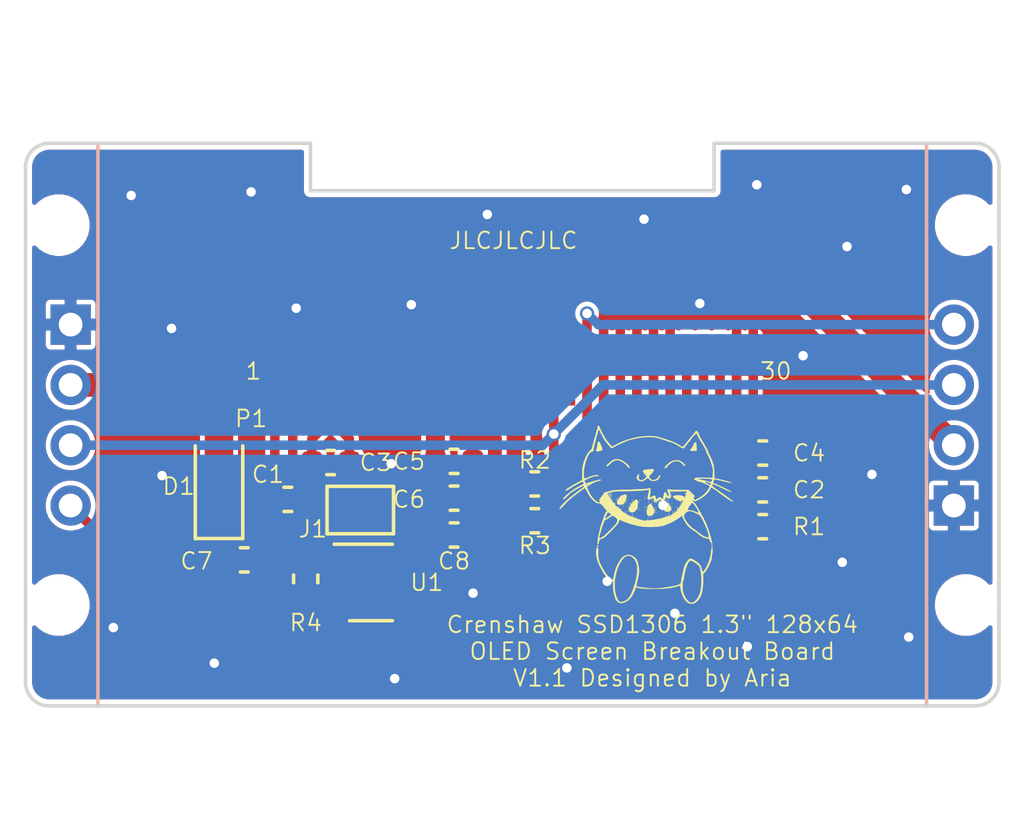
<source format=kicad_pcb>
(kicad_pcb (version 20171130) (host pcbnew "(5.1.6)-1")

  (general
    (thickness 1.6)
    (drawings 16)
    (tracks 122)
    (zones 0)
    (modules 24)
    (nets 17)
  )

  (page A4)
  (layers
    (0 F.Cu signal)
    (31 B.Cu signal)
    (32 B.Adhes user)
    (33 F.Adhes user)
    (34 B.Paste user)
    (35 F.Paste user)
    (36 B.SilkS user)
    (37 F.SilkS user)
    (38 B.Mask user)
    (39 F.Mask user)
    (40 Dwgs.User user)
    (41 Cmts.User user)
    (42 Eco1.User user)
    (43 Eco2.User user)
    (44 Edge.Cuts user)
    (45 Margin user)
    (46 B.CrtYd user)
    (47 F.CrtYd user)
    (48 B.Fab user)
    (49 F.Fab user)
  )

  (setup
    (last_trace_width 0.4)
    (user_trace_width 0.4)
    (user_trace_width 0.45)
    (user_trace_width 0.8)
    (user_trace_width 1)
    (trace_clearance 0.17)
    (zone_clearance 0.2)
    (zone_45_only no)
    (trace_min 0.2)
    (via_size 0.6)
    (via_drill 0.4)
    (via_min_size 0.4)
    (via_min_drill 0.3)
    (uvia_size 0.3)
    (uvia_drill 0.1)
    (uvias_allowed no)
    (uvia_min_size 0.2)
    (uvia_min_drill 0.1)
    (edge_width 0.15)
    (segment_width 0.2)
    (pcb_text_width 0.15)
    (pcb_text_size 1 1)
    (mod_edge_width 0.15)
    (mod_text_size 0.7 0.7)
    (mod_text_width 0.08)
    (pad_size 2.032 1.7272)
    (pad_drill 1.016)
    (pad_to_mask_clearance 0.102)
    (aux_axis_origin 0 0)
    (grid_origin 200.6 111.25)
    (visible_elements 7FFFFFFF)
    (pcbplotparams
      (layerselection 0x010fc_ffffffff)
      (usegerberextensions false)
      (usegerberattributes true)
      (usegerberadvancedattributes true)
      (creategerberjobfile false)
      (excludeedgelayer true)
      (linewidth 0.100000)
      (plotframeref false)
      (viasonmask false)
      (mode 1)
      (useauxorigin false)
      (hpglpennumber 1)
      (hpglpenspeed 20)
      (hpglpendiameter 15.000000)
      (psnegative false)
      (psa4output false)
      (plotreference true)
      (plotvalue true)
      (plotinvisibletext false)
      (padsonsilk false)
      (subtractmaskfromsilk false)
      (outputformat 1)
      (mirror false)
      (drillshape 0)
      (scaleselection 1)
      (outputdirectory "CrenshawV1.1-Gerbers"))
  )

  (net 0 "")
  (net 1 GND)
  (net 2 "Net-(C1-Pad1)")
  (net 3 "Net-(C3-Pad1)")
  (net 4 "Net-(C3-Pad2)")
  (net 5 "Net-(C4-Pad2)")
  (net 6 VDD)
  (net 7 "Net-(C1-Pad2)")
  (net 8 "Net-(C2-Pad2)")
  (net 9 VCC)
  (net 10 "Net-(D1-Pad2)")
  (net 11 SDA)
  (net 12 SCL)
  (net 13 "Net-(P1-Pad26)")
  (net 14 "Net-(P1-Pad7)")
  (net 15 "Net-(R4-Pad2)")
  (net 16 "Net-(U1-Pad4)")

  (net_class Default "This is the default net class."
    (clearance 0.17)
    (trace_width 0.25)
    (via_dia 0.6)
    (via_drill 0.4)
    (uvia_dia 0.3)
    (uvia_drill 0.1)
    (add_net "Net-(C1-Pad1)")
    (add_net "Net-(C1-Pad2)")
    (add_net "Net-(C2-Pad2)")
    (add_net "Net-(C3-Pad1)")
    (add_net "Net-(C3-Pad2)")
    (add_net "Net-(C4-Pad2)")
    (add_net "Net-(P1-Pad26)")
    (add_net "Net-(P1-Pad7)")
    (add_net "Net-(R4-Pad2)")
    (add_net "Net-(U1-Pad4)")
    (add_net SCL)
    (add_net SDA)
  )

  (net_class Power ""
    (clearance 0.17)
    (trace_width 0.4)
    (via_dia 0.6)
    (via_drill 0.4)
    (uvia_dia 0.3)
    (uvia_drill 0.1)
    (add_net GND)
    (add_net "Net-(D1-Pad2)")
    (add_net VCC)
    (add_net VDD)
  )

  (module "Custom Parts:Catmelon_Small" (layer F.Cu) (tedit 0) (tstamp 5F75125D)
    (at 188.15 114.35)
    (fp_text reference G*** (at 0 0) (layer F.SilkS) hide
      (effects (font (size 1.524 1.524) (thickness 0.3)))
    )
    (fp_text value LOGO (at 0.75 0) (layer F.SilkS) hide
      (effects (font (size 1.524 1.524) (thickness 0.3)))
    )
    (fp_poly (pts (xy 2.275192 2.433035) (xy 2.282612 2.488769) (xy 2.285905 2.573644) (xy 2.286 2.592916)
      (xy 2.283916 2.674217) (xy 2.278355 2.736398) (xy 2.270354 2.769743) (xy 2.266814 2.772833)
      (xy 2.255831 2.789655) (xy 2.258513 2.814453) (xy 2.26015 2.861442) (xy 2.250993 2.929175)
      (xy 2.234583 3.002017) (xy 2.214458 3.06433) (xy 2.194157 3.100481) (xy 2.193675 3.100916)
      (xy 2.170809 3.139437) (xy 2.16662 3.159262) (xy 2.153809 3.20238) (xy 2.124022 3.265635)
      (xy 2.083076 3.339636) (xy 2.036786 3.414997) (xy 1.990971 3.482327) (xy 1.951445 3.532239)
      (xy 1.924026 3.555343) (xy 1.920879 3.55593) (xy 1.903572 3.56007) (xy 1.893305 3.577623)
      (xy 1.888905 3.616409) (xy 1.889199 3.684246) (xy 1.891516 3.751791) (xy 1.891254 3.959081)
      (xy 1.875378 4.162312) (xy 1.845319 4.34751) (xy 1.820294 4.446798) (xy 1.771835 4.563585)
      (xy 1.701644 4.673086) (xy 1.618812 4.763155) (xy 1.543794 4.816126) (xy 1.467315 4.839927)
      (xy 1.379789 4.844792) (xy 1.301641 4.830424) (xy 1.27882 4.819958) (xy 1.180354 4.748822)
      (xy 1.103319 4.658356) (xy 1.063068 4.591336) (xy 1.025195 4.50927) (xy 0.989308 4.410823)
      (xy 0.959251 4.309199) (xy 0.938863 4.217601) (xy 0.934443 4.173646) (xy 1.023533 4.173646)
      (xy 1.028032 4.255369) (xy 1.037582 4.319714) (xy 1.03791 4.3211) (xy 1.088256 4.479124)
      (xy 1.156355 4.61423) (xy 1.23768 4.717698) (xy 1.249617 4.72894) (xy 1.32656 4.784899)
      (xy 1.397697 4.803191) (xy 1.472058 4.784004) (xy 1.548812 4.735143) (xy 1.645139 4.635534)
      (xy 1.720486 4.499366) (xy 1.774777 4.326891) (xy 1.807934 4.118363) (xy 1.819879 3.874035)
      (xy 1.81991 3.849934) (xy 1.81553 3.72767) (xy 1.804027 3.600451) (xy 1.787021 3.479081)
      (xy 1.766133 3.374364) (xy 1.742983 3.297105) (xy 1.734006 3.277336) (xy 1.698006 3.233234)
      (xy 1.636418 3.178856) (xy 1.56133 3.123236) (xy 1.484827 3.075405) (xy 1.425392 3.046723)
      (xy 1.368057 3.03377) (xy 1.321506 3.047305) (xy 1.279392 3.091961) (xy 1.235368 3.172368)
      (xy 1.226277 3.19204) (xy 1.189581 3.286167) (xy 1.153489 3.401363) (xy 1.121298 3.524363)
      (xy 1.096304 3.641901) (xy 1.081806 3.740711) (xy 1.0795 3.78255) (xy 1.074383 3.829788)
      (xy 1.061897 3.852073) (xy 1.060233 3.852333) (xy 1.046578 3.871814) (xy 1.035607 3.923628)
      (xy 1.027794 3.997832) (xy 1.023611 4.084486) (xy 1.023533 4.173646) (xy 0.934443 4.173646)
      (xy 0.931987 4.149231) (xy 0.932342 4.141995) (xy 0.933736 4.099267) (xy 0.922971 4.081213)
      (xy 0.891 4.08481) (xy 0.828775 4.107036) (xy 0.828262 4.10723) (xy 0.764173 4.126804)
      (xy 0.671877 4.148959) (xy 0.565122 4.170605) (xy 0.484304 4.184572) (xy 0.363702 4.199346)
      (xy 0.216997 4.21048) (xy 0.052852 4.217958) (xy -0.12007 4.221764) (xy -0.293108 4.221879)
      (xy -0.457599 4.218288) (xy -0.604879 4.210974) (xy -0.726288 4.19992) (xy -0.80491 4.187071)
      (xy -0.943069 4.155812) (xy -1.001433 4.309739) (xy -1.079677 4.481337) (xy -1.171281 4.615174)
      (xy -1.279489 4.714598) (xy -1.407546 4.782955) (xy -1.484015 4.807586) (xy -1.549733 4.821418)
      (xy -1.598138 4.818523) (xy -1.651653 4.796772) (xy -1.663932 4.790496) (xy -1.725105 4.748681)
      (xy -1.773917 4.698355) (xy -1.781852 4.686352) (xy -1.821171 4.597165) (xy -1.855888 4.4788)
      (xy -1.883229 4.344373) (xy -1.90042 4.206997) (xy -1.905 4.104073) (xy -1.905 3.993518)
      (xy -1.838293 3.993518) (xy -1.835933 4.09328) (xy -1.834944 4.116916) (xy -1.823828 4.268631)
      (xy -1.803392 4.396354) (xy -1.770759 4.517935) (xy -1.769795 4.520948) (xy -1.724902 4.640424)
      (xy -1.676858 4.720413) (xy -1.620601 4.763715) (xy -1.551072 4.773132) (xy -1.463211 4.751468)
      (xy -1.400801 4.725276) (xy -1.317566 4.675125) (xy -1.244393 4.604003) (xy -1.177946 4.506859)
      (xy -1.114889 4.378641) (xy -1.051889 4.214297) (xy -1.039463 4.178015) (xy -0.95727 3.904199)
      (xy -0.905318 3.659947) (xy -0.883606 3.445195) (xy -0.892132 3.259883) (xy -0.930896 3.103948)
      (xy -0.999898 2.97733) (xy -1.026578 2.94496) (xy -1.120497 2.864278) (xy -1.216671 2.825473)
      (xy -1.312287 2.828393) (xy -1.40453 2.872885) (xy -1.490587 2.958798) (xy -1.49936 2.970504)
      (xy -1.587542 3.099215) (xy -1.654965 3.218943) (xy -1.707773 3.34353) (xy -1.752106 3.486816)
      (xy -1.781558 3.606398) (xy -1.808601 3.729434) (xy -1.826094 3.825618) (xy -1.835502 3.908972)
      (xy -1.838293 3.993518) (xy -1.905 3.993518) (xy -1.905 3.919286) (xy -1.984375 3.870299)
      (xy -2.091144 3.793594) (xy -2.189588 3.703418) (xy -2.265589 3.613004) (xy -2.27671 3.596284)
      (xy -2.389204 3.405399) (xy -2.481751 3.2221) (xy -2.550438 3.054618) (xy -2.580892 2.956394)
      (xy -2.609025 2.822572) (xy -2.621339 2.70304) (xy -2.618307 2.603356) (xy -2.600403 2.529075)
      (xy -2.5681 2.485753) (xy -2.54 2.476838) (xy -2.535662 2.496432) (xy -2.532092 2.549731)
      (xy -2.529711 2.628107) (xy -2.528942 2.704056) (xy -2.525939 2.825818) (xy -2.515404 2.929156)
      (xy -2.49421 3.024521) (xy -2.459227 3.12236) (xy -2.407326 3.233123) (xy -2.33538 3.367259)
      (xy -2.324555 3.386666) (xy -2.264121 3.485684) (xy -2.195573 3.583489) (xy -2.124182 3.67408)
      (xy -2.05522 3.751455) (xy -1.99396 3.809615) (xy -1.945674 3.842557) (xy -1.920283 3.846844)
      (xy -1.906123 3.823684) (xy -1.889346 3.769123) (xy -1.873026 3.693709) (xy -1.869083 3.671055)
      (xy -1.834409 3.509048) (xy -1.786928 3.356031) (xy -1.731145 3.225451) (xy -1.702934 3.175)
      (xy -1.66432 3.110997) (xy -1.619522 3.03429) (xy -1.600497 3.000937) (xy -1.526117 2.904225)
      (xy -1.454646 2.849554) (xy -1.355635 2.800974) (xy -1.272204 2.782146) (xy -1.191263 2.791672)
      (xy -1.128433 2.814748) (xy -1.028811 2.86696) (xy -0.955518 2.927835) (xy -0.902112 3.006254)
      (xy -0.86215 3.111098) (xy -0.835966 3.217894) (xy -0.815495 3.333179) (xy -0.807065 3.437258)
      (xy -0.811306 3.542286) (xy -0.828844 3.660423) (xy -0.860309 3.803824) (xy -0.867834 3.83461)
      (xy -0.892017 3.933414) (xy -0.91196 4.016838) (xy -0.925706 4.076554) (xy -0.931297 4.104234)
      (xy -0.931334 4.104841) (xy -0.911262 4.116569) (xy -0.855159 4.130659) (xy -0.769197 4.146126)
      (xy -0.659545 4.161986) (xy -0.532374 4.177255) (xy -0.393854 4.19095) (xy -0.388359 4.191434)
      (xy -0.28377 4.199505) (xy -0.193249 4.203194) (xy -0.105216 4.202089) (xy -0.008089 4.195778)
      (xy 0.109713 4.18385) (xy 0.231273 4.169415) (xy 0.456345 4.138518) (xy 0.639242 4.10636)
      (xy 0.780105 4.072904) (xy 0.879077 4.038108) (xy 0.936298 4.001934) (xy 0.952228 3.968862)
      (xy 0.956318 3.928094) (xy 0.967358 3.859871) (xy 0.983075 3.778054) (xy 0.985233 3.767666)
      (xy 1.005171 3.67217) (xy 1.025062 3.576294) (xy 1.040129 3.503083) (xy 1.085753 3.322423)
      (xy 1.142084 3.178137) (xy 1.211209 3.065152) (xy 1.229437 3.042708) (xy 1.28056 2.989698)
      (xy 1.326551 2.953267) (xy 1.353161 2.942166) (xy 1.406482 2.955127) (xy 1.477459 2.989715)
      (xy 1.55749 3.039492) (xy 1.637972 3.098016) (xy 1.710303 3.158848) (xy 1.765881 3.215547)
      (xy 1.796102 3.261674) (xy 1.799166 3.27606) (xy 1.805426 3.311657) (xy 1.821396 3.370808)
      (xy 1.833218 3.408735) (xy 1.85447 3.468623) (xy 1.871219 3.495003) (xy 1.89052 3.495092)
      (xy 1.907458 3.484693) (xy 1.933613 3.454629) (xy 1.972231 3.395893) (xy 2.017395 3.317948)
      (xy 2.049461 3.257564) (xy 2.130971 3.0704) (xy 2.190616 2.874773) (xy 2.22418 2.685747)
      (xy 2.229373 2.614977) (xy 2.235159 2.557834) (xy 2.245557 2.523396) (xy 2.251252 2.518833)
      (xy 2.260322 2.501484) (xy 2.256141 2.465916) (xy 2.253161 2.425782) (xy 2.26443 2.413)
      (xy 2.275192 2.433035)) (layer F.SilkS) (width 0.01))
    (fp_poly (pts (xy -2.522522 2.408776) (xy -2.518834 2.423583) (xy -2.535777 2.451645) (xy -2.550584 2.455333)
      (xy -2.578646 2.43839) (xy -2.582334 2.423583) (xy -2.565391 2.395521) (xy -2.550584 2.391833)
      (xy -2.522522 2.408776)) (layer F.SilkS) (width 0.01))
    (fp_poly (pts (xy -2.484335 -2.632527) (xy -2.4765 -2.612521) (xy -2.467412 -2.581017) (xy -2.442761 -2.520972)
      (xy -2.406467 -2.441428) (xy -2.368677 -2.363813) (xy -2.287629 -2.212025) (xy -2.204428 -2.080068)
      (xy -2.107596 -1.950854) (xy -2.025437 -1.852745) (xy -1.952744 -1.76874) (xy -1.718187 -1.89061)
      (xy -1.50634 -1.987939) (xy -1.278757 -2.069688) (xy -1.042472 -2.134791) (xy -0.804517 -2.182183)
      (xy -0.571927 -2.210796) (xy -0.351734 -2.219565) (xy -0.150974 -2.207424) (xy 0.023321 -2.173306)
      (xy 0.0635 -2.160682) (xy 0.107001 -2.146532) (xy 0.178598 -2.124077) (xy 0.265844 -2.097202)
      (xy 0.306916 -2.084695) (xy 0.464401 -2.032705) (xy 0.613358 -1.975638) (xy 0.745232 -1.917232)
      (xy 0.851473 -1.861228) (xy 0.914217 -1.819121) (xy 0.966936 -1.78188) (xy 1.010041 -1.75962)
      (xy 1.022408 -1.756834) (xy 1.047419 -1.772773) (xy 1.090131 -1.815626) (xy 1.143515 -1.877946)
      (xy 1.177107 -1.920746) (xy 1.252268 -2.01702) (xy 1.338531 -2.123659) (xy 1.419519 -2.220486)
      (xy 1.434041 -2.237357) (xy 1.491277 -2.305752) (xy 1.536045 -2.363684) (xy 1.562161 -2.402914)
      (xy 1.566333 -2.413584) (xy 1.583732 -2.429478) (xy 1.61173 -2.430348) (xy 1.645056 -2.412749)
      (xy 1.675808 -2.365972) (xy 1.700394 -2.307167) (xy 1.734749 -2.227451) (xy 1.781903 -2.133797)
      (xy 1.827697 -2.053167) (xy 1.930198 -1.883298) (xy 2.009441 -1.747415) (xy 2.065291 -1.645763)
      (xy 2.097613 -1.578587) (xy 2.106275 -1.546133) (xy 2.105634 -1.544441) (xy 2.108873 -1.516679)
      (xy 2.130651 -1.468673) (xy 2.144308 -1.445413) (xy 2.188016 -1.364561) (xy 2.236065 -1.25778)
      (xy 2.282258 -1.140139) (xy 2.320397 -1.026709) (xy 2.329594 -0.994834) (xy 2.341063 -0.933162)
      (xy 2.351073 -0.843075) (xy 2.358293 -0.738491) (xy 2.360907 -0.667257) (xy 2.366075 -0.434931)
      (xy 2.564162 -0.39846) (xy 2.644106 -0.381853) (xy 2.732624 -0.360433) (xy 2.823414 -0.336169)
      (xy 2.910171 -0.311032) (xy 2.98659 -0.286993) (xy 3.046366 -0.266022) (xy 3.083196 -0.250091)
      (xy 3.090774 -0.24117) (xy 3.069166 -0.240601) (xy 3.016121 -0.248959) (xy 2.93585 -0.265942)
      (xy 2.841841 -0.288585) (xy 2.794 -0.301077) (xy 2.696408 -0.326387) (xy 2.604185 -0.348755)
      (xy 2.53164 -0.364772) (xy 2.50825 -0.369164) (xy 2.444875 -0.380778) (xy 2.395396 -0.391647)
      (xy 2.388453 -0.393532) (xy 2.359441 -0.387869) (xy 2.335322 -0.347543) (xy 2.328135 -0.327485)
      (xy 2.313681 -0.276766) (xy 2.309428 -0.246716) (xy 2.310348 -0.244224) (xy 2.332202 -0.23305)
      (xy 2.382074 -0.21064) (xy 2.44475 -0.183723) (xy 2.540053 -0.142079) (xy 2.642221 -0.094997)
      (xy 2.745507 -0.045437) (xy 2.844167 0.003638) (xy 2.932457 0.049268) (xy 3.004633 0.088491)
      (xy 3.054948 0.118347) (xy 3.07766 0.135875) (xy 3.070385 0.138772) (xy 3.024086 0.124912)
      (xy 2.949805 0.095887) (xy 2.857276 0.055761) (xy 2.756231 0.008595) (xy 2.742301 0.001828)
      (xy 2.582035 -0.075407) (xy 2.458413 -0.132718) (xy 2.370866 -0.170355) (xy 2.318824 -0.188572)
      (xy 2.306846 -0.1905) (xy 2.284293 -0.173305) (xy 2.275155 -0.135649) (xy 2.283797 -0.098426)
      (xy 2.286754 -0.094342) (xy 2.314004 -0.070531) (xy 2.366923 -0.030811) (xy 2.435733 0.017578)
      (xy 2.461744 0.035212) (xy 2.56082 0.102631) (xy 2.668605 0.177509) (xy 2.778455 0.255062)
      (xy 2.883727 0.330508) (xy 2.977777 0.399064) (xy 3.053961 0.455948) (xy 3.105634 0.496376)
      (xy 3.121495 0.510146) (xy 3.1514 0.542917) (xy 3.150975 0.553584) (xy 3.124273 0.544739)
      (xy 3.075346 0.518976) (xy 3.008248 0.478887) (xy 2.92703 0.427065) (xy 2.835744 0.366104)
      (xy 2.738445 0.298596) (xy 2.639184 0.227134) (xy 2.542014 0.154311) (xy 2.450988 0.08272)
      (xy 2.441844 0.075293) (xy 2.394918 0.040949) (xy 2.360101 0.022289) (xy 2.354478 0.021166)
      (xy 2.324763 0.006582) (xy 2.307166 -0.010584) (xy 2.272925 -0.034205) (xy 2.233294 -0.041817)
      (xy 2.205459 -0.031866) (xy 2.201333 -0.02015) (xy 2.186235 0.027539) (xy 2.145894 0.092989)
      (xy 2.087744 0.167044) (xy 2.019215 0.240547) (xy 1.947739 0.304343) (xy 1.922617 0.323241)
      (xy 1.813411 0.396322) (xy 1.71309 0.455323) (xy 1.626768 0.497994) (xy 1.559559 0.522083)
      (xy 1.516579 0.525339) (xy 1.502833 0.508) (xy 1.485689 0.489221) (xy 1.471083 0.486833)
      (xy 1.444577 0.492469) (xy 1.446416 0.512551) (xy 1.478453 0.551841) (xy 1.508125 0.581896)
      (xy 1.552776 0.636102) (xy 1.612905 0.725173) (xy 1.68637 0.845484) (xy 1.771027 0.993407)
      (xy 1.864733 1.165316) (xy 1.957368 1.342074) (xy 2.003028 1.439363) (xy 2.050416 1.55542)
      (xy 2.09762 1.683755) (xy 2.14273 1.817877) (xy 2.183835 1.951296) (xy 2.219026 2.077522)
      (xy 2.246392 2.190063) (xy 2.264022 2.282428) (xy 2.270006 2.348128) (xy 2.262923 2.380191)
      (xy 2.247831 2.380646) (xy 2.243666 2.353733) (xy 2.244408 2.310643) (xy 2.245474 2.293658)
      (xy 2.231926 2.272087) (xy 2.220663 2.263698) (xy 2.196421 2.233535) (xy 2.173054 2.182114)
      (xy 2.17123 2.176664) (xy 2.153726 2.134015) (xy 2.12802 2.11114) (xy 2.080604 2.099457)
      (xy 2.042583 2.094924) (xy 1.955898 2.073043) (xy 1.856738 2.029139) (xy 1.761548 1.972102)
      (xy 1.686772 1.910824) (xy 1.672166 1.894644) (xy 1.640861 1.866528) (xy 1.583482 1.823358)
      (xy 1.509924 1.772401) (xy 1.470198 1.746292) (xy 1.386299 1.687782) (xy 1.308583 1.625951)
      (xy 1.249718 1.571146) (xy 1.234499 1.553776) (xy 1.184348 1.485203) (xy 1.132176 1.405366)
      (xy 1.083704 1.324142) (xy 1.044647 1.251403) (xy 1.020726 1.197025) (xy 1.016 1.17648)
      (xy 1.014085 1.159876) (xy 1.0795 1.159876) (xy 1.095356 1.228721) (xy 1.138852 1.315232)
      (xy 1.203872 1.411525) (xy 1.284305 1.509713) (xy 1.374036 1.601911) (xy 1.466953 1.680232)
      (xy 1.501903 1.704767) (xy 1.586568 1.76345) (xy 1.672196 1.827485) (xy 1.740454 1.883155)
      (xy 1.741275 1.883876) (xy 1.839799 1.958496) (xy 1.941733 2.014872) (xy 2.035461 2.047226)
      (xy 2.080584 2.052701) (xy 2.118528 2.050086) (xy 2.132188 2.033345) (xy 2.128468 1.990368)
      (xy 2.125575 1.973791) (xy 2.103464 1.88307) (xy 2.067289 1.771538) (xy 2.02076 1.647633)
      (xy 1.967588 1.519786) (xy 1.911484 1.396435) (xy 1.856157 1.286013) (xy 1.805318 1.196955)
      (xy 1.762678 1.137696) (xy 1.753742 1.128533) (xy 1.703937 1.093287) (xy 1.627439 1.051076)
      (xy 1.537741 1.008252) (xy 1.448334 0.971166) (xy 1.372709 0.946171) (xy 1.359689 0.943019)
      (xy 1.282301 0.94516) (xy 1.204435 0.978031) (xy 1.137327 1.032935) (xy 1.09221 1.101177)
      (xy 1.0795 1.159876) (xy 1.014085 1.159876) (xy 1.013361 1.153608) (xy 1.001298 1.147078)
      (xy 0.97359 1.159438) (xy 0.924019 1.193238) (xy 0.86097 1.240037) (xy 0.733386 1.324421)
      (xy 0.579644 1.408258) (xy 0.415352 1.484073) (xy 0.256116 1.544394) (xy 0.174778 1.568669)
      (xy 0.057566 1.590864) (xy -0.089545 1.60576) (xy -0.254711 1.613097) (xy -0.426086 1.612612)
      (xy -0.591826 1.604045) (xy -0.73025 1.588636) (xy -0.877027 1.56117) (xy -1.04082 1.521431)
      (xy -1.206542 1.473735) (xy -1.359104 1.422396) (xy -1.474518 1.375814) (xy -1.5451 1.344739)
      (xy -1.600392 1.322113) (xy -1.62939 1.312419) (xy -1.630406 1.312333) (xy -1.644158 1.330857)
      (xy -1.658136 1.376705) (xy -1.660827 1.389828) (xy -1.671324 1.422806) (xy -1.693547 1.461923)
      (xy -1.731289 1.511785) (xy -1.788344 1.576998) (xy -1.868505 1.662167) (xy -1.975391 1.77172)
      (xy -2.081999 1.878926) (xy -2.164652 1.959337) (xy -2.228296 2.017097) (xy -2.277874 2.056347)
      (xy -2.318329 2.08123) (xy -2.354605 2.095889) (xy -2.366069 2.099079) (xy -2.430101 2.121084)
      (xy -2.469462 2.154456) (xy -2.493545 2.210644) (xy -2.506424 2.270125) (xy -2.520347 2.321032)
      (xy -2.536986 2.348137) (xy -2.54096 2.3495) (xy -2.55599 2.330194) (xy -2.559994 2.276171)
      (xy -2.554073 2.193274) (xy -2.539327 2.087346) (xy -2.522655 1.995997) (xy -2.495763 1.995997)
      (xy -2.490681 2.019675) (xy -2.478476 2.061053) (xy -2.4765 2.076064) (xy -2.463357 2.094448)
      (xy -2.425327 2.080747) (xy -2.386058 2.053166) (xy -2.343248 2.023717) (xy -2.313913 2.010854)
      (xy -2.313284 2.010833) (xy -2.293072 1.996554) (xy -2.249437 1.957639) (xy -2.188296 1.899969)
      (xy -2.115565 1.829428) (xy -2.037158 1.751896) (xy -1.958992 1.673257) (xy -1.886982 1.599392)
      (xy -1.827045 1.536184) (xy -1.785096 1.489515) (xy -1.770449 1.471083) (xy -1.74487 1.419777)
      (xy -1.725943 1.359212) (xy -1.720419 1.314196) (xy -1.732123 1.278706) (xy -1.767758 1.237993)
      (xy -1.790874 1.216337) (xy -1.845823 1.173723) (xy -1.896154 1.14727) (xy -1.915897 1.143)
      (xy -1.955455 1.155213) (xy -2.014418 1.187092) (xy -2.074334 1.227666) (xy -2.137744 1.271121)
      (xy -2.192184 1.301666) (xy -2.224021 1.312333) (xy -2.245372 1.324031) (xy -2.270017 1.362388)
      (xy -2.300481 1.432292) (xy -2.336034 1.529291) (xy -2.369303 1.628398) (xy -2.398338 1.721987)
      (xy -2.419277 1.797226) (xy -2.426841 1.830916) (xy -2.436967 1.881973) (xy -2.444842 1.895317)
      (xy -2.454611 1.875082) (xy -2.458662 1.862666) (xy -2.466815 1.846423) (xy -2.467739 1.870466)
      (xy -2.463771 1.912551) (xy -2.459081 1.974005) (xy -2.464204 2.000351) (xy -2.478462 1.999037)
      (xy -2.495763 1.995997) (xy -2.522655 1.995997) (xy -2.516856 1.964228) (xy -2.487762 1.829764)
      (xy -2.453146 1.689795) (xy -2.414108 1.550165) (xy -2.371748 1.416715) (xy -2.357516 1.375833)
      (xy -2.31535 1.257961) (xy -2.23875 1.257961) (xy -2.22659 1.266394) (xy -2.191083 1.247085)
      (xy -2.14088 1.209562) (xy -2.082389 1.166452) (xy -2.029111 1.131516) (xy -2.015674 1.123909)
      (xy -1.967597 1.098693) (xy -2.029313 1.046763) (xy -2.074587 1.012964) (xy -2.107967 0.995493)
      (xy -2.1121 0.994833) (xy -2.132249 1.012788) (xy -2.161129 1.059081) (xy -2.192766 1.122352)
      (xy -2.221186 1.191239) (xy -2.231749 1.222375) (xy -2.23875 1.257961) (xy -2.31535 1.257961)
      (xy -2.310126 1.243359) (xy -2.27442 1.145308) (xy -2.247944 1.076198) (xy -2.22824 1.030549)
      (xy -2.212853 1.002881) (xy -2.199328 0.987713) (xy -2.185207 0.979567) (xy -2.1788 0.97703)
      (xy -2.165601 0.966112) (xy -2.168544 0.944672) (xy -2.190805 0.906803) (xy -2.235562 0.846599)
      (xy -2.277376 0.79375) (xy -2.337751 0.722433) (xy -2.3922 0.665488) (xy -2.433406 0.630185)
      (xy -2.450002 0.622258) (xy -2.503365 0.618873) (xy -2.53108 0.616967) (xy -2.608107 0.59286)
      (xy -2.694138 0.534219) (xy -2.784082 0.44643) (xy -2.872849 0.334876) (xy -2.955349 0.204943)
      (xy -2.998934 0.122028) (xy -3.035018 0.053281) (xy -3.066642 0.00257) (xy -3.087792 -0.020638)
      (xy -3.089878 -0.021167) (xy -3.101408 -0.018719) (xy -3.120321 -0.009181) (xy -3.151376 0.010738)
      (xy -3.199334 0.044329) (xy -3.268953 0.094883) (xy -3.364994 0.165691) (xy -3.432613 0.215804)
      (xy -3.601738 0.345893) (xy -3.743788 0.466294) (xy -3.86937 0.586605) (xy -3.989092 0.716427)
      (xy -4.001105 0.73025) (xy -4.050053 0.783288) (xy -4.089377 0.819454) (xy -4.110071 0.830791)
      (xy -4.126862 0.841192) (xy -4.1275 0.846666) (xy -4.143681 0.867133) (xy -4.149211 0.867833)
      (xy -4.157544 0.853091) (xy -4.141641 0.813315) (xy -4.105314 0.755175) (xy -4.052376 0.685344)
      (xy -4.028988 0.657467) (xy -3.971691 0.598053) (xy -3.887684 0.520123) (xy -3.784561 0.429966)
      (xy -3.669916 0.333871) (xy -3.551343 0.238127) (xy -3.436436 0.149024) (xy -3.33279 0.072851)
      (xy -3.276019 0.033886) (xy -3.18912 -0.027534) (xy -3.13317 -0.076042) (xy -3.11005 -0.109499)
      (xy -3.121646 -0.125765) (xy -3.134382 -0.127) (xy -3.167923 -0.117076) (xy -3.227247 -0.090961)
      (xy -3.301774 -0.054142) (xy -3.380926 -0.012103) (xy -3.454122 0.029667) (xy -3.510784 0.065684)
      (xy -3.522846 0.074447) (xy -3.572075 0.107745) (xy -3.609731 0.125883) (xy -3.616207 0.127)
      (xy -3.639336 0.141023) (xy -3.640667 0.147763) (xy -3.65861 0.167899) (xy -3.692878 0.18163)
      (xy -3.730332 0.197041) (xy -3.740503 0.211421) (xy -3.75212 0.235607) (xy -3.787616 0.277198)
      (xy -3.837604 0.327415) (xy -3.892696 0.377481) (xy -3.943505 0.418618) (xy -3.980644 0.442049)
      (xy -3.989772 0.4445) (xy -4.008465 0.43346) (xy -3.99643 0.402865) (xy -3.958258 0.356502)
      (xy -3.898537 0.298157) (xy -3.821857 0.231618) (xy -3.732807 0.160669) (xy -3.635976 0.089099)
      (xy -3.535954 0.020694) (xy -3.437331 -0.040759) (xy -3.344696 -0.091475) (xy -3.333443 -0.097028)
      (xy -3.250948 -0.138494) (xy -3.214664 -0.158127) (xy -3.040845 -0.158127) (xy -3.040158 -0.150384)
      (xy -3.012208 -0.148917) (xy -2.969128 -0.157557) (xy -2.95188 -0.170742) (xy -2.94375 -0.197163)
      (xy -2.967256 -0.197081) (xy -3.005699 -0.178935) (xy -3.040845 -0.158127) (xy -3.214664 -0.158127)
      (xy -3.18489 -0.174237) (xy -3.143191 -0.199812) (xy -3.132667 -0.209721) (xy -3.144065 -0.236612)
      (xy -3.163401 -0.26583) (xy -3.184516 -0.290385) (xy -3.206155 -0.295327) (xy -3.242617 -0.280325)
      (xy -3.274526 -0.26326) (xy -3.410372 -0.189187) (xy -3.515243 -0.131173) (xy -3.595584 -0.085482)
      (xy -3.657839 -0.048375) (xy -3.708452 -0.016114) (xy -3.751841 0.013605) (xy -3.812972 0.052354)
      (xy -3.865179 0.077792) (xy -3.889424 0.083785) (xy -3.90591 0.073847) (xy -3.887747 0.047117)
      (xy -3.838154 0.005729) (xy -3.760351 -0.048184) (xy -3.657556 -0.112488) (xy -3.532989 -0.18505)
      (xy -3.389867 -0.263735) (xy -3.270891 -0.326204) (xy -3.208032 -0.358577) (xy -3.205437 -0.618497)
      (xy -3.203973 -0.653566) (xy -3.134664 -0.653566) (xy -3.134521 -0.545071) (xy -3.128505 -0.47439)
      (xy -3.111254 -0.437009) (xy -3.077405 -0.428413) (xy -3.021597 -0.444086) (xy -2.938466 -0.479514)
      (xy -2.931584 -0.482573) (xy -2.830582 -0.521674) (xy -2.730091 -0.550554) (xy -2.638839 -0.567762)
      (xy -2.565552 -0.571847) (xy -2.518959 -0.56136) (xy -2.509702 -0.552683) (xy -2.516835 -0.53749)
      (xy -2.563138 -0.530085) (xy -2.601911 -0.529167) (xy -2.679746 -0.521608) (xy -2.771107 -0.497011)
      (xy -2.88637 -0.452498) (xy -2.901492 -0.44603) (xy -2.984012 -0.409985) (xy -3.050766 -0.379946)
      (xy -3.092963 -0.359917) (xy -3.103011 -0.354212) (xy -3.10263 -0.330539) (xy -3.090225 -0.284119)
      (xy -3.087907 -0.277303) (xy -3.064543 -0.230376) (xy -3.037259 -0.220043) (xy -3.029936 -0.222192)
      (xy -2.97681 -0.240383) (xy -2.898835 -0.264413) (xy -2.805735 -0.291591) (xy -2.707231 -0.319225)
      (xy -2.613048 -0.344627) (xy -2.532907 -0.365103) (xy -2.476533 -0.377965) (xy -2.456071 -0.381)
      (xy -2.417945 -0.375224) (xy -2.415304 -0.361394) (xy -2.443445 -0.344757) (xy -2.497662 -0.330563)
      (xy -2.501909 -0.329861) (xy -2.56257 -0.317135) (xy -2.605848 -0.302658) (xy -2.613034 -0.298477)
      (xy -2.647919 -0.279873) (xy -2.699356 -0.259806) (xy -2.740813 -0.241401) (xy -2.799893 -0.209931)
      (xy -2.866187 -0.171654) (xy -2.929285 -0.132828) (xy -2.978778 -0.099712) (xy -3.004255 -0.078564)
      (xy -3.005667 -0.07565) (xy -2.99802 -0.053924) (xy -2.977713 -0.003097) (xy -2.948703 0.066994)
      (xy -2.939977 0.087741) (xy -2.85236 0.260604) (xy -2.749312 0.403189) (xy -2.634764 0.510242)
      (xy -2.612096 0.526085) (xy -2.544761 0.568747) (xy -2.503173 0.588029) (xy -2.479053 0.585734)
      (xy -2.464122 0.563669) (xy -2.462169 0.55878) (xy -2.465072 0.520929) (xy -2.477832 0.507176)
      (xy -2.487033 0.489877) (xy -2.474929 0.457157) (xy -2.438545 0.402819) (xy -2.40918 0.36414)
      (xy -2.357911 0.296267) (xy -2.314741 0.235805) (xy -2.30056 0.213829) (xy -2.146871 0.213829)
      (xy -2.141673 0.233068) (xy -2.118767 0.266739) (xy -2.074915 0.321818) (xy -2.031681 0.374814)
      (xy -2.01273 0.410948) (xy -2.010834 0.422439) (xy -1.995264 0.443712) (xy -1.989667 0.4445)
      (xy -1.96934 0.460792) (xy -1.9685 0.467078) (xy -1.956674 0.498873) (xy -1.927869 0.542643)
      (xy -1.892095 0.586119) (xy -1.85936 0.617028) (xy -1.840608 0.623865) (xy -1.815939 0.628557)
      (xy -1.807943 0.637925) (xy -1.805092 0.65277) (xy -1.817063 0.647604) (xy -1.838915 0.644807)
      (xy -1.8415 0.651841) (xy -1.826674 0.677086) (xy -1.789254 0.716257) (xy -1.739832 0.760407)
      (xy -1.689 0.800591) (xy -1.647349 0.827863) (xy -1.626101 0.833776) (xy -1.612557 0.835702)
      (xy -1.613434 0.841367) (xy -1.602433 0.864937) (xy -1.567972 0.907078) (xy -1.526029 0.950249)
      (xy -1.468304 1.00168) (xy -1.426365 1.026179) (xy -1.389122 1.029522) (xy -1.377862 1.027416)
      (xy -1.344839 1.022865) (xy -1.349799 1.032692) (xy -1.350638 1.033261) (xy -1.362882 1.052154)
      (xy -1.339781 1.075845) (xy -1.329472 1.0826) (xy -1.269047 1.115804) (xy -1.189808 1.153081)
      (xy -1.105526 1.188648) (xy -1.029971 1.216721) (xy -0.976916 1.231519) (xy -0.973667 1.232009)
      (xy -0.916285 1.249676) (xy -0.868416 1.275663) (xy -0.811482 1.303493) (xy -0.762582 1.313821)
      (xy -0.70249 1.322328) (xy -0.66675 1.333355) (xy -0.61359 1.343375) (xy -0.527424 1.344965)
      (xy -0.416606 1.338741) (xy -0.289486 1.325318) (xy -0.154414 1.305312) (xy -0.066309 1.28907)
      (xy 0.056484 1.264432) (xy 0.143337 1.246566) (xy 0.199834 1.233997) (xy 0.231557 1.225249)
      (xy 0.244089 1.218847) (xy 0.243013 1.213315) (xy 0.2368 1.208952) (xy 0.242016 1.200968)
      (xy 0.279779 1.196039) (xy 0.303646 1.195354) (xy 0.399518 1.179272) (xy 0.509798 1.135973)
      (xy 0.622391 1.071254) (xy 0.719666 0.995947) (xy 0.766747 0.951325) (xy 0.794692 0.92031)
      (xy 0.797951 0.910195) (xy 0.800263 0.897901) (xy 0.823057 0.872265) (xy 1.235358 0.872265)
      (xy 1.252891 0.897644) (xy 1.307887 0.909521) (xy 1.330224 0.910166) (xy 1.393032 0.918321)
      (xy 1.473838 0.939412) (xy 1.53535 0.961213) (xy 1.619305 0.994269) (xy 1.670324 1.010218)
      (xy 1.694438 1.008497) (xy 1.697679 0.98854) (xy 1.686077 0.949786) (xy 1.685168 0.947208)
      (xy 1.658329 0.889344) (xy 1.617253 0.819041) (xy 1.593204 0.783166) (xy 1.548161 0.719646)
      (xy 1.508034 0.662939) (xy 1.492054 0.640291) (xy 1.450909 0.600069) (xy 1.412011 0.601243)
      (xy 1.373762 0.644192) (xy 1.358824 0.672041) (xy 1.32895 0.719895) (xy 1.300383 0.744399)
      (xy 1.29256 0.745259) (xy 1.274109 0.753507) (xy 1.277087 0.771105) (xy 1.273665 0.81039)
      (xy 1.257167 0.835308) (xy 1.235358 0.872265) (xy 0.823057 0.872265) (xy 0.827317 0.867474)
      (xy 0.836912 0.858335) (xy 0.870173 0.818635) (xy 0.880195 0.787485) (xy 0.878763 0.783727)
      (xy 0.87846 0.766531) (xy 0.886627 0.766767) (xy 0.906886 0.752582) (xy 0.941004 0.709751)
      (xy 0.98245 0.646726) (xy 0.993029 0.629079) (xy 1.029711 0.564222) (xy 1.052953 0.517995)
      (xy 1.05904 0.498005) (xy 1.056911 0.498295) (xy 1.025048 0.506625) (xy 0.967114 0.513529)
      (xy 0.93125 0.515841) (xy 0.876267 0.516128) (xy 0.848182 0.511671) (xy 0.84879 0.506687)
      (xy 0.84934 0.491276) (xy 0.807945 0.471789) (xy 0.762 0.457897) (xy 0.739584 0.444874)
      (xy 0.696812 0.415997) (xy 0.682449 0.405859) (xy 0.634016 0.361499) (xy 0.626666 0.326672)
      (xy 0.660462 0.30131) (xy 0.735466 0.285342) (xy 0.793452 0.280584) (xy 0.917423 0.282012)
      (xy 1.011496 0.300143) (xy 1.071894 0.333906) (xy 1.091733 0.365032) (xy 1.102989 0.392974)
      (xy 1.115343 0.388765) (xy 1.137381 0.350034) (xy 1.159929 0.286411) (xy 1.170309 0.22225)
      (xy 1.354666 0.22225) (xy 1.36525 0.232833) (xy 1.375833 0.22225) (xy 1.36525 0.211666)
      (xy 1.354666 0.22225) (xy 1.170309 0.22225) (xy 1.171602 0.214258) (xy 1.171762 0.210735)
      (xy 1.176989 0.162186) (xy 1.178423 0.15875) (xy 1.312333 0.15875) (xy 1.322916 0.169333)
      (xy 1.3335 0.15875) (xy 1.322916 0.148166) (xy 1.312333 0.15875) (xy 1.178423 0.15875)
      (xy 1.18628 0.13993) (xy 1.189162 0.140104) (xy 1.211525 0.134193) (xy 1.216638 0.127719)
      (xy 1.201561 0.119274) (xy 1.145389 0.112965) (xy 1.049313 0.108862) (xy 0.91452 0.107033)
      (xy 0.857987 0.106944) (xy 0.486272 0.107306) (xy 0.496339 0.162824) (xy 0.51443 0.268214)
      (xy 0.52353 0.338686) (xy 0.523872 0.380637) (xy 0.515687 0.400467) (xy 0.505111 0.404604)
      (xy 0.414663 0.39759) (xy 0.356226 0.366693) (xy 0.327095 0.347424) (xy 0.306954 0.362371)
      (xy 0.297273 0.379243) (xy 0.284482 0.412736) (xy 0.288285 0.423333) (xy 0.287436 0.436291)
      (xy 0.267817 0.462092) (xy 0.244628 0.49476) (xy 0.242362 0.510473) (xy 0.233337 0.51833)
      (xy 0.212212 0.520095) (xy 0.184142 0.513074) (xy 0.182719 0.503464) (xy 0.177336 0.487749)
      (xy 0.170582 0.486833) (xy 0.149229 0.503204) (xy 0.148166 0.510344) (xy 0.137294 0.513339)
      (xy 0.111047 0.48801) (xy 0.110152 0.48691) (xy 0.072137 0.439964) (xy 0.004752 0.496666)
      (xy -0.041811 0.52898) (xy -0.077188 0.541562) (xy -0.084234 0.540017) (xy -0.104093 0.540296)
      (xy -0.105834 0.54732) (xy -0.08927 0.573149) (xy -0.079375 0.578648) (xy -0.064656 0.588309)
      (xy -0.078631 0.590995) (xy -0.107975 0.575794) (xy -0.126579 0.551121) (xy -0.159952 0.520686)
      (xy -0.185532 0.521368) (xy -0.207886 0.525946) (xy -0.194565 0.51328) (xy -0.176679 0.475412)
      (xy -0.181147 0.436553) (xy -0.198034 0.396591) (xy -0.226977 0.390018) (xy -0.240582 0.39344)
      (xy -0.294148 0.418629) (xy -0.319565 0.43678) (xy -0.366385 0.457202) (xy -0.404231 0.458582)
      (xy -0.442895 0.442218) (xy -0.450621 0.402329) (xy -0.450423 0.400014) (xy -0.44145 0.33274)
      (xy -0.42645 0.246936) (xy -0.409073 0.161632) (xy -0.392969 0.095856) (xy -0.390499 0.087598)
      (xy -0.383399 0.053397) (xy -0.399606 0.044676) (xy -0.436123 0.050872) (xy -0.509735 0.062387)
      (xy -0.61785 0.073388) (xy -0.752639 0.083436) (xy -0.906272 0.092092) (xy -1.07092 0.098921)
      (xy -1.238753 0.103482) (xy -1.401941 0.105338) (xy -1.409986 0.105353) (xy -1.601585 0.107872)
      (xy -1.760488 0.114765) (xy -1.884578 0.125809) (xy -1.971737 0.140785) (xy -2.01985 0.15947)
      (xy -2.028517 0.169878) (xy -2.048566 0.181604) (xy -2.054538 0.179069) (xy -2.08602 0.178805)
      (xy -2.117095 0.190728) (xy -2.137599 0.202041) (xy -2.146871 0.213829) (xy -2.30056 0.213829)
      (xy -2.288526 0.195183) (xy -2.287603 0.193493) (xy -2.252684 0.158075) (xy -2.221088 0.148166)
      (xy -2.179581 0.141503) (xy -2.113599 0.124149) (xy -2.047208 0.103106) (xy -2.006349 0.090251)
      (xy -1.9631 0.079774) (xy -1.912168 0.071264) (xy -1.848259 0.064308) (xy -1.766079 0.058495)
      (xy -1.660336 0.053413) (xy -1.525735 0.04865) (xy -1.356983 0.043793) (xy -1.248834 0.040961)
      (xy -1.07968 0.035979) (xy -0.919636 0.030045) (xy -0.774842 0.023481) (xy -0.651441 0.016606)
      (xy -0.555573 0.009742) (xy -0.49338 0.003211) (xy -0.479074 0.000712) (xy -0.40961 -0.010318)
      (xy -0.351204 -0.011816) (xy -0.332751 -0.008706) (xy -0.302808 0.003758) (xy -0.311908 0.017223)
      (xy -0.327175 0.02616) (xy -0.351148 0.046656) (xy -0.337891 0.063979) (xy -0.324106 0.081467)
      (xy -0.322076 0.116272) (xy -0.331797 0.17837) (xy -0.337805 0.207604) (xy -0.350909 0.278347)
      (xy -0.357591 0.333189) (xy -0.356996 0.356673) (xy -0.335112 0.361115) (xy -0.285767 0.345077)
      (xy -0.248991 0.327856) (xy -0.190427 0.299224) (xy -0.157868 0.289283) (xy -0.139859 0.297006)
      (xy -0.127283 0.316973) (xy -0.109103 0.370945) (xy -0.105834 0.399525) (xy -0.096437 0.44371)
      (xy -0.069381 0.449998) (xy -0.02637 0.418137) (xy -0.020554 0.412097) (xy 0.033065 0.369194)
      (xy 0.082345 0.365837) (xy 0.136949 0.401623) (xy 0.140958 0.405337) (xy 0.169923 0.429426)
      (xy 0.189612 0.432643) (xy 0.203664 0.409532) (xy 0.215715 0.354637) (xy 0.227597 0.275407)
      (xy 0.245664 0.19839) (xy 0.271153 0.155431) (xy 0.300332 0.148875) (xy 0.329467 0.181063)
      (xy 0.340078 0.204796) (xy 0.369253 0.263061) (xy 0.398166 0.303607) (xy 0.425148 0.32952)
      (xy 0.438198 0.320245) (xy 0.445849 0.293062) (xy 0.445406 0.235992) (xy 0.432735 0.201083)
      (xy 0.410862 0.150046) (xy 0.394199 0.087497) (xy 0.387531 0.040211) (xy 0.397385 0.024689)
      (xy 0.431852 0.031211) (xy 0.439245 0.033372) (xy 0.478616 0.038982) (xy 0.552363 0.044084)
      (xy 0.652526 0.048332) (xy 0.771149 0.051383) (xy 0.889 0.052832) (xy 1.280583 0.055166)
      (xy 1.413905 0.186814) (xy 1.47717 0.250636) (xy 1.513753 0.292682) (xy 1.52797 0.320007)
      (xy 1.524135 0.339669) (xy 1.514447 0.351242) (xy 1.486974 0.385827) (xy 1.489481 0.417002)
      (xy 1.512746 0.451999) (xy 1.529158 0.469642) (xy 1.549121 0.474874) (xy 1.581152 0.465365)
      (xy 1.63377 0.438787) (xy 1.702864 0.399997) (xy 1.853686 0.303205) (xy 1.973578 0.199431)
      (xy 2.073806 0.078333) (xy 2.106679 0.02939) (xy 2.147941 -0.040185) (xy 2.165295 -0.084902)
      (xy 2.161565 -0.112733) (xy 2.158524 -0.11699) (xy 2.124002 -0.141775) (xy 2.059683 -0.174514)
      (xy 1.976269 -0.21083) (xy 1.88446 -0.246345) (xy 1.794957 -0.27668) (xy 1.748122 -0.289401)
      (xy 1.954155 -0.289401) (xy 1.974419 -0.26688) (xy 2.033296 -0.229364) (xy 2.042583 -0.224118)
      (xy 2.125817 -0.17955) (xy 2.179446 -0.156888) (xy 2.209337 -0.154929) (xy 2.221356 -0.172474)
      (xy 2.2225 -0.187285) (xy 2.208668 -0.216794) (xy 2.162995 -0.243634) (xy 2.114236 -0.261368)
      (xy 2.025145 -0.287208) (xy 1.971425 -0.296365) (xy 1.954155 -0.289401) (xy 1.748122 -0.289401)
      (xy 1.718461 -0.297457) (xy 1.716282 -0.297929) (xy 1.657928 -0.313694) (xy 1.623313 -0.329471)
      (xy 1.61876 -0.337875) (xy 1.608192 -0.352971) (xy 1.568436 -0.366792) (xy 1.564879 -0.367533)
      (xy 1.500612 -0.380386) (xy 1.529905 -0.411829) (xy 1.61925 -0.411829) (xy 1.799166 -0.374903)
      (xy 1.895961 -0.35378) (xy 1.989771 -0.331198) (xy 2.063134 -0.311402) (xy 2.074333 -0.307988)
      (xy 2.157029 -0.284686) (xy 2.209123 -0.27889) (xy 2.238978 -0.291569) (xy 2.254962 -0.323692)
      (xy 2.256388 -0.32907) (xy 2.261483 -0.374615) (xy 2.25508 -0.397861) (xy 2.22709 -0.406213)
      (xy 2.16684 -0.413885) (xy 2.0844 -0.420397) (xy 1.989844 -0.425267) (xy 1.893242 -0.428014)
      (xy 1.804666 -0.428158) (xy 1.73419 -0.425219) (xy 1.717065 -0.423544) (xy 1.61925 -0.411829)
      (xy 1.529905 -0.411829) (xy 1.542209 -0.425036) (xy 1.562173 -0.443209) (xy 1.587332 -0.45558)
      (xy 1.625444 -0.463177) (xy 1.684265 -0.467026) (xy 1.771552 -0.468154) (xy 1.865275 -0.4678)
      (xy 1.976456 -0.466161) (xy 2.077845 -0.463038) (xy 2.159027 -0.458862) (xy 2.209585 -0.454063)
      (xy 2.213214 -0.453444) (xy 2.279685 -0.440974) (xy 2.293242 -0.553862) (xy 2.301393 -0.638865)
      (xy 2.302405 -0.656167) (xy 2.328333 -0.656167) (xy 2.336077 -0.638745) (xy 2.342444 -0.642056)
      (xy 2.344977 -0.667176) (xy 2.342444 -0.670278) (xy 2.32986 -0.667373) (xy 2.328333 -0.656167)
      (xy 2.302405 -0.656167) (xy 2.306329 -0.723243) (xy 2.306982 -0.753766) (xy 2.298014 -0.832892)
      (xy 2.273339 -0.938729) (xy 2.236695 -1.060385) (xy 2.191819 -1.186967) (xy 2.14245 -1.307583)
      (xy 2.092324 -1.411339) (xy 2.065333 -1.457992) (xy 2.03637 -1.508753) (xy 2.022472 -1.543138)
      (xy 2.022896 -1.550175) (xy 2.022749 -1.577851) (xy 2.001685 -1.633688) (xy 1.962967 -1.7111)
      (xy 1.909862 -1.803504) (xy 1.852216 -1.894417) (xy 1.793534 -1.987705) (xy 1.736107 -2.086805)
      (xy 1.689973 -2.174184) (xy 1.679683 -2.195822) (xy 1.647301 -2.261838) (xy 1.61989 -2.309266)
      (xy 1.603252 -2.328095) (xy 1.603001 -2.328113) (xy 1.578143 -2.311908) (xy 1.528664 -2.264013)
      (xy 1.456127 -2.186002) (xy 1.408479 -2.132542) (xy 1.382913 -2.098977) (xy 1.375833 -2.083505)
      (xy 1.363057 -2.053632) (xy 1.332131 -2.012558) (xy 1.294159 -1.972278) (xy 1.260243 -1.944787)
      (xy 1.243207 -1.940227) (xy 1.231243 -1.94029) (xy 1.235931 -1.929919) (xy 1.231512 -1.901725)
      (xy 1.203637 -1.85669) (xy 1.180993 -1.829519) (xy 1.135894 -1.777708) (xy 1.101946 -1.734479)
      (xy 1.093326 -1.721424) (xy 1.059084 -1.699859) (xy 0.999783 -1.71205) (xy 0.915279 -1.758039)
      (xy 0.869926 -1.789101) (xy 0.756198 -1.860545) (xy 0.631161 -1.922566) (xy 0.514054 -1.965803)
      (xy 0.497416 -1.970333) (xy 0.450486 -1.984359) (xy 0.375849 -2.008894) (xy 0.285558 -2.039913)
      (xy 0.228351 -2.060154) (xy 0.120048 -2.095821) (xy 0.005554 -2.12852) (xy -0.096367 -2.153054)
      (xy -0.131482 -2.159772) (xy -0.289162 -2.174622) (xy -0.475484 -2.172567) (xy -0.680749 -2.154645)
      (xy -0.895257 -2.121891) (xy -1.109306 -2.075344) (xy -1.22974 -2.042341) (xy -1.299658 -2.01833)
      (xy -1.388432 -1.983107) (xy -1.488779 -1.94012) (xy -1.593419 -1.892817) (xy -1.695069 -1.844644)
      (xy -1.786448 -1.79905) (xy -1.860273 -1.759482) (xy -1.909262 -1.729387) (xy -1.926167 -1.712621)
      (xy -1.942734 -1.704616) (xy -1.963209 -1.707913) (xy -1.997241 -1.730596) (xy -2.046846 -1.779713)
      (xy -2.106424 -1.847832) (xy -2.170375 -1.927518) (xy -2.2331 -2.011337) (xy -2.288999 -2.091856)
      (xy -2.332471 -2.161641) (xy -2.357917 -2.213258) (xy -2.361478 -2.236624) (xy -2.368632 -2.265219)
      (xy -2.378457 -2.271416) (xy -2.400769 -2.296295) (xy -2.425521 -2.346764) (xy -2.433775 -2.369479)
      (xy -2.463623 -2.441409) (xy -2.491393 -2.471157) (xy -2.516561 -2.458844) (xy -2.538605 -2.404593)
      (xy -2.551873 -2.341869) (xy -2.563599 -2.291514) (xy -2.576671 -2.279245) (xy -2.586375 -2.28852)
      (xy -2.599051 -2.299259) (xy -2.597073 -2.272451) (xy -2.595251 -2.263624) (xy -2.59611 -2.219715)
      (xy -2.608404 -2.145819) (xy -2.630197 -2.052114) (xy -2.64765 -1.988458) (xy -2.675932 -1.885407)
      (xy -2.700506 -1.78587) (xy -2.718048 -1.703827) (xy -2.72406 -1.666875) (xy -2.734295 -1.60544)
      (xy -2.749524 -1.575585) (xy -2.776279 -1.566583) (xy -2.785288 -1.566334) (xy -2.838624 -1.546279)
      (xy -2.893731 -1.490164) (xy -2.948284 -1.404064) (xy -2.999956 -1.294054) (xy -3.046424 -1.166208)
      (xy -3.085362 -1.026602) (xy -3.114445 -0.88131) (xy -3.131347 -0.736406) (xy -3.134664 -0.653566)
      (xy -3.203973 -0.653566) (xy -3.197524 -0.807944) (xy -3.196595 -0.814917) (xy -3.175 -0.814917)
      (xy -3.164417 -0.804334) (xy -3.153834 -0.814917) (xy -3.164417 -0.8255) (xy -3.175 -0.814917)
      (xy -3.196595 -0.814917) (xy -3.175787 -0.971073) (xy -3.137016 -1.12255) (xy -3.078002 -1.277037)
      (xy -3.045888 -1.347443) (xy -2.974208 -1.478414) (xy -2.901711 -1.571759) (xy -2.880869 -1.591289)
      (xy -2.818382 -1.657502) (xy -2.786718 -1.72755) (xy -2.782608 -1.746679) (xy -2.770372 -1.801066)
      (xy -2.748812 -1.883891) (xy -2.721152 -1.983157) (xy -2.69548 -2.070748) (xy -2.664254 -2.177365)
      (xy -2.635441 -2.280363) (xy -2.612643 -2.366604) (xy -2.601126 -2.414852) (xy -2.585833 -2.47221)
      (xy -2.57096 -2.505828) (xy -2.563806 -2.509881) (xy -2.562572 -2.511778) (xy -2.490612 -2.511778)
      (xy -2.487706 -2.499195) (xy -2.4765 -2.497667) (xy -2.459078 -2.505412) (xy -2.462389 -2.511778)
      (xy -2.487509 -2.514312) (xy -2.490612 -2.511778) (xy -2.562572 -2.511778) (xy -2.556083 -2.521746)
      (xy -2.556256 -2.562854) (xy -2.557323 -2.573235) (xy -2.559378 -2.622529) (xy -2.545695 -2.642651)
      (xy -2.52115 -2.645834) (xy -2.484335 -2.632527)) (layer F.SilkS) (width 0.01))
    (fp_poly (pts (xy -0.451556 1.319388) (xy -0.454462 1.331972) (xy -0.465667 1.3335) (xy -0.48309 1.325755)
      (xy -0.479778 1.319388) (xy -0.454658 1.316855) (xy -0.451556 1.319388)) (layer F.SilkS) (width 0.01))
    (fp_poly (pts (xy -0.783167 1.280583) (xy -0.79375 1.291166) (xy -0.804334 1.280583) (xy -0.79375 1.27)
      (xy -0.783167 1.280583)) (layer F.SilkS) (width 0.01))
    (fp_poly (pts (xy -0.423334 1.280583) (xy -0.433917 1.291166) (xy -0.4445 1.280583) (xy -0.433917 1.27)
      (xy -0.423334 1.280583)) (layer F.SilkS) (width 0.01))
    (fp_poly (pts (xy -0.931334 1.195916) (xy -0.941917 1.2065) (xy -0.9525 1.195916) (xy -0.941917 1.185333)
      (xy -0.931334 1.195916)) (layer F.SilkS) (width 0.01))
    (fp_poly (pts (xy -1.091183 1.15609) (xy -1.06139 1.17317) (xy -1.066381 1.184215) (xy -1.078251 1.185333)
      (xy -1.106954 1.16996) (xy -1.111101 1.164409) (xy -1.107694 1.152381) (xy -1.091183 1.15609)) (layer F.SilkS) (width 0.01))
    (fp_poly (pts (xy -0.388056 1.171222) (xy -0.390962 1.183805) (xy -0.402167 1.185333) (xy -0.41959 1.177588)
      (xy -0.416278 1.171222) (xy -0.391158 1.168688) (xy -0.388056 1.171222)) (layer F.SilkS) (width 0.01))
    (fp_poly (pts (xy -0.275167 1.17475) (xy -0.28575 1.185333) (xy -0.296334 1.17475) (xy -0.28575 1.164166)
      (xy -0.275167 1.17475)) (layer F.SilkS) (width 0.01))
    (fp_poly (pts (xy 0.338666 1.17475) (xy 0.328083 1.185333) (xy 0.3175 1.17475) (xy 0.328083 1.164166)
      (xy 0.338666 1.17475)) (layer F.SilkS) (width 0.01))
    (fp_poly (pts (xy 0.423333 1.153583) (xy 0.41275 1.164166) (xy 0.402166 1.153583) (xy 0.41275 1.143)
      (xy 0.423333 1.153583)) (layer F.SilkS) (width 0.01))
    (fp_poly (pts (xy -0.327783 0.656416) (xy -0.292241 0.670881) (xy -0.276337 0.667472) (xy -0.262815 0.669655)
      (xy -0.265518 0.682719) (xy -0.25995 0.715974) (xy -0.232292 0.762276) (xy -0.222968 0.773777)
      (xy -0.185433 0.831728) (xy -0.170527 0.900568) (xy -0.16936 0.936625) (xy -0.173875 0.999278)
      (xy -0.185958 1.033556) (xy -0.192765 1.037166) (xy -0.206689 1.052649) (xy -0.203591 1.070016)
      (xy -0.201434 1.092282) (xy -0.209511 1.091415) (xy -0.236172 1.095847) (xy -0.254751 1.112154)
      (xy -0.297955 1.135933) (xy -0.359445 1.140867) (xy -0.421053 1.128583) (xy -0.464608 1.100703)
      (xy -0.469807 1.092931) (xy -0.480773 1.04652) (xy -0.48261 0.975079) (xy -0.479579 0.933117)
      (xy -0.469374 0.8434) (xy -0.459482 0.784418) (xy -0.446447 0.744744) (xy -0.426811 0.712949)
      (xy -0.405037 0.686666) (xy -0.367835 0.651427) (xy -0.340358 0.648294) (xy -0.327783 0.656416)) (layer F.SilkS) (width 0.01))
    (fp_poly (pts (xy 0.331611 1.128888) (xy 0.328705 1.141472) (xy 0.3175 1.143) (xy 0.300077 1.135255)
      (xy 0.303388 1.128888) (xy 0.328508 1.126355) (xy 0.331611 1.128888)) (layer F.SilkS) (width 0.01))
    (fp_poly (pts (xy 0.479777 1.128888) (xy 0.476872 1.141472) (xy 0.465666 1.143) (xy 0.448244 1.135255)
      (xy 0.451555 1.128888) (xy 0.476675 1.126355) (xy 0.479777 1.128888)) (layer F.SilkS) (width 0.01))
    (fp_poly (pts (xy -1.185334 1.11125) (xy -1.195917 1.121833) (xy -1.2065 1.11125) (xy -1.195917 1.100666)
      (xy -1.185334 1.11125)) (layer F.SilkS) (width 0.01))
    (fp_poly (pts (xy -1.0795 1.11125) (xy -1.090084 1.121833) (xy -1.100667 1.11125) (xy -1.090084 1.100666)
      (xy -1.0795 1.11125)) (layer F.SilkS) (width 0.01))
    (fp_poly (pts (xy 0.423333 1.11125) (xy 0.41275 1.121833) (xy 0.402166 1.11125) (xy 0.41275 1.100666)
      (xy 0.423333 1.11125)) (layer F.SilkS) (width 0.01))
    (fp_poly (pts (xy 0.627556 1.008698) (xy 0.626968 1.024031) (xy 0.615107 1.06135) (xy 0.608978 1.070243)
      (xy 0.600109 1.065634) (xy 0.600697 1.050302) (xy 0.612559 1.012983) (xy 0.618687 1.004089)
      (xy 0.627556 1.008698)) (layer F.SilkS) (width 0.01))
    (fp_poly (pts (xy -1.0795 1.04775) (xy -1.090084 1.058333) (xy -1.100667 1.04775) (xy -1.090084 1.037166)
      (xy -1.0795 1.04775)) (layer F.SilkS) (width 0.01))
    (fp_poly (pts (xy 0.4811 1.045545) (xy 0.474787 1.055165) (xy 0.453319 1.056662) (xy 0.430733 1.051492)
      (xy 0.440531 1.043874) (xy 0.473612 1.04135) (xy 0.4811 1.045545)) (layer F.SilkS) (width 0.01))
    (fp_poly (pts (xy -1.425223 0.980722) (xy -1.422689 1.005842) (xy -1.425223 1.008944) (xy -1.437806 1.006038)
      (xy -1.439334 0.994833) (xy -1.431589 0.97741) (xy -1.425223 0.980722)) (layer F.SilkS) (width 0.01))
    (fp_poly (pts (xy -0.880829 0.478253) (xy -0.862037 0.507594) (xy -0.855786 0.574414) (xy -0.862094 0.675752)
      (xy -0.878734 0.795283) (xy -0.907927 0.871237) (xy -0.962252 0.935864) (xy -1.031141 0.981605)
      (xy -1.104026 1.000901) (xy -1.155508 0.993259) (xy -1.191466 0.971793) (xy -1.225765 0.940493)
      (xy -1.249161 0.910012) (xy -1.252409 0.891004) (xy -1.245981 0.889) (xy -1.231584 0.870395)
      (xy -1.234172 0.820208) (xy -1.239069 0.78216) (xy -1.236086 0.776125) (xy -1.234473 0.779618)
      (xy -1.218982 0.784738) (xy -1.196056 0.762217) (xy -1.172934 0.724122) (xy -1.156858 0.682521)
      (xy -1.155068 0.64948) (xy -1.155555 0.64808) (xy -1.153538 0.613781) (xy -1.144686 0.604291)
      (xy -1.130837 0.606909) (xy -1.134431 0.628608) (xy -1.135092 0.645489) (xy -1.11457 0.627515)
      (xy -1.102936 0.613833) (xy -1.038548 0.538109) (xy -0.991655 0.491565) (xy -0.954454 0.469438)
      (xy -0.91914 0.466965) (xy -0.880829 0.478253)) (layer F.SilkS) (width 0.01))
    (fp_poly (pts (xy -0.084667 1.005416) (xy -0.09525 1.016) (xy -0.105834 1.005416) (xy -0.09525 0.994833)
      (xy -0.084667 1.005416)) (layer F.SilkS) (width 0.01))
    (fp_poly (pts (xy -0.134056 0.959555) (xy -0.131523 0.984675) (xy -0.134056 0.987777) (xy -0.14664 0.984872)
      (xy -0.148167 0.973666) (xy -0.140423 0.956244) (xy -0.134056 0.959555)) (layer F.SilkS) (width 0.01))
    (fp_poly (pts (xy 0.677333 0.98425) (xy 0.66675 0.994833) (xy 0.656166 0.98425) (xy 0.66675 0.973666)
      (xy 0.677333 0.98425)) (layer F.SilkS) (width 0.01))
    (fp_poly (pts (xy -1.354667 0.963083) (xy -1.36525 0.973666) (xy -1.375834 0.963083) (xy -1.36525 0.9525)
      (xy -1.354667 0.963083)) (layer F.SilkS) (width 0.01))
    (fp_poly (pts (xy -1.27 0.963083) (xy -1.280584 0.973666) (xy -1.291167 0.963083) (xy -1.280584 0.9525)
      (xy -1.27 0.963083)) (layer F.SilkS) (width 0.01))
    (fp_poly (pts (xy 0.343475 0.567917) (xy 0.359639 0.58185) (xy 0.390886 0.601914) (xy 0.407835 0.599746)
      (xy 0.42028 0.599359) (xy 0.416773 0.607323) (xy 0.422342 0.633717) (xy 0.452136 0.674047)
      (xy 0.466155 0.688385) (xy 0.511338 0.74716) (xy 0.54046 0.813151) (xy 0.542533 0.822311)
      (xy 0.546982 0.878785) (xy 0.52906 0.916244) (xy 0.508702 0.93502) (xy 0.44682 0.964821)
      (xy 0.373116 0.973015) (xy 0.305064 0.959606) (xy 0.267863 0.934958) (xy 0.245407 0.891718)
      (xy 0.234506 0.820162) (xy 0.232833 0.760133) (xy 0.230647 0.682401) (xy 0.222071 0.635432)
      (xy 0.204076 0.607792) (xy 0.189639 0.597041) (xy 0.146405 0.581427) (xy 0.120847 0.584471)
      (xy 0.105841 0.590083) (xy 0.120811 0.571268) (xy 0.147401 0.554679) (xy 0.179281 0.570865)
      (xy 0.182461 0.573455) (xy 0.212734 0.59145) (xy 0.227337 0.57714) (xy 0.227456 0.576791)
      (xy 0.253662 0.555033) (xy 0.298578 0.552314) (xy 0.343475 0.567917)) (layer F.SilkS) (width 0.01))
    (fp_poly (pts (xy 0.613833 0.963083) (xy 0.60325 0.973666) (xy 0.592666 0.963083) (xy 0.60325 0.9525)
      (xy 0.613833 0.963083)) (layer F.SilkS) (width 0.01))
    (fp_poly (pts (xy 0.6985 0.941916) (xy 0.687916 0.9525) (xy 0.677333 0.941916) (xy 0.687916 0.931333)
      (xy 0.6985 0.941916)) (layer F.SilkS) (width 0.01))
    (fp_poly (pts (xy -0.529167 0.92075) (xy -0.53975 0.931333) (xy -0.550334 0.92075) (xy -0.53975 0.910166)
      (xy -0.529167 0.92075)) (layer F.SilkS) (width 0.01))
    (fp_poly (pts (xy 0.162277 0.896055) (xy 0.164811 0.921175) (xy 0.162277 0.924277) (xy 0.149694 0.921372)
      (xy 0.148166 0.910166) (xy 0.155911 0.892744) (xy 0.162277 0.896055)) (layer F.SilkS) (width 0.01))
    (fp_poly (pts (xy -0.127 0.878416) (xy -0.106808 0.897437) (xy -0.105834 0.900832) (xy -0.12221 0.909923)
      (xy -0.127 0.910166) (xy -0.147354 0.893894) (xy -0.148167 0.88775) (xy -0.1352 0.875109)
      (xy -0.127 0.878416)) (layer F.SilkS) (width 0.01))
    (fp_poly (pts (xy -0.853723 0.853722) (xy -0.851189 0.878842) (xy -0.853723 0.881944) (xy -0.866306 0.879038)
      (xy -0.867834 0.867833) (xy -0.860089 0.85041) (xy -0.853723 0.853722)) (layer F.SilkS) (width 0.01))
    (fp_poly (pts (xy -1.545167 0.85725) (xy -1.55575 0.867833) (xy -1.566334 0.85725) (xy -1.55575 0.846666)
      (xy -1.545167 0.85725)) (layer F.SilkS) (width 0.01))
    (fp_poly (pts (xy 0.812641 0.80306) (xy 0.816428 0.825802) (xy 0.813846 0.862356) (xy 0.803115 0.86031)
      (xy 0.79261 0.844822) (xy 0.791561 0.811102) (xy 0.797408 0.802791) (xy 0.812641 0.80306)) (layer F.SilkS) (width 0.01))
    (fp_poly (pts (xy -0.783167 0.836083) (xy -0.79375 0.846666) (xy -0.804334 0.836083) (xy -0.79375 0.8255)
      (xy -0.783167 0.836083)) (layer F.SilkS) (width 0.01))
    (fp_poly (pts (xy -0.084667 0.836083) (xy -0.09525 0.846666) (xy -0.105834 0.836083) (xy -0.09525 0.8255)
      (xy -0.084667 0.836083)) (layer F.SilkS) (width 0.01))
    (fp_poly (pts (xy -0.515056 0.769055) (xy -0.512523 0.794175) (xy -0.515056 0.797277) (xy -0.52764 0.794372)
      (xy -0.529167 0.783166) (xy -0.521423 0.765744) (xy -0.515056 0.769055)) (layer F.SilkS) (width 0.01))
    (fp_poly (pts (xy 0.204611 0.769055) (xy 0.207144 0.794175) (xy 0.204611 0.797277) (xy 0.192027 0.794372)
      (xy 0.1905 0.783166) (xy 0.198244 0.765744) (xy 0.204611 0.769055)) (layer F.SilkS) (width 0.01))
    (fp_poly (pts (xy -1.439334 0.772583) (xy -1.449917 0.783166) (xy -1.4605 0.772583) (xy -1.449917 0.762)
      (xy -1.439334 0.772583)) (layer F.SilkS) (width 0.01))
    (fp_poly (pts (xy -0.5715 0.772583) (xy -0.582084 0.783166) (xy -0.592667 0.772583) (xy -0.582084 0.762)
      (xy -0.5715 0.772583)) (layer F.SilkS) (width 0.01))
    (fp_poly (pts (xy -0.105834 0.772583) (xy -0.116417 0.783166) (xy -0.127 0.772583) (xy -0.116417 0.762)
      (xy -0.105834 0.772583)) (layer F.SilkS) (width 0.01))
    (fp_poly (pts (xy 0.5715 0.772583) (xy 0.560916 0.783166) (xy 0.550333 0.772583) (xy 0.560916 0.762)
      (xy 0.5715 0.772583)) (layer F.SilkS) (width 0.01))
    (fp_poly (pts (xy -1.658056 0.747888) (xy -1.660962 0.760472) (xy -1.672167 0.762) (xy -1.68959 0.754255)
      (xy -1.686278 0.747888) (xy -1.661158 0.745355) (xy -1.658056 0.747888)) (layer F.SilkS) (width 0.01))
    (fp_poly (pts (xy 0.105833 0.751416) (xy 0.09525 0.762) (xy 0.084666 0.751416) (xy 0.09525 0.740833)
      (xy 0.105833 0.751416)) (layer F.SilkS) (width 0.01))
    (fp_poly (pts (xy -1.227667 0.73025) (xy -1.23825 0.740833) (xy -1.248834 0.73025) (xy -1.23825 0.719666)
      (xy -1.227667 0.73025)) (layer F.SilkS) (width 0.01))
    (fp_poly (pts (xy 0.162277 0.705555) (xy 0.164811 0.730675) (xy 0.162277 0.733777) (xy 0.149694 0.730872)
      (xy 0.148166 0.719666) (xy 0.155911 0.702244) (xy 0.162277 0.705555)) (layer F.SilkS) (width 0.01))
    (fp_poly (pts (xy -1.467556 0.705555) (xy -1.470462 0.718139) (xy -1.481667 0.719666) (xy -1.49909 0.711922)
      (xy -1.495778 0.705555) (xy -1.470658 0.703022) (xy -1.467556 0.705555)) (layer F.SilkS) (width 0.01))
    (fp_poly (pts (xy -1.185334 0.687916) (xy -1.195917 0.6985) (xy -1.2065 0.687916) (xy -1.195917 0.677333)
      (xy -1.185334 0.687916)) (layer F.SilkS) (width 0.01))
    (fp_poly (pts (xy 0.127 0.687916) (xy 0.116416 0.6985) (xy 0.105833 0.687916) (xy 0.116416 0.677333)
      (xy 0.127 0.687916)) (layer F.SilkS) (width 0.01))
    (fp_poly (pts (xy -1.378726 0.245913) (xy -1.358535 0.257886) (xy -1.337772 0.276573) (xy -1.329737 0.301378)
      (xy -1.333653 0.344041) (xy -1.348209 0.413925) (xy -1.387869 0.535356) (xy -1.444523 0.618792)
      (xy -1.519378 0.665515) (xy -1.59569 0.677333) (xy -1.664712 0.671476) (xy -1.706719 0.650599)
      (xy -1.722052 0.632904) (xy -1.740067 0.57191) (xy -1.719508 0.497831) (xy -1.661191 0.413104)
      (xy -1.641115 0.390869) (xy -1.603129 0.346294) (xy -1.583777 0.314847) (xy -1.583594 0.307295)
      (xy -1.576919 0.297775) (xy -1.56253 0.296333) (xy -1.522492 0.287295) (xy -1.468407 0.265321)
      (xy -1.464044 0.263178) (xy -1.413486 0.24287) (xy -1.378726 0.245913)) (layer F.SilkS) (width 0.01))
    (fp_poly (pts (xy 0.211666 0.66675) (xy 0.201083 0.677333) (xy 0.1905 0.66675) (xy 0.201083 0.656166)
      (xy 0.211666 0.66675)) (layer F.SilkS) (width 0.01))
    (fp_poly (pts (xy 0.508 0.66675) (xy 0.497416 0.677333) (xy 0.486833 0.66675) (xy 0.497416 0.656166)
      (xy 0.508 0.66675)) (layer F.SilkS) (width 0.01))
    (fp_poly (pts (xy 0.9525 0.645583) (xy 0.941916 0.656166) (xy 0.931333 0.645583) (xy 0.941916 0.635)
      (xy 0.9525 0.645583)) (layer F.SilkS) (width 0.01))
    (fp_poly (pts (xy -0.296334 0.624416) (xy -0.306917 0.635) (xy -0.3175 0.624416) (xy -0.306917 0.613833)
      (xy -0.296334 0.624416)) (layer F.SilkS) (width 0.01))
    (fp_poly (pts (xy 0.458611 0.599722) (xy 0.461144 0.624842) (xy 0.458611 0.627944) (xy 0.446027 0.625038)
      (xy 0.4445 0.613833) (xy 0.452244 0.59641) (xy 0.458611 0.599722)) (layer F.SilkS) (width 0.01))
    (fp_poly (pts (xy -1.185334 0.60325) (xy -1.195917 0.613833) (xy -1.2065 0.60325) (xy -1.195917 0.592666)
      (xy -1.185334 0.60325)) (layer F.SilkS) (width 0.01))
    (fp_poly (pts (xy -0.359834 0.60325) (xy -0.370417 0.613833) (xy -0.381 0.60325) (xy -0.370417 0.592666)
      (xy -0.359834 0.60325)) (layer F.SilkS) (width 0.01))
    (fp_poly (pts (xy -0.254 0.60325) (xy -0.264584 0.613833) (xy -0.275167 0.60325) (xy -0.264584 0.592666)
      (xy -0.254 0.60325)) (layer F.SilkS) (width 0.01))
    (fp_poly (pts (xy 0.592666 0.60325) (xy 0.582083 0.613833) (xy 0.5715 0.60325) (xy 0.582083 0.592666)
      (xy 0.592666 0.60325)) (layer F.SilkS) (width 0.01))
    (fp_poly (pts (xy 0.987777 0.578555) (xy 0.990311 0.603675) (xy 0.987777 0.606777) (xy 0.975194 0.603872)
      (xy 0.973666 0.592666) (xy 0.981411 0.575244) (xy 0.987777 0.578555)) (layer F.SilkS) (width 0.01))
    (fp_poly (pts (xy -1.354667 0.582083) (xy -1.36525 0.592666) (xy -1.375834 0.582083) (xy -1.36525 0.5715)
      (xy -1.354667 0.582083)) (layer F.SilkS) (width 0.01))
    (fp_poly (pts (xy -0.811041 0.546364) (xy -0.808518 0.579445) (xy -0.812712 0.586934) (xy -0.822333 0.580621)
      (xy -0.823829 0.559152) (xy -0.81866 0.536567) (xy -0.811041 0.546364)) (layer F.SilkS) (width 0.01))
    (fp_poly (pts (xy -0.149029 0.565698) (xy -0.148167 0.5715) (xy -0.155389 0.592116) (xy -0.157501 0.592666)
      (xy -0.175573 0.577834) (xy -0.179917 0.5715) (xy -0.178239 0.551995) (xy -0.170583 0.550333)
      (xy -0.149029 0.565698)) (layer F.SilkS) (width 0.01))
    (fp_poly (pts (xy -0.021167 0.582083) (xy -0.03175 0.592666) (xy -0.042334 0.582083) (xy -0.03175 0.5715)
      (xy -0.021167 0.582083)) (layer F.SilkS) (width 0.01))
    (fp_poly (pts (xy 0.056859 0.564005) (xy 0.052916 0.5715) (xy 0.032973 0.591714) (xy 0.029251 0.592666)
      (xy 0.027807 0.578994) (xy 0.03175 0.5715) (xy 0.051693 0.551285) (xy 0.055415 0.550333)
      (xy 0.056859 0.564005)) (layer F.SilkS) (width 0.01))
    (fp_poly (pts (xy 0.928062 0.537728) (xy 0.950786 0.559041) (xy 0.946124 0.571293) (xy 0.943165 0.5715)
      (xy 0.925262 0.556465) (xy 0.918728 0.547062) (xy 0.916233 0.532578) (xy 0.928062 0.537728)) (layer F.SilkS) (width 0.01))
    (fp_poly (pts (xy -1.0795 0.53975) (xy -1.090084 0.550333) (xy -1.100667 0.53975) (xy -1.090084 0.529166)
      (xy -1.0795 0.53975)) (layer F.SilkS) (width 0.01))
    (fp_poly (pts (xy -0.388056 0.536222) (xy -0.390962 0.548805) (xy -0.402167 0.550333) (xy -0.41959 0.542588)
      (xy -0.416278 0.536222) (xy -0.391158 0.533688) (xy -0.388056 0.536222)) (layer F.SilkS) (width 0.01))
    (fp_poly (pts (xy 0.021166 0.53975) (xy 0.010583 0.550333) (xy 0 0.53975) (xy 0.010583 0.529166)
      (xy 0.021166 0.53975)) (layer F.SilkS) (width 0.01))
    (fp_poly (pts (xy 0.105833 0.53975) (xy 0.09525 0.550333) (xy 0.084666 0.53975) (xy 0.09525 0.529166)
      (xy 0.105833 0.53975)) (layer F.SilkS) (width 0.01))
    (fp_poly (pts (xy 0.423333 0.53975) (xy 0.41275 0.550333) (xy 0.402166 0.53975) (xy 0.41275 0.529166)
      (xy 0.423333 0.53975)) (layer F.SilkS) (width 0.01))
    (fp_poly (pts (xy -1.3335 0.518583) (xy -1.344084 0.529166) (xy -1.354667 0.518583) (xy -1.344084 0.508)
      (xy -1.3335 0.518583)) (layer F.SilkS) (width 0.01))
    (fp_poly (pts (xy 0.331611 0.515055) (xy 0.328705 0.527639) (xy 0.3175 0.529166) (xy 0.300077 0.521422)
      (xy 0.303388 0.515055) (xy 0.328508 0.512522) (xy 0.331611 0.515055)) (layer F.SilkS) (width 0.01))
    (fp_poly (pts (xy 0.0635 0.497416) (xy 0.052916 0.508) (xy 0.042333 0.497416) (xy 0.052916 0.486833)
      (xy 0.0635 0.497416)) (layer F.SilkS) (width 0.01))
    (fp_poly (pts (xy 0.783166 0.497416) (xy 0.772583 0.508) (xy 0.762 0.497416) (xy 0.772583 0.486833)
      (xy 0.783166 0.497416)) (layer F.SilkS) (width 0.01))
    (fp_poly (pts (xy -1.735667 0.47625) (xy -1.74625 0.486833) (xy -1.756834 0.47625) (xy -1.74625 0.465666)
      (xy -1.735667 0.47625)) (layer F.SilkS) (width 0.01))
    (fp_poly (pts (xy -1.0795 0.47625) (xy -1.090084 0.486833) (xy -1.100667 0.47625) (xy -1.090084 0.465666)
      (xy -1.0795 0.47625)) (layer F.SilkS) (width 0.01))
    (fp_poly (pts (xy -0.762 0.47625) (xy -0.772584 0.486833) (xy -0.783167 0.47625) (xy -0.772584 0.465666)
      (xy -0.762 0.47625)) (layer F.SilkS) (width 0.01))
    (fp_poly (pts (xy -0.257271 0.453062) (xy -0.234548 0.474374) (xy -0.239209 0.486627) (xy -0.242168 0.486833)
      (xy -0.260071 0.471799) (xy -0.266605 0.462396) (xy -0.2691 0.447911) (xy -0.257271 0.453062)) (layer F.SilkS) (width 0.01))
    (fp_poly (pts (xy 0.416692 0.458172) (xy 0.41275 0.465666) (xy 0.392806 0.48588) (xy 0.389084 0.486833)
      (xy 0.38764 0.47316) (xy 0.391583 0.465666) (xy 0.411526 0.445452) (xy 0.415248 0.4445)
      (xy 0.416692 0.458172)) (layer F.SilkS) (width 0.01))
    (fp_poly (pts (xy -1.27 0.455083) (xy -1.280584 0.465666) (xy -1.291167 0.455083) (xy -1.280584 0.4445)
      (xy -1.27 0.455083)) (layer F.SilkS) (width 0.01))
    (fp_poly (pts (xy -1.756834 0.433916) (xy -1.767417 0.4445) (xy -1.778 0.433916) (xy -1.767417 0.423333)
      (xy -1.756834 0.433916)) (layer F.SilkS) (width 0.01))
    (fp_poly (pts (xy -0.218723 0.409222) (xy -0.216189 0.434342) (xy -0.218723 0.437444) (xy -0.231306 0.434538)
      (xy -0.232834 0.423333) (xy -0.225089 0.40591) (xy -0.218723 0.409222)) (layer F.SilkS) (width 0.01))
    (fp_poly (pts (xy 0.359833 0.433916) (xy 0.34925 0.4445) (xy 0.338666 0.433916) (xy 0.34925 0.423333)
      (xy 0.359833 0.433916)) (layer F.SilkS) (width 0.01))
    (fp_poly (pts (xy -0.535875 0.377031) (xy -0.533351 0.410112) (xy -0.537546 0.4176) (xy -0.547166 0.411287)
      (xy -0.548663 0.389819) (xy -0.543493 0.367233) (xy -0.535875 0.377031)) (layer F.SilkS) (width 0.01))
    (fp_poly (pts (xy -1.9685 0.391583) (xy -1.979084 0.402166) (xy -1.989667 0.391583) (xy -1.979084 0.381)
      (xy -1.9685 0.391583)) (layer F.SilkS) (width 0.01))
    (fp_poly (pts (xy -1.700389 0.366888) (xy -1.697856 0.392008) (xy -1.700389 0.395111) (xy -1.712973 0.392205)
      (xy -1.7145 0.381) (xy -1.706756 0.363577) (xy -1.700389 0.366888)) (layer F.SilkS) (width 0.01))
    (fp_poly (pts (xy 0.338666 0.391583) (xy 0.328083 0.402166) (xy 0.3175 0.391583) (xy 0.328083 0.381)
      (xy 0.338666 0.391583)) (layer F.SilkS) (width 0.01))
    (fp_poly (pts (xy -2.012816 0.247135) (xy -2.013883 0.282464) (xy -2.013016 0.296333) (xy -2.007844 0.317411)
      (xy -1.99302 0.301463) (xy -1.989667 0.296333) (xy -1.972895 0.279391) (xy -1.969149 0.28575)
      (xy -1.979549 0.321581) (xy -1.98632 0.333975) (xy -2.003884 0.343532) (xy -2.024463 0.314815)
      (xy -2.027531 0.308273) (xy -2.03996 0.260616) (xy -2.030678 0.242599) (xy -2.013227 0.241507)
      (xy -2.012816 0.247135)) (layer F.SilkS) (width 0.01))
    (fp_poly (pts (xy 1.121833 0.34925) (xy 1.11125 0.359833) (xy 1.100666 0.34925) (xy 1.11125 0.338666)
      (xy 1.121833 0.34925)) (layer F.SilkS) (width 0.01))
    (fp_poly (pts (xy -0.5715 0.328083) (xy -0.582084 0.338666) (xy -0.592667 0.328083) (xy -0.582084 0.3175)
      (xy -0.5715 0.328083)) (layer F.SilkS) (width 0.01))
    (fp_poly (pts (xy 0.5715 0.328083) (xy 0.560916 0.338666) (xy 0.550333 0.328083) (xy 0.560916 0.3175)
      (xy 0.5715 0.328083)) (layer F.SilkS) (width 0.01))
    (fp_poly (pts (xy -2.098771 0.241395) (xy -2.076226 0.261071) (xy -2.074334 0.265832) (xy -2.084379 0.274532)
      (xy -2.105293 0.255038) (xy -2.108105 0.250729) (xy -2.1106 0.236245) (xy -2.098771 0.241395)) (layer F.SilkS) (width 0.01))
    (fp_poly (pts (xy 0.547062 0.241395) (xy 0.569607 0.261071) (xy 0.5715 0.265832) (xy 0.561454 0.274532)
      (xy 0.54054 0.255038) (xy 0.537728 0.250729) (xy 0.535233 0.236245) (xy 0.547062 0.241395)) (layer F.SilkS) (width 0.01))
    (fp_poly (pts (xy 1.143 0.243416) (xy 1.132416 0.254) (xy 1.121833 0.243416) (xy 1.132416 0.232833)
      (xy 1.143 0.243416)) (layer F.SilkS) (width 0.01))
    (fp_poly (pts (xy -2.053167 0.22225) (xy -2.06375 0.232833) (xy -2.074334 0.22225) (xy -2.06375 0.211666)
      (xy -2.053167 0.22225)) (layer F.SilkS) (width 0.01))
    (fp_poly (pts (xy -1.9685 0.22225) (xy -1.979084 0.232833) (xy -1.989667 0.22225) (xy -1.979084 0.211666)
      (xy -1.9685 0.22225)) (layer F.SilkS) (width 0.01))
    (fp_poly (pts (xy 1.121833 0.201083) (xy 1.11125 0.211666) (xy 1.100666 0.201083) (xy 1.11125 0.1905)
      (xy 1.121833 0.201083)) (layer F.SilkS) (width 0.01))
    (fp_poly (pts (xy 1.164166 0.201083) (xy 1.153583 0.211666) (xy 1.143 0.201083) (xy 1.153583 0.1905)
      (xy 1.164166 0.201083)) (layer F.SilkS) (width 0.01))
    (fp_poly (pts (xy -1.954389 0.176388) (xy -1.957295 0.188972) (xy -1.9685 0.1905) (xy -1.985923 0.182755)
      (xy -1.982612 0.176388) (xy -1.957492 0.173855) (xy -1.954389 0.176388)) (layer F.SilkS) (width 0.01))
    (fp_poly (pts (xy 0.5715 0.15875) (xy 0.560916 0.169333) (xy 0.550333 0.15875) (xy 0.560916 0.148166)
      (xy 0.5715 0.15875)) (layer F.SilkS) (width 0.01))
    (fp_poly (pts (xy 0.670277 0.134055) (xy 0.667372 0.146639) (xy 0.656166 0.148166) (xy 0.638744 0.140422)
      (xy 0.642055 0.134055) (xy 0.667175 0.131522) (xy 0.670277 0.134055)) (layer F.SilkS) (width 0.01))
    (fp_poly (pts (xy 0.762 0.137583) (xy 0.751416 0.148166) (xy 0.740833 0.137583) (xy 0.751416 0.127)
      (xy 0.762 0.137583)) (layer F.SilkS) (width 0.01))
    (fp_poly (pts (xy 0.931333 0.137583) (xy 0.92075 0.148166) (xy 0.910166 0.137583) (xy 0.92075 0.127)
      (xy 0.931333 0.137583)) (layer F.SilkS) (width 0.01))
    (fp_poly (pts (xy -0.22515 -0.81891) (xy -0.185125 -0.809085) (xy -0.179845 -0.804217) (xy -0.185817 -0.779154)
      (xy -0.212246 -0.733454) (xy -0.251237 -0.67792) (xy -0.294898 -0.623352) (xy -0.335335 -0.580552)
      (xy -0.354542 -0.565157) (xy -0.378581 -0.529441) (xy -0.373246 -0.481309) (xy -0.345055 -0.430793)
      (xy -0.300528 -0.387924) (xy -0.246183 -0.362733) (xy -0.22112 -0.359834) (xy -0.124332 -0.379685)
      (xy -0.039915 -0.433981) (xy 0.017399 -0.510226) (xy 0.045058 -0.559186) (xy 0.062841 -0.571509)
      (xy 0.071647 -0.559631) (xy 0.083972 -0.51256) (xy 0.076275 -0.493476) (xy 0.0635 -0.497417)
      (xy 0.043995 -0.495739) (xy 0.042333 -0.488083) (xy 0.038234 -0.443792) (xy 0.018074 -0.410714)
      (xy 0.008769 -0.400162) (xy -0.047918 -0.361257) (xy -0.128096 -0.333686) (xy -0.213394 -0.322487)
      (xy -0.261314 -0.326074) (xy -0.33835 -0.35865) (xy -0.389566 -0.403629) (xy -0.425262 -0.4433)
      (xy -0.448037 -0.453673) (xy -0.471589 -0.43837) (xy -0.482085 -0.428082) (xy -0.572852 -0.357367)
      (xy -0.666503 -0.319917) (xy -0.756017 -0.316828) (xy -0.834371 -0.349195) (xy -0.858213 -0.369455)
      (xy -0.898863 -0.421834) (xy -0.906899 -0.473671) (xy -0.883888 -0.539455) (xy -0.877874 -0.551385)
      (xy -0.846263 -0.600783) (xy -0.824813 -0.609742) (xy -0.815071 -0.579269) (xy -0.818319 -0.512588)
      (xy -0.822295 -0.443116) (xy -0.812011 -0.401517) (xy -0.79609 -0.382942) (xy -0.733997 -0.356497)
      (xy -0.661346 -0.363744) (xy -0.588035 -0.401307) (xy -0.523958 -0.465813) (xy -0.514964 -0.478805)
      (xy -0.491923 -0.518208) (xy -0.4936 -0.538914) (xy -0.515285 -0.55399) (xy -0.545644 -0.581074)
      (xy -0.582217 -0.626709) (xy -0.587761 -0.635) (xy -0.529167 -0.635) (xy -0.51306 -0.614449)
      (xy -0.508 -0.613834) (xy -0.487449 -0.629941) (xy -0.486834 -0.635) (xy -0.502941 -0.655552)
      (xy -0.508 -0.656167) (xy -0.528552 -0.64006) (xy -0.529167 -0.635) (xy -0.587761 -0.635)
      (xy -0.617023 -0.678756) (xy -0.642081 -0.725077) (xy -0.64941 -0.753532) (xy -0.648088 -0.755969)
      (xy -0.610545 -0.775333) (xy -0.545235 -0.79265) (xy -0.463099 -0.806794) (xy -0.375079 -0.816637)
      (xy -0.292115 -0.821051) (xy -0.22515 -0.81891)) (layer F.SilkS) (width 0.01))
    (fp_poly (pts (xy 0.83803 -1.197323) (xy 0.928004 -1.165865) (xy 0.983314 -1.131277) (xy 1.042687 -1.08463)
      (xy 1.095839 -1.035314) (xy 1.132482 -0.992716) (xy 1.143 -0.969649) (xy 1.130698 -0.952401)
      (xy 1.095098 -0.968078) (xy 1.038163 -1.015632) (xy 1.015154 -1.038012) (xy 0.957731 -1.089659)
      (xy 0.902805 -1.129767) (xy 0.876193 -1.143846) (xy 0.766909 -1.163557) (xy 0.652938 -1.143179)
      (xy 0.537415 -1.084226) (xy 0.423478 -0.988213) (xy 0.332082 -0.88109) (xy 0.298234 -0.859558)
      (xy 0.277524 -0.865999) (xy 0.268103 -0.882882) (xy 0.281402 -0.912848) (xy 0.320907 -0.962003)
      (xy 0.351608 -0.995717) (xy 0.468823 -1.099625) (xy 0.592331 -1.168855) (xy 0.717083 -1.201918)
      (xy 0.83803 -1.197323)) (layer F.SilkS) (width 0.01))
    (fp_poly (pts (xy -1.678402 -1.241079) (xy -1.672386 -1.240293) (xy -1.598324 -1.219239) (xy -1.512827 -1.177996)
      (xy -1.424258 -1.122854) (xy -1.340979 -1.060101) (xy -1.271353 -0.996029) (xy -1.223742 -0.936927)
      (xy -1.2065 -0.889858) (xy -1.216939 -0.868352) (xy -1.246461 -0.881599) (xy -1.292376 -0.928046)
      (xy -1.309977 -0.949525) (xy -1.391973 -1.035085) (xy -1.490304 -1.110459) (xy -1.592575 -1.167678)
      (xy -1.686389 -1.198779) (xy -1.701262 -1.200971) (xy -1.808682 -1.191887) (xy -1.918552 -1.141087)
      (xy -2.029938 -1.049053) (xy -2.061377 -1.015841) (xy -2.117801 -0.962298) (xy -2.162347 -0.937692)
      (xy -2.176023 -0.937239) (xy -2.186543 -0.948647) (xy -2.173 -0.975414) (xy -2.132409 -1.021785)
      (xy -2.078735 -1.075577) (xy -1.975642 -1.164722) (xy -1.880947 -1.219429) (xy -1.785062 -1.243586)
      (xy -1.678402 -1.241079)) (layer F.SilkS) (width 0.01))
    (fp_poly (pts (xy -2.498857 -1.986536) (xy -2.478286 -1.96357) (xy -2.44928 -1.912148) (xy -2.417081 -1.843876)
      (xy -2.386929 -1.770361) (xy -2.364066 -1.703209) (xy -2.355855 -1.669882) (xy -2.353545 -1.63522)
      (xy -2.369611 -1.614177) (xy -2.413716 -1.597804) (xy -2.441579 -1.590507) (xy -2.523532 -1.572223)
      (xy -2.573748 -1.568084) (xy -2.600431 -1.578203) (xy -2.609151 -1.592792) (xy -2.60844 -1.628341)
      (xy -2.595339 -1.684146) (xy -2.589748 -1.701287) (xy -2.57043 -1.776584) (xy -2.561011 -1.852148)
      (xy -2.560843 -1.860037) (xy -2.55283 -1.933886) (xy -2.531471 -1.978131) (xy -2.499691 -1.986804)
      (xy -2.498857 -1.986536)) (layer F.SilkS) (width 0.01))
    (fp_poly (pts (xy 1.584163 -1.948863) (xy 1.596735 -1.918001) (xy 1.60585 -1.859781) (xy 1.612499 -1.768652)
      (xy 1.6162 -1.68275) (xy 1.61925 -1.598084) (xy 1.513416 -1.59478) (xy 1.443258 -1.594874)
      (xy 1.386048 -1.59888) (xy 1.368651 -1.601987) (xy 1.343228 -1.61184) (xy 1.345962 -1.628701)
      (xy 1.37089 -1.658208) (xy 1.393113 -1.684763) (xy 1.414166 -1.716014) (xy 1.439233 -1.761066)
      (xy 1.473499 -1.829022) (xy 1.505407 -1.894417) (xy 1.53495 -1.937911) (xy 1.565126 -1.957791)
      (xy 1.567144 -1.957917) (xy 1.584163 -1.948863)) (layer F.SilkS) (width 0.01))
  )

  (module Diode_SMD:D_SOD-123 (layer F.Cu) (tedit 58645DC7) (tstamp 5F745124)
    (at 169.65 114.2 90)
    (descr SOD-123)
    (tags SOD-123)
    (path /5ABECF75)
    (attr smd)
    (fp_text reference D1 (at -0.05 -1.7 180) (layer F.SilkS)
      (effects (font (size 0.7 0.7) (thickness 0.08)))
    )
    (fp_text value <.5Vf (at 0 2.1 90) (layer F.Fab)
      (effects (font (size 1 1) (thickness 0.15)))
    )
    (fp_line (start -2.25 -1) (end 1.65 -1) (layer F.SilkS) (width 0.15))
    (fp_line (start -2.25 1) (end 1.65 1) (layer F.SilkS) (width 0.15))
    (fp_line (start -2.35 -1.15) (end -2.35 1.15) (layer F.CrtYd) (width 0.05))
    (fp_line (start 2.35 1.15) (end -2.35 1.15) (layer F.CrtYd) (width 0.05))
    (fp_line (start 2.35 -1.15) (end 2.35 1.15) (layer F.CrtYd) (width 0.05))
    (fp_line (start -2.35 -1.15) (end 2.35 -1.15) (layer F.CrtYd) (width 0.05))
    (fp_line (start -1.4 -0.9) (end 1.4 -0.9) (layer F.Fab) (width 0.15))
    (fp_line (start 1.4 -0.9) (end 1.4 0.9) (layer F.Fab) (width 0.15))
    (fp_line (start 1.4 0.9) (end -1.4 0.9) (layer F.Fab) (width 0.15))
    (fp_line (start -1.4 0.9) (end -1.4 -0.9) (layer F.Fab) (width 0.15))
    (fp_line (start -0.75 0) (end -0.35 0) (layer F.Fab) (width 0.15))
    (fp_line (start -0.35 0) (end -0.35 -0.55) (layer F.Fab) (width 0.15))
    (fp_line (start -0.35 0) (end -0.35 0.55) (layer F.Fab) (width 0.15))
    (fp_line (start -0.35 0) (end 0.25 -0.4) (layer F.Fab) (width 0.15))
    (fp_line (start 0.25 -0.4) (end 0.25 0.4) (layer F.Fab) (width 0.15))
    (fp_line (start 0.25 0.4) (end -0.35 0) (layer F.Fab) (width 0.15))
    (fp_line (start 0.25 0) (end 0.75 0) (layer F.Fab) (width 0.15))
    (fp_line (start -2.25 -1) (end -2.25 1) (layer F.SilkS) (width 0.15))
    (fp_text user %R (at 0 -2 90) (layer F.Fab)
      (effects (font (size 1 1) (thickness 0.15)))
    )
    (pad 1 smd rect (at -1.65 0 90) (size 0.9 1.2) (layers F.Cu F.Paste F.Mask)
      (net 9 VCC))
    (pad 2 smd rect (at 1.65 0 90) (size 0.9 1.2) (layers F.Cu F.Paste F.Mask)
      (net 10 "Net-(D1-Pad2)"))
    (model ${KISYS3DMOD}/Diode_SMD.3dshapes/D_SOD-123.wrl
      (at (xyz 0 0 0))
      (scale (xyz 1 1 1))
      (rotate (xyz 0 0 0))
    )
  )

  (module Crenshaw:SSD1306_ribbon (layer F.Cu) (tedit 5F744B2B) (tstamp 5F7450C6)
    (at 182 109.35)
    (path /5F81EB0E)
    (fp_text reference P1 (at -11 2.05) (layer F.SilkS)
      (effects (font (size 0.7 0.7) (thickness 0.08)))
    )
    (fp_text value SSD1306_ribbon (at -3 -2) (layer F.Fab)
      (effects (font (size 1 1) (thickness 0.15)))
    )
    (fp_text user 30 (at 11.1 0.05) (layer F.SilkS)
      (effects (font (size 0.7 0.7) (thickness 0.08)))
    )
    (fp_text user 1 (at -10.9 0.05) (layer F.SilkS)
      (effects (font (size 0.7 0.7) (thickness 0.08)))
    )
    (pad 15 smd rect (at -0.35 0) (size 0.4 3) (layers F.Cu F.Paste F.Mask)
      (net 1 GND))
    (pad 16 smd rect (at 0.35 0) (size 0.4 3) (layers F.Cu F.Paste F.Mask)
      (net 1 GND))
    (pad 1 smd rect (at -10.15 0) (size 0.4 3) (layers F.Cu F.Paste F.Mask)
      (net 1 GND))
    (pad 2 smd rect (at -9.45 0) (size 0.4 3) (layers F.Cu F.Paste F.Mask)
      (net 7 "Net-(C1-Pad2)"))
    (pad 3 smd rect (at -8.75 0) (size 0.4 3) (layers F.Cu F.Paste F.Mask)
      (net 2 "Net-(C1-Pad1)"))
    (pad 4 smd rect (at -8.05 0) (size 0.4 3) (layers F.Cu F.Paste F.Mask)
      (net 4 "Net-(C3-Pad2)"))
    (pad 5 smd rect (at -7.35 0) (size 0.4 3) (layers F.Cu F.Paste F.Mask)
      (net 3 "Net-(C3-Pad1)"))
    (pad 6 smd rect (at -6.65 0) (size 0.4 3) (layers F.Cu F.Paste F.Mask)
      (net 6 VDD))
    (pad 7 smd rect (at -5.95 0) (size 0.4 3) (layers F.Cu F.Paste F.Mask)
      (net 14 "Net-(P1-Pad7)"))
    (pad 8 smd rect (at -5.25 0) (size 0.4 3) (layers F.Cu F.Paste F.Mask)
      (net 1 GND))
    (pad 9 smd rect (at -4.55 0) (size 0.4 3) (layers F.Cu F.Paste F.Mask)
      (net 6 VDD))
    (pad 10 smd rect (at -3.85 0) (size 0.4 3) (layers F.Cu F.Paste F.Mask)
      (net 1 GND))
    (pad 11 smd rect (at -3.15 0) (size 0.4 3) (layers F.Cu F.Paste F.Mask)
      (net 6 VDD))
    (pad 12 smd rect (at -2.45 0) (size 0.4 3) (layers F.Cu F.Paste F.Mask)
      (net 1 GND))
    (pad 13 smd rect (at -1.7 0) (size 0.4 3) (layers F.Cu F.Paste F.Mask)
      (net 1 GND))
    (pad 14 smd rect (at -1.05 0) (size 0.4 3) (layers F.Cu F.Paste F.Mask)
      (net 6 VDD))
    (pad 17 smd rect (at 1.05 0) (size 0.4 3) (layers F.Cu F.Paste F.Mask)
      (net 1 GND))
    (pad 18 smd rect (at 1.75 0) (size 0.4 3) (layers F.Cu F.Paste F.Mask)
      (net 12 SCL))
    (pad 19 smd rect (at 2.45 0) (size 0.4 3) (layers F.Cu F.Paste F.Mask)
      (net 11 SDA))
    (pad 20 smd rect (at 3.15 0) (size 0.4 3) (layers F.Cu F.Paste F.Mask)
      (net 11 SDA))
    (pad 21 smd rect (at 3.85 0) (size 0.4 3) (layers F.Cu F.Paste F.Mask)
      (net 1 GND))
    (pad 22 smd rect (at 4.55 0) (size 0.4 3) (layers F.Cu F.Paste F.Mask)
      (net 1 GND))
    (pad 23 smd rect (at 5.25 0) (size 0.4 3) (layers F.Cu F.Paste F.Mask)
      (net 1 GND))
    (pad 24 smd rect (at 5.95 0) (size 0.4 3) (layers F.Cu F.Paste F.Mask)
      (net 1 GND))
    (pad 25 smd rect (at 6.65 0) (size 0.4 3) (layers F.Cu F.Paste F.Mask)
      (net 1 GND))
    (pad 26 smd rect (at 7.35 0) (size 0.4 3) (layers F.Cu F.Paste F.Mask)
      (net 13 "Net-(P1-Pad26)"))
    (pad 27 smd rect (at 8.05 0) (size 0.4 3) (layers F.Cu F.Paste F.Mask)
      (net 8 "Net-(C2-Pad2)"))
    (pad 28 smd rect (at 8.75 0) (size 0.4 3) (layers F.Cu F.Paste F.Mask)
      (net 5 "Net-(C4-Pad2)"))
    (pad 29 smd rect (at 9.45 0) (size 0.4 3) (layers F.Cu F.Paste F.Mask)
      (net 1 GND))
    (pad 30 smd rect (at 10.15 0) (size 0.4 3) (layers F.Cu F.Paste F.Mask)
      (net 1 GND))
  )

  (module Crenshaw:PinHeader_1x04_P2.54mm_Vertical_No_Silk (layer F.Cu) (tedit 5F7057DB) (tstamp 5F60F00F)
    (at 163.4 111.25)
    (descr "Through hole straight pin header, 1x04, 2.54mm pitch, single row")
    (tags "Through hole pin header THT 1x04 2.54mm single row")
    (path /5F81187C)
    (fp_text reference J2 (at 0 -6.14) (layer F.SilkS) hide
      (effects (font (size 0.7 0.7) (thickness 0.08)))
    )
    (fp_text value I2C (at 0 9.95) (layer F.Fab)
      (effects (font (size 1 1) (thickness 0.15)))
    )
    (fp_line (start -0.635 -5.08) (end 1.27 -5.08) (layer F.Fab) (width 0.15))
    (fp_line (start 1.27 -5.08) (end 1.27 5.08) (layer F.Fab) (width 0.15))
    (fp_line (start 1.27 5.08) (end -1.27 5.08) (layer F.Fab) (width 0.15))
    (fp_line (start -1.27 5.08) (end -1.27 -4.445) (layer F.Fab) (width 0.15))
    (fp_line (start -1.27 -4.445) (end -0.635 -5.08) (layer F.Fab) (width 0.15))
    (fp_line (start -1.8 -5.61) (end -1.8 5.59) (layer F.CrtYd) (width 0.05))
    (fp_line (start -1.8 5.59) (end 1.8 5.59) (layer F.CrtYd) (width 0.05))
    (fp_line (start 1.8 5.59) (end 1.8 -5.61) (layer F.CrtYd) (width 0.05))
    (fp_line (start 1.8 -5.61) (end -1.8 -5.61) (layer F.CrtYd) (width 0.05))
    (fp_text user %R (at 0 0 90) (layer F.Fab)
      (effects (font (size 1 1) (thickness 0.15)))
    )
    (pad 4 thru_hole oval (at 0 3.81) (size 1.7 1.7) (drill 1) (layers *.Cu *.Mask)
      (net 11 SDA))
    (pad 3 thru_hole oval (at 0 1.27) (size 1.7 1.7) (drill 1) (layers *.Cu *.Mask)
      (net 12 SCL))
    (pad 2 thru_hole oval (at 0 -1.27) (size 1.7 1.7) (drill 1) (layers *.Cu *.Mask)
      (net 10 "Net-(D1-Pad2)"))
    (pad 1 thru_hole rect (at 0 -3.81) (size 1.7 1.7) (drill 1) (layers *.Cu *.Mask)
      (net 1 GND))
    (model ${KISYS3DMOD}/Connector_PinHeader_2.54mm.3dshapes/PinHeader_1x04_P2.54mm_Vertical.wrl
      (offset (xyz 0 3.8 0))
      (scale (xyz 1 1 1))
      (rotate (xyz 0 0 0))
    )
  )

  (module Crenshaw:PinHeader_1x04_P2.54mm_Vertical_No_Silk (layer F.Cu) (tedit 5F7057DB) (tstamp 5F67CB69)
    (at 200.6 111.25 180)
    (descr "Through hole straight pin header, 1x04, 2.54mm pitch, single row")
    (tags "Through hole pin header THT 1x04 2.54mm single row")
    (path /5F6778DF)
    (fp_text reference J3 (at 0 -6.14) (layer F.SilkS) hide
      (effects (font (size 0.7 0.7) (thickness 0.08)))
    )
    (fp_text value I2C (at 0 9.95) (layer F.Fab)
      (effects (font (size 1 1) (thickness 0.15)))
    )
    (fp_line (start -0.635 -5.08) (end 1.27 -5.08) (layer F.Fab) (width 0.15))
    (fp_line (start 1.27 -5.08) (end 1.27 5.08) (layer F.Fab) (width 0.15))
    (fp_line (start 1.27 5.08) (end -1.27 5.08) (layer F.Fab) (width 0.15))
    (fp_line (start -1.27 5.08) (end -1.27 -4.445) (layer F.Fab) (width 0.15))
    (fp_line (start -1.27 -4.445) (end -0.635 -5.08) (layer F.Fab) (width 0.15))
    (fp_line (start -1.8 -5.61) (end -1.8 5.59) (layer F.CrtYd) (width 0.05))
    (fp_line (start -1.8 5.59) (end 1.8 5.59) (layer F.CrtYd) (width 0.05))
    (fp_line (start 1.8 5.59) (end 1.8 -5.61) (layer F.CrtYd) (width 0.05))
    (fp_line (start 1.8 -5.61) (end -1.8 -5.61) (layer F.CrtYd) (width 0.05))
    (fp_text user %R (at 0 0 90) (layer F.Fab)
      (effects (font (size 1 1) (thickness 0.15)))
    )
    (pad 4 thru_hole oval (at 0 3.81 180) (size 1.7 1.7) (drill 1) (layers *.Cu *.Mask)
      (net 11 SDA))
    (pad 3 thru_hole oval (at 0 1.27 180) (size 1.7 1.7) (drill 1) (layers *.Cu *.Mask)
      (net 12 SCL))
    (pad 2 thru_hole oval (at 0 -1.27 180) (size 1.7 1.7) (drill 1) (layers *.Cu *.Mask)
      (net 10 "Net-(D1-Pad2)"))
    (pad 1 thru_hole rect (at 0 -3.81 180) (size 1.7 1.7) (drill 1) (layers *.Cu *.Mask)
      (net 1 GND))
    (model ${KISYS3DMOD}/Connector_PinHeader_2.54mm.3dshapes/PinHeader_1x04_P2.54mm_Vertical.wrl
      (offset (xyz 0 3.8 0))
      (scale (xyz 1 1 1))
      (rotate (xyz 0 0 0))
    )
  )

  (module MountingHole:MountingHole_2.2mm_M2 (layer B.Cu) (tedit 56D1B4CB) (tstamp 5F6E0AC4)
    (at 201.1 103.249998 90)
    (descr "Mounting Hole 2.2mm, no annular, M2")
    (tags "mounting hole 2.2mm no annular m2")
    (attr virtual)
    (fp_text reference REF** (at 0 3.2 270) (layer B.SilkS) hide
      (effects (font (size 0.7 0.7) (thickness 0.08)) (justify mirror))
    )
    (fp_text value MountingHole_2.2mm_M2 (at 0 -3.2 270) (layer B.Fab)
      (effects (font (size 1 1) (thickness 0.15)) (justify mirror))
    )
    (fp_circle (center 0 0) (end 2.2 0) (layer Cmts.User) (width 0.15))
    (fp_circle (center 0 0) (end 2.45 0) (layer B.CrtYd) (width 0.05))
    (fp_text user %R (at 0.3 0 270) (layer B.Fab)
      (effects (font (size 1 1) (thickness 0.15)) (justify mirror))
    )
    (pad 1 np_thru_hole circle (at 0 0 90) (size 2.2 2.2) (drill 2.2) (layers *.Cu *.Mask))
  )

  (module MountingHole:MountingHole_2.2mm_M2 (layer B.Cu) (tedit 56D1B4CB) (tstamp 5F6E0ABD)
    (at 162.900001 119.250001 270)
    (descr "Mounting Hole 2.2mm, no annular, M2")
    (tags "mounting hole 2.2mm no annular m2")
    (attr virtual)
    (fp_text reference REF** (at 0 3.2 270) (layer B.SilkS) hide
      (effects (font (size 0.7 0.7) (thickness 0.08)) (justify mirror))
    )
    (fp_text value MountingHole_2.2mm_M2 (at 0 -3.2 270) (layer B.Fab)
      (effects (font (size 1 1) (thickness 0.15)) (justify mirror))
    )
    (fp_circle (center 0 0) (end 2.2 0) (layer Cmts.User) (width 0.15))
    (fp_circle (center 0 0) (end 2.45 0) (layer B.CrtYd) (width 0.05))
    (fp_text user %R (at 0.3 0 270) (layer B.Fab)
      (effects (font (size 1 1) (thickness 0.15)) (justify mirror))
    )
    (pad 1 np_thru_hole circle (at 0 0 270) (size 2.2 2.2) (drill 2.2) (layers *.Cu *.Mask))
  )

  (module MountingHole:MountingHole_2.2mm_M2 (layer F.Cu) (tedit 56D1B4CB) (tstamp 5F6FBC57)
    (at 162.900001 103.249999 90)
    (descr "Mounting Hole 2.2mm, no annular, M2")
    (tags "mounting hole 2.2mm no annular m2")
    (attr virtual)
    (fp_text reference REF** (at 0 -3.2 90) (layer F.SilkS) hide
      (effects (font (size 0.7 0.7) (thickness 0.08)))
    )
    (fp_text value MountingHole_2.2mm_M2 (at 0 3.2 90) (layer F.Fab)
      (effects (font (size 1 1) (thickness 0.15)))
    )
    (fp_circle (center 0 0) (end 2.2 0) (layer Cmts.User) (width 0.15))
    (fp_circle (center 0 0) (end 2.45 0) (layer F.CrtYd) (width 0.05))
    (fp_text user %R (at 0.3 0 90) (layer F.Fab)
      (effects (font (size 1 1) (thickness 0.15)))
    )
    (pad 1 np_thru_hole circle (at 0 0 90) (size 2.2 2.2) (drill 2.2) (layers *.Cu *.Mask))
  )

  (module MountingHole:MountingHole_2.2mm_M2 (layer F.Cu) (tedit 56D1B4CB) (tstamp 5F6FBC57)
    (at 201.1 119.250002 270)
    (descr "Mounting Hole 2.2mm, no annular, M2")
    (tags "mounting hole 2.2mm no annular m2")
    (attr virtual)
    (fp_text reference REF** (at 0 -3.2 90) (layer F.SilkS) hide
      (effects (font (size 0.7 0.7) (thickness 0.08)))
    )
    (fp_text value MountingHole_2.2mm_M2 (at 0 3.2 90) (layer F.Fab)
      (effects (font (size 1 1) (thickness 0.15)))
    )
    (fp_circle (center 0 0) (end 2.2 0) (layer Cmts.User) (width 0.15))
    (fp_circle (center 0 0) (end 2.45 0) (layer F.CrtYd) (width 0.05))
    (fp_text user %R (at 0.3 0 90) (layer F.Fab)
      (effects (font (size 1 1) (thickness 0.15)))
    )
    (pad 1 np_thru_hole circle (at 0 0 270) (size 2.2 2.2) (drill 2.2) (layers *.Cu *.Mask))
  )

  (module "Custom Parts:OLED_1.3_128x64" (layer F.Cu) (tedit 5F65E2A6) (tstamp 5F68B44E)
    (at 182 112 180)
    (fp_text reference REF** (at 0 0.5) (layer F.SilkS) hide
      (effects (font (size 0.7 0.7) (thickness 0.08)))
    )
    (fp_text value OLED_1.3_128x64 (at 0 -0.5) (layer F.Fab)
      (effects (font (size 1 1) (thickness 0.15)))
    )
    (fp_line (start 7.75 9.5) (end -7.75 9.5) (layer Cmts.User) (width 0.15))
    (fp_line (start -7.75 5.5) (end -7.75 9.5) (layer Cmts.User) (width 0.15))
    (fp_line (start 7.75 5.5) (end 7.75 9.5) (layer Cmts.User) (width 0.15))
    (fp_line (start -7.75 5.5) (end 7.75 5.5) (layer Cmts.User) (width 0.15))
    (fp_line (start 7.75 14.5) (end -7.75 14.5) (layer Cmts.User) (width 0.15))
    (fp_line (start -7.75 14.5) (end -7.75 5.5) (layer Cmts.User) (width 0.15))
    (fp_line (start 7.75 14.5) (end 7.75 5.5) (layer Cmts.User) (width 0.15))
    (fp_line (start -7.75 14.5) (end 7.75 14.5) (layer Dwgs.User) (width 0.15))
    (fp_line (start 5.75 11.5) (end 7.75 11.5) (layer Dwgs.User) (width 0.15))
    (fp_line (start -7.75 11.5) (end -7.75 14.5) (layer Dwgs.User) (width 0.15))
    (fp_line (start 7.75 11.5) (end 7.75 14.5) (layer Dwgs.User) (width 0.15))
    (fp_line (start -5.75 11.5) (end -7.75 11.5) (layer Dwgs.User) (width 0.15))
    (fp_line (start 7.75 11.5) (end 17.25 11.5) (layer Dwgs.User) (width 0.15))
    (fp_line (start -17.25 11.5) (end -7.75 11.5) (layer Dwgs.User) (width 0.15))
    (fp_line (start -17.25 11.5) (end -17.25 -11.5) (layer Dwgs.User) (width 0.15))
    (fp_line (start 17.25 -11.5) (end 17.25 11.5) (layer Dwgs.User) (width 0.15))
    (fp_line (start -17.25 -11.5) (end 17.25 -11.5) (layer Dwgs.User) (width 0.15))
  )

  (module Resistor_SMD:R_0603_1608Metric (layer F.Cu) (tedit 5B301BBD) (tstamp 5F744D9E)
    (at 173.3 118.15 270)
    (descr "Resistor SMD 0603 (1608 Metric), square (rectangular) end terminal, IPC_7351 nominal, (Body size source: http://www.tortai-tech.com/upload/download/2011102023233369053.pdf), generated with kicad-footprint-generator")
    (tags resistor)
    (path /5F623457)
    (attr smd)
    (fp_text reference R4 (at 1.849999 -0.000003 180) (layer F.SilkS)
      (effects (font (size 0.7 0.7) (thickness 0.08)))
    )
    (fp_text value 10k (at 0 1.43 90) (layer F.Fab)
      (effects (font (size 1 1) (thickness 0.15)))
    )
    (fp_line (start 1.48 0.73) (end -1.48 0.73) (layer F.CrtYd) (width 0.05))
    (fp_line (start 1.48 -0.73) (end 1.48 0.73) (layer F.CrtYd) (width 0.05))
    (fp_line (start -1.48 -0.73) (end 1.48 -0.73) (layer F.CrtYd) (width 0.05))
    (fp_line (start -1.48 0.73) (end -1.48 -0.73) (layer F.CrtYd) (width 0.05))
    (fp_line (start -0.162779 0.51) (end 0.162779 0.51) (layer F.SilkS) (width 0.15))
    (fp_line (start -0.162779 -0.51) (end 0.162779 -0.51) (layer F.SilkS) (width 0.15))
    (fp_line (start 0.8 0.4) (end -0.8 0.4) (layer F.Fab) (width 0.15))
    (fp_line (start 0.8 -0.4) (end 0.8 0.4) (layer F.Fab) (width 0.15))
    (fp_line (start -0.8 -0.4) (end 0.8 -0.4) (layer F.Fab) (width 0.15))
    (fp_line (start -0.8 0.4) (end -0.8 -0.4) (layer F.Fab) (width 0.15))
    (fp_text user %R (at 0 0 90) (layer F.Fab)
      (effects (font (size 1 1) (thickness 0.15)))
    )
    (pad 1 smd roundrect (at -0.7875 0 270) (size 0.875 0.95) (layers F.Cu F.Paste F.Mask) (roundrect_rratio 0.25)
      (net 9 VCC))
    (pad 2 smd roundrect (at 0.7875 0 270) (size 0.875 0.95) (layers F.Cu F.Paste F.Mask) (roundrect_rratio 0.25)
      (net 15 "Net-(R4-Pad2)"))
    (model ${KISYS3DMOD}/Resistor_SMD.3dshapes/R_0603_1608Metric.wrl
      (at (xyz 0 0 0))
      (scale (xyz 1 1 1))
      (rotate (xyz 0 0 0))
    )
  )

  (module Resistor_SMD:R_0603_1608Metric (layer F.Cu) (tedit 5B301BBD) (tstamp 5F744F27)
    (at 182.949999 115.7)
    (descr "Resistor SMD 0603 (1608 Metric), square (rectangular) end terminal, IPC_7351 nominal, (Body size source: http://www.tortai-tech.com/upload/download/2011102023233369053.pdf), generated with kicad-footprint-generator")
    (tags resistor)
    (path /5F614DD5)
    (attr smd)
    (fp_text reference R3 (at 0.000001 1.05) (layer F.SilkS)
      (effects (font (size 0.7 0.7) (thickness 0.08)))
    )
    (fp_text value 4.7k (at 0 1.43) (layer F.Fab)
      (effects (font (size 1 1) (thickness 0.15)))
    )
    (fp_line (start 1.48 0.73) (end -1.48 0.73) (layer F.CrtYd) (width 0.05))
    (fp_line (start 1.48 -0.73) (end 1.48 0.73) (layer F.CrtYd) (width 0.05))
    (fp_line (start -1.48 -0.73) (end 1.48 -0.73) (layer F.CrtYd) (width 0.05))
    (fp_line (start -1.48 0.73) (end -1.48 -0.73) (layer F.CrtYd) (width 0.05))
    (fp_line (start -0.162779 0.51) (end 0.162779 0.51) (layer F.SilkS) (width 0.15))
    (fp_line (start -0.162779 -0.51) (end 0.162779 -0.51) (layer F.SilkS) (width 0.15))
    (fp_line (start 0.8 0.4) (end -0.8 0.4) (layer F.Fab) (width 0.15))
    (fp_line (start 0.8 -0.4) (end 0.8 0.4) (layer F.Fab) (width 0.15))
    (fp_line (start -0.8 -0.4) (end 0.8 -0.4) (layer F.Fab) (width 0.15))
    (fp_line (start -0.8 0.4) (end -0.8 -0.4) (layer F.Fab) (width 0.15))
    (fp_text user %R (at 0 0) (layer F.Fab)
      (effects (font (size 1 1) (thickness 0.15)))
    )
    (pad 1 smd roundrect (at -0.7875 0) (size 0.875 0.95) (layers F.Cu F.Paste F.Mask) (roundrect_rratio 0.25)
      (net 6 VDD))
    (pad 2 smd roundrect (at 0.7875 0) (size 0.875 0.95) (layers F.Cu F.Paste F.Mask) (roundrect_rratio 0.25)
      (net 11 SDA))
    (model ${KISYS3DMOD}/Resistor_SMD.3dshapes/R_0603_1608Metric.wrl
      (at (xyz 0 0 0))
      (scale (xyz 1 1 1))
      (rotate (xyz 0 0 0))
    )
  )

  (module Resistor_SMD:R_0603_1608Metric (layer F.Cu) (tedit 5B301BBD) (tstamp 5F745083)
    (at 182.95 114.15)
    (descr "Resistor SMD 0603 (1608 Metric), square (rectangular) end terminal, IPC_7351 nominal, (Body size source: http://www.tortai-tech.com/upload/download/2011102023233369053.pdf), generated with kicad-footprint-generator")
    (tags resistor)
    (path /5F614185)
    (attr smd)
    (fp_text reference R2 (at 0 -1) (layer F.SilkS)
      (effects (font (size 0.7 0.7) (thickness 0.08)))
    )
    (fp_text value 4.7k (at 0 1.43) (layer F.Fab)
      (effects (font (size 1 1) (thickness 0.15)))
    )
    (fp_line (start 1.48 0.73) (end -1.48 0.73) (layer F.CrtYd) (width 0.05))
    (fp_line (start 1.48 -0.73) (end 1.48 0.73) (layer F.CrtYd) (width 0.05))
    (fp_line (start -1.48 -0.73) (end 1.48 -0.73) (layer F.CrtYd) (width 0.05))
    (fp_line (start -1.48 0.73) (end -1.48 -0.73) (layer F.CrtYd) (width 0.05))
    (fp_line (start -0.162779 0.51) (end 0.162779 0.51) (layer F.SilkS) (width 0.15))
    (fp_line (start -0.162779 -0.51) (end 0.162779 -0.51) (layer F.SilkS) (width 0.15))
    (fp_line (start 0.8 0.4) (end -0.8 0.4) (layer F.Fab) (width 0.15))
    (fp_line (start 0.8 -0.4) (end 0.8 0.4) (layer F.Fab) (width 0.15))
    (fp_line (start -0.8 -0.4) (end 0.8 -0.4) (layer F.Fab) (width 0.15))
    (fp_line (start -0.8 0.4) (end -0.8 -0.4) (layer F.Fab) (width 0.15))
    (fp_text user %R (at 0 0) (layer F.Fab)
      (effects (font (size 1 1) (thickness 0.15)))
    )
    (pad 1 smd roundrect (at -0.7875 0) (size 0.875 0.95) (layers F.Cu F.Paste F.Mask) (roundrect_rratio 0.25)
      (net 6 VDD))
    (pad 2 smd roundrect (at 0.7875 0) (size 0.875 0.95) (layers F.Cu F.Paste F.Mask) (roundrect_rratio 0.25)
      (net 12 SCL))
    (model ${KISYS3DMOD}/Resistor_SMD.3dshapes/R_0603_1608Metric.wrl
      (at (xyz 0 0 0))
      (scale (xyz 1 1 1))
      (rotate (xyz 0 0 0))
    )
  )

  (module Resistor_SMD:R_0603_1608Metric (layer F.Cu) (tedit 5B301BBD) (tstamp 5F745023)
    (at 192.55 115.95)
    (descr "Resistor SMD 0603 (1608 Metric), square (rectangular) end terminal, IPC_7351 nominal, (Body size source: http://www.tortai-tech.com/upload/download/2011102023233369053.pdf), generated with kicad-footprint-generator")
    (tags resistor)
    (path /5F7DAEA8)
    (attr smd)
    (fp_text reference R1 (at 1.95 0) (layer F.SilkS)
      (effects (font (size 0.7 0.7) (thickness 0.08)))
    )
    (fp_text value 910k (at 0 1.43) (layer F.Fab)
      (effects (font (size 1 1) (thickness 0.15)))
    )
    (fp_line (start 1.48 0.73) (end -1.48 0.73) (layer F.CrtYd) (width 0.05))
    (fp_line (start 1.48 -0.73) (end 1.48 0.73) (layer F.CrtYd) (width 0.05))
    (fp_line (start -1.48 -0.73) (end 1.48 -0.73) (layer F.CrtYd) (width 0.05))
    (fp_line (start -1.48 0.73) (end -1.48 -0.73) (layer F.CrtYd) (width 0.05))
    (fp_line (start -0.162779 0.51) (end 0.162779 0.51) (layer F.SilkS) (width 0.15))
    (fp_line (start -0.162779 -0.51) (end 0.162779 -0.51) (layer F.SilkS) (width 0.15))
    (fp_line (start 0.8 0.4) (end -0.8 0.4) (layer F.Fab) (width 0.15))
    (fp_line (start 0.8 -0.4) (end 0.8 0.4) (layer F.Fab) (width 0.15))
    (fp_line (start -0.8 -0.4) (end 0.8 -0.4) (layer F.Fab) (width 0.15))
    (fp_line (start -0.8 0.4) (end -0.8 -0.4) (layer F.Fab) (width 0.15))
    (fp_text user %R (at 0 0) (layer F.Fab)
      (effects (font (size 1 1) (thickness 0.15)))
    )
    (pad 1 smd roundrect (at -0.7875 0) (size 0.875 0.95) (layers F.Cu F.Paste F.Mask) (roundrect_rratio 0.25)
      (net 13 "Net-(P1-Pad26)"))
    (pad 2 smd roundrect (at 0.7875 0) (size 0.875 0.95) (layers F.Cu F.Paste F.Mask) (roundrect_rratio 0.25)
      (net 1 GND))
    (model ${KISYS3DMOD}/Resistor_SMD.3dshapes/R_0603_1608Metric.wrl
      (at (xyz 0 0 0))
      (scale (xyz 1 1 1))
      (rotate (xyz 0 0 0))
    )
  )

  (module Capacitor_SMD:C_0603_1608Metric (layer F.Cu) (tedit 5B301BBE) (tstamp 5F744CE7)
    (at 179.55 116.3)
    (descr "Capacitor SMD 0603 (1608 Metric), square (rectangular) end terminal, IPC_7351 nominal, (Body size source: http://www.tortai-tech.com/upload/download/2011102023233369053.pdf), generated with kicad-footprint-generator")
    (tags capacitor)
    (path /5F62543B)
    (attr smd)
    (fp_text reference C8 (at 0 1.1) (layer F.SilkS)
      (effects (font (size 0.7 0.7) (thickness 0.08)))
    )
    (fp_text value 4.7u (at 0 1.43) (layer F.Fab)
      (effects (font (size 1 1) (thickness 0.15)))
    )
    (fp_line (start 1.48 0.73) (end -1.48 0.73) (layer F.CrtYd) (width 0.05))
    (fp_line (start 1.48 -0.73) (end 1.48 0.73) (layer F.CrtYd) (width 0.05))
    (fp_line (start -1.48 -0.73) (end 1.48 -0.73) (layer F.CrtYd) (width 0.05))
    (fp_line (start -1.48 0.73) (end -1.48 -0.73) (layer F.CrtYd) (width 0.05))
    (fp_line (start -0.162779 0.51) (end 0.162779 0.51) (layer F.SilkS) (width 0.15))
    (fp_line (start -0.162779 -0.51) (end 0.162779 -0.51) (layer F.SilkS) (width 0.15))
    (fp_line (start 0.8 0.4) (end -0.8 0.4) (layer F.Fab) (width 0.15))
    (fp_line (start 0.8 -0.4) (end 0.8 0.4) (layer F.Fab) (width 0.15))
    (fp_line (start -0.8 -0.4) (end 0.8 -0.4) (layer F.Fab) (width 0.15))
    (fp_line (start -0.8 0.4) (end -0.8 -0.4) (layer F.Fab) (width 0.15))
    (fp_text user %R (at 0 0) (layer F.Fab)
      (effects (font (size 1 1) (thickness 0.15)))
    )
    (pad 1 smd roundrect (at -0.7875 0) (size 0.875 0.95) (layers F.Cu F.Paste F.Mask) (roundrect_rratio 0.25)
      (net 6 VDD))
    (pad 2 smd roundrect (at 0.7875 0) (size 0.875 0.95) (layers F.Cu F.Paste F.Mask) (roundrect_rratio 0.25)
      (net 1 GND))
    (model ${KISYS3DMOD}/Capacitor_SMD.3dshapes/C_0603_1608Metric.wrl
      (at (xyz 0 0 0))
      (scale (xyz 1 1 1))
      (rotate (xyz 0 0 0))
    )
  )

  (module Capacitor_SMD:C_0603_1608Metric (layer F.Cu) (tedit 5B301BBE) (tstamp 5F744FF3)
    (at 170.7125 117.35 180)
    (descr "Capacitor SMD 0603 (1608 Metric), square (rectangular) end terminal, IPC_7351 nominal, (Body size source: http://www.tortai-tech.com/upload/download/2011102023233369053.pdf), generated with kicad-footprint-generator")
    (tags capacitor)
    (path /5F847C35)
    (attr smd)
    (fp_text reference C7 (at 2.0125 -0.05) (layer F.SilkS)
      (effects (font (size 0.7 0.7) (thickness 0.08)))
    )
    (fp_text value 1u (at 0 1.43) (layer F.Fab)
      (effects (font (size 1 1) (thickness 0.15)))
    )
    (fp_line (start 1.48 0.73) (end -1.48 0.73) (layer F.CrtYd) (width 0.05))
    (fp_line (start 1.48 -0.73) (end 1.48 0.73) (layer F.CrtYd) (width 0.05))
    (fp_line (start -1.48 -0.73) (end 1.48 -0.73) (layer F.CrtYd) (width 0.05))
    (fp_line (start -1.48 0.73) (end -1.48 -0.73) (layer F.CrtYd) (width 0.05))
    (fp_line (start -0.162779 0.51) (end 0.162779 0.51) (layer F.SilkS) (width 0.15))
    (fp_line (start -0.162779 -0.51) (end 0.162779 -0.51) (layer F.SilkS) (width 0.15))
    (fp_line (start 0.8 0.4) (end -0.8 0.4) (layer F.Fab) (width 0.15))
    (fp_line (start 0.8 -0.4) (end 0.8 0.4) (layer F.Fab) (width 0.15))
    (fp_line (start -0.8 -0.4) (end 0.8 -0.4) (layer F.Fab) (width 0.15))
    (fp_line (start -0.8 0.4) (end -0.8 -0.4) (layer F.Fab) (width 0.15))
    (fp_text user %R (at 0 0) (layer F.Fab)
      (effects (font (size 1 1) (thickness 0.15)))
    )
    (pad 1 smd roundrect (at -0.7875 0 180) (size 0.875 0.95) (layers F.Cu F.Paste F.Mask) (roundrect_rratio 0.25)
      (net 9 VCC))
    (pad 2 smd roundrect (at 0.7875 0 180) (size 0.875 0.95) (layers F.Cu F.Paste F.Mask) (roundrect_rratio 0.25)
      (net 1 GND))
    (model ${KISYS3DMOD}/Capacitor_SMD.3dshapes/C_0603_1608Metric.wrl
      (at (xyz 0 0 0))
      (scale (xyz 1 1 1))
      (rotate (xyz 0 0 0))
    )
  )

  (module Capacitor_SMD:C_0603_1608Metric (layer F.Cu) (tedit 5B301BBE) (tstamp 5F744CB7)
    (at 179.549999 114.749998)
    (descr "Capacitor SMD 0603 (1608 Metric), square (rectangular) end terminal, IPC_7351 nominal, (Body size source: http://www.tortai-tech.com/upload/download/2011102023233369053.pdf), generated with kicad-footprint-generator")
    (tags capacitor)
    (path /5F8473AA)
    (attr smd)
    (fp_text reference C6 (at -1.899999 0.050002 180) (layer F.SilkS)
      (effects (font (size 0.7 0.7) (thickness 0.08)))
    )
    (fp_text value 1u (at 0 1.43) (layer F.Fab)
      (effects (font (size 1 1) (thickness 0.15)))
    )
    (fp_line (start 1.48 0.73) (end -1.48 0.73) (layer F.CrtYd) (width 0.05))
    (fp_line (start 1.48 -0.73) (end 1.48 0.73) (layer F.CrtYd) (width 0.05))
    (fp_line (start -1.48 -0.73) (end 1.48 -0.73) (layer F.CrtYd) (width 0.05))
    (fp_line (start -1.48 0.73) (end -1.48 -0.73) (layer F.CrtYd) (width 0.05))
    (fp_line (start -0.162779 0.51) (end 0.162779 0.51) (layer F.SilkS) (width 0.15))
    (fp_line (start -0.162779 -0.51) (end 0.162779 -0.51) (layer F.SilkS) (width 0.15))
    (fp_line (start 0.8 0.4) (end -0.8 0.4) (layer F.Fab) (width 0.15))
    (fp_line (start 0.8 -0.4) (end 0.8 0.4) (layer F.Fab) (width 0.15))
    (fp_line (start -0.8 -0.4) (end 0.8 -0.4) (layer F.Fab) (width 0.15))
    (fp_line (start -0.8 0.4) (end -0.8 -0.4) (layer F.Fab) (width 0.15))
    (fp_text user %R (at 0 0) (layer F.Fab)
      (effects (font (size 1 1) (thickness 0.15)))
    )
    (pad 1 smd roundrect (at -0.7875 0) (size 0.875 0.95) (layers F.Cu F.Paste F.Mask) (roundrect_rratio 0.25)
      (net 6 VDD))
    (pad 2 smd roundrect (at 0.7875 0) (size 0.875 0.95) (layers F.Cu F.Paste F.Mask) (roundrect_rratio 0.25)
      (net 1 GND))
    (model ${KISYS3DMOD}/Capacitor_SMD.3dshapes/C_0603_1608Metric.wrl
      (at (xyz 0 0 0))
      (scale (xyz 1 1 1))
      (rotate (xyz 0 0 0))
    )
  )

  (module Capacitor_SMD:C_0603_1608Metric (layer F.Cu) (tedit 5B301BBE) (tstamp 5F744D17)
    (at 179.550001 113.199999)
    (descr "Capacitor SMD 0603 (1608 Metric), square (rectangular) end terminal, IPC_7351 nominal, (Body size source: http://www.tortai-tech.com/upload/download/2011102023233369053.pdf), generated with kicad-footprint-generator")
    (tags capacitor)
    (path /5F85FBD1)
    (attr smd)
    (fp_text reference C5 (at -1.900001 0.000001) (layer F.SilkS)
      (effects (font (size 0.7 0.7) (thickness 0.08)))
    )
    (fp_text value 1u (at 0 1.43) (layer F.Fab)
      (effects (font (size 1 1) (thickness 0.15)))
    )
    (fp_line (start 1.48 0.73) (end -1.48 0.73) (layer F.CrtYd) (width 0.05))
    (fp_line (start 1.48 -0.73) (end 1.48 0.73) (layer F.CrtYd) (width 0.05))
    (fp_line (start -1.48 -0.73) (end 1.48 -0.73) (layer F.CrtYd) (width 0.05))
    (fp_line (start -1.48 0.73) (end -1.48 -0.73) (layer F.CrtYd) (width 0.05))
    (fp_line (start -0.162779 0.51) (end 0.162779 0.51) (layer F.SilkS) (width 0.15))
    (fp_line (start -0.162779 -0.51) (end 0.162779 -0.51) (layer F.SilkS) (width 0.15))
    (fp_line (start 0.8 0.4) (end -0.8 0.4) (layer F.Fab) (width 0.15))
    (fp_line (start 0.8 -0.4) (end 0.8 0.4) (layer F.Fab) (width 0.15))
    (fp_line (start -0.8 -0.4) (end 0.8 -0.4) (layer F.Fab) (width 0.15))
    (fp_line (start -0.8 0.4) (end -0.8 -0.4) (layer F.Fab) (width 0.15))
    (fp_text user %R (at 0 0) (layer F.Fab)
      (effects (font (size 1 1) (thickness 0.15)))
    )
    (pad 1 smd roundrect (at -0.7875 0) (size 0.875 0.95) (layers F.Cu F.Paste F.Mask) (roundrect_rratio 0.25)
      (net 6 VDD))
    (pad 2 smd roundrect (at 0.7875 0) (size 0.875 0.95) (layers F.Cu F.Paste F.Mask) (roundrect_rratio 0.25)
      (net 1 GND))
    (model ${KISYS3DMOD}/Capacitor_SMD.3dshapes/C_0603_1608Metric.wrl
      (at (xyz 0 0 0))
      (scale (xyz 1 1 1))
      (rotate (xyz 0 0 0))
    )
  )

  (module Capacitor_SMD:C_0603_1608Metric (layer F.Cu) (tedit 5B301BBE) (tstamp 5F744D6E)
    (at 192.550001 112.850001 180)
    (descr "Capacitor SMD 0603 (1608 Metric), square (rectangular) end terminal, IPC_7351 nominal, (Body size source: http://www.tortai-tech.com/upload/download/2011102023233369053.pdf), generated with kicad-footprint-generator")
    (tags capacitor)
    (path /5ABE90A7)
    (attr smd)
    (fp_text reference C4 (at -1.949999 0.000001) (layer F.SilkS)
      (effects (font (size 0.7 0.7) (thickness 0.08)))
    )
    (fp_text value 2.2u (at 0 1.43) (layer F.Fab)
      (effects (font (size 1 1) (thickness 0.15)))
    )
    (fp_line (start 1.48 0.73) (end -1.48 0.73) (layer F.CrtYd) (width 0.05))
    (fp_line (start 1.48 -0.73) (end 1.48 0.73) (layer F.CrtYd) (width 0.05))
    (fp_line (start -1.48 -0.73) (end 1.48 -0.73) (layer F.CrtYd) (width 0.05))
    (fp_line (start -1.48 0.73) (end -1.48 -0.73) (layer F.CrtYd) (width 0.05))
    (fp_line (start -0.162779 0.51) (end 0.162779 0.51) (layer F.SilkS) (width 0.15))
    (fp_line (start -0.162779 -0.51) (end 0.162779 -0.51) (layer F.SilkS) (width 0.15))
    (fp_line (start 0.8 0.4) (end -0.8 0.4) (layer F.Fab) (width 0.15))
    (fp_line (start 0.8 -0.4) (end 0.8 0.4) (layer F.Fab) (width 0.15))
    (fp_line (start -0.8 -0.4) (end 0.8 -0.4) (layer F.Fab) (width 0.15))
    (fp_line (start -0.8 0.4) (end -0.8 -0.4) (layer F.Fab) (width 0.15))
    (fp_text user %R (at 0 0) (layer F.Fab)
      (effects (font (size 1 1) (thickness 0.15)))
    )
    (pad 1 smd roundrect (at -0.7875 0 180) (size 0.875 0.95) (layers F.Cu F.Paste F.Mask) (roundrect_rratio 0.25)
      (net 1 GND))
    (pad 2 smd roundrect (at 0.7875 0 180) (size 0.875 0.95) (layers F.Cu F.Paste F.Mask) (roundrect_rratio 0.25)
      (net 5 "Net-(C4-Pad2)"))
    (model ${KISYS3DMOD}/Capacitor_SMD.3dshapes/C_0603_1608Metric.wrl
      (at (xyz 0 0 0))
      (scale (xyz 1 1 1))
      (rotate (xyz 0 0 0))
    )
  )

  (module Capacitor_SMD:C_0603_1608Metric (layer F.Cu) (tedit 5B301BBE) (tstamp 5F744FC3)
    (at 174.35 113.25 180)
    (descr "Capacitor SMD 0603 (1608 Metric), square (rectangular) end terminal, IPC_7351 nominal, (Body size source: http://www.tortai-tech.com/upload/download/2011102023233369053.pdf), generated with kicad-footprint-generator")
    (tags capacitor)
    (path /5ABEB461)
    (attr smd)
    (fp_text reference C3 (at -1.9 0) (layer F.SilkS)
      (effects (font (size 0.7 0.7) (thickness 0.08)))
    )
    (fp_text value 1u (at 0 1.43) (layer F.Fab)
      (effects (font (size 1 1) (thickness 0.15)))
    )
    (fp_line (start 1.48 0.73) (end -1.48 0.73) (layer F.CrtYd) (width 0.05))
    (fp_line (start 1.48 -0.73) (end 1.48 0.73) (layer F.CrtYd) (width 0.05))
    (fp_line (start -1.48 -0.73) (end 1.48 -0.73) (layer F.CrtYd) (width 0.05))
    (fp_line (start -1.48 0.73) (end -1.48 -0.73) (layer F.CrtYd) (width 0.05))
    (fp_line (start -0.162779 0.51) (end 0.162779 0.51) (layer F.SilkS) (width 0.15))
    (fp_line (start -0.162779 -0.51) (end 0.162779 -0.51) (layer F.SilkS) (width 0.15))
    (fp_line (start 0.8 0.4) (end -0.8 0.4) (layer F.Fab) (width 0.15))
    (fp_line (start 0.8 -0.4) (end 0.8 0.4) (layer F.Fab) (width 0.15))
    (fp_line (start -0.8 -0.4) (end 0.8 -0.4) (layer F.Fab) (width 0.15))
    (fp_line (start -0.8 0.4) (end -0.8 -0.4) (layer F.Fab) (width 0.15))
    (fp_text user %R (at 0 0) (layer F.Fab)
      (effects (font (size 1 1) (thickness 0.15)))
    )
    (pad 1 smd roundrect (at -0.7875 0 180) (size 0.875 0.95) (layers F.Cu F.Paste F.Mask) (roundrect_rratio 0.25)
      (net 3 "Net-(C3-Pad1)"))
    (pad 2 smd roundrect (at 0.7875 0 180) (size 0.875 0.95) (layers F.Cu F.Paste F.Mask) (roundrect_rratio 0.25)
      (net 4 "Net-(C3-Pad2)"))
    (model ${KISYS3DMOD}/Capacitor_SMD.3dshapes/C_0603_1608Metric.wrl
      (at (xyz 0 0 0))
      (scale (xyz 1 1 1))
      (rotate (xyz 0 0 0))
    )
  )

  (module Capacitor_SMD:C_0603_1608Metric (layer F.Cu) (tedit 5B301BBE) (tstamp 5F745053)
    (at 192.550001 114.4 180)
    (descr "Capacitor SMD 0603 (1608 Metric), square (rectangular) end terminal, IPC_7351 nominal, (Body size source: http://www.tortai-tech.com/upload/download/2011102023233369053.pdf), generated with kicad-footprint-generator")
    (tags capacitor)
    (path /5ABE90E5)
    (attr smd)
    (fp_text reference C2 (at -1.949999 0) (layer F.SilkS)
      (effects (font (size 0.7 0.7) (thickness 0.08)))
    )
    (fp_text value 4.7u (at 0 1.43) (layer F.Fab)
      (effects (font (size 1 1) (thickness 0.15)))
    )
    (fp_line (start 1.48 0.73) (end -1.48 0.73) (layer F.CrtYd) (width 0.05))
    (fp_line (start 1.48 -0.73) (end 1.48 0.73) (layer F.CrtYd) (width 0.05))
    (fp_line (start -1.48 -0.73) (end 1.48 -0.73) (layer F.CrtYd) (width 0.05))
    (fp_line (start -1.48 0.73) (end -1.48 -0.73) (layer F.CrtYd) (width 0.05))
    (fp_line (start -0.162779 0.51) (end 0.162779 0.51) (layer F.SilkS) (width 0.15))
    (fp_line (start -0.162779 -0.51) (end 0.162779 -0.51) (layer F.SilkS) (width 0.15))
    (fp_line (start 0.8 0.4) (end -0.8 0.4) (layer F.Fab) (width 0.15))
    (fp_line (start 0.8 -0.4) (end 0.8 0.4) (layer F.Fab) (width 0.15))
    (fp_line (start -0.8 -0.4) (end 0.8 -0.4) (layer F.Fab) (width 0.15))
    (fp_line (start -0.8 0.4) (end -0.8 -0.4) (layer F.Fab) (width 0.15))
    (fp_text user %R (at 0 0) (layer F.Fab)
      (effects (font (size 1 1) (thickness 0.15)))
    )
    (pad 1 smd roundrect (at -0.7875 0 180) (size 0.875 0.95) (layers F.Cu F.Paste F.Mask) (roundrect_rratio 0.25)
      (net 1 GND))
    (pad 2 smd roundrect (at 0.7875 0 180) (size 0.875 0.95) (layers F.Cu F.Paste F.Mask) (roundrect_rratio 0.25)
      (net 8 "Net-(C2-Pad2)"))
    (model ${KISYS3DMOD}/Capacitor_SMD.3dshapes/C_0603_1608Metric.wrl
      (at (xyz 0 0 0))
      (scale (xyz 1 1 1))
      (rotate (xyz 0 0 0))
    )
  )

  (module Capacitor_SMD:C_0603_1608Metric (layer F.Cu) (tedit 5B301BBE) (tstamp 5F744F93)
    (at 172.55 114.8 180)
    (descr "Capacitor SMD 0603 (1608 Metric), square (rectangular) end terminal, IPC_7351 nominal, (Body size source: http://www.tortai-tech.com/upload/download/2011102023233369053.pdf), generated with kicad-footprint-generator")
    (tags capacitor)
    (path /5ABEB524)
    (attr smd)
    (fp_text reference C1 (at 0.8375 1.05) (layer F.SilkS)
      (effects (font (size 0.7 0.7) (thickness 0.08)))
    )
    (fp_text value 1u (at 0 1.43) (layer F.Fab)
      (effects (font (size 1 1) (thickness 0.15)))
    )
    (fp_line (start 1.48 0.73) (end -1.48 0.73) (layer F.CrtYd) (width 0.05))
    (fp_line (start 1.48 -0.73) (end 1.48 0.73) (layer F.CrtYd) (width 0.05))
    (fp_line (start -1.48 -0.73) (end 1.48 -0.73) (layer F.CrtYd) (width 0.05))
    (fp_line (start -1.48 0.73) (end -1.48 -0.73) (layer F.CrtYd) (width 0.05))
    (fp_line (start -0.162779 0.51) (end 0.162779 0.51) (layer F.SilkS) (width 0.15))
    (fp_line (start -0.162779 -0.51) (end 0.162779 -0.51) (layer F.SilkS) (width 0.15))
    (fp_line (start 0.8 0.4) (end -0.8 0.4) (layer F.Fab) (width 0.15))
    (fp_line (start 0.8 -0.4) (end 0.8 0.4) (layer F.Fab) (width 0.15))
    (fp_line (start -0.8 -0.4) (end 0.8 -0.4) (layer F.Fab) (width 0.15))
    (fp_line (start -0.8 0.4) (end -0.8 -0.4) (layer F.Fab) (width 0.15))
    (fp_text user %R (at 0 0) (layer F.Fab)
      (effects (font (size 1 1) (thickness 0.15)))
    )
    (pad 1 smd roundrect (at -0.7875 0 180) (size 0.875 0.95) (layers F.Cu F.Paste F.Mask) (roundrect_rratio 0.25)
      (net 2 "Net-(C1-Pad1)"))
    (pad 2 smd roundrect (at 0.7875 0 180) (size 0.875 0.95) (layers F.Cu F.Paste F.Mask) (roundrect_rratio 0.25)
      (net 7 "Net-(C1-Pad2)"))
    (model ${KISYS3DMOD}/Capacitor_SMD.3dshapes/C_0603_1608Metric.wrl
      (at (xyz 0 0 0))
      (scale (xyz 1 1 1))
      (rotate (xyz 0 0 0))
    )
  )

  (module Jumper:SolderJumper-2_P1.3mm_Open_Pad1.0x1.5mm (layer F.Cu) (tedit 5F5DB235) (tstamp 5F744D44)
    (at 175.6 115.25)
    (descr "SMD Solder Jumper, 1x1.5mm Pads, 0.3mm gap, open")
    (tags "solder jumper open")
    (path /5F6052FC)
    (attr virtual)
    (fp_text reference J1 (at -2 0.8) (layer F.SilkS)
      (effects (font (size 0.7 0.7) (thickness 0.08)))
    )
    (fp_text value Jumper_Voltage (at 0 1.9) (layer F.Fab)
      (effects (font (size 1 1) (thickness 0.15)))
    )
    (fp_line (start 1.524 1.143) (end -1.524 1.143) (layer F.CrtYd) (width 0.05))
    (fp_line (start 1.524 1.143) (end 1.524 -1.143) (layer F.CrtYd) (width 0.05))
    (fp_line (start -1.524 -1.143) (end -1.524 1.143) (layer F.CrtYd) (width 0.05))
    (fp_line (start -1.524 -1.143) (end 1.524 -1.143) (layer F.CrtYd) (width 0.05))
    (fp_line (start -1.4 -1) (end 1.4 -1) (layer F.SilkS) (width 0.15))
    (fp_line (start 1.4 -1) (end 1.4 1) (layer F.SilkS) (width 0.15))
    (fp_line (start 1.4 1) (end -1.4 1) (layer F.SilkS) (width 0.15))
    (fp_line (start -1.4 1) (end -1.4 -1) (layer F.SilkS) (width 0.15))
    (pad 2 smd rect (at 0.65 0) (size 1 1.5) (layers F.Cu F.Mask)
      (net 6 VDD))
    (pad 1 smd rect (at -0.65 0) (size 1 1.5) (layers F.Cu F.Mask)
      (net 9 VCC))
  )

  (module Package_TO_SOT_SMD:SOT-23-5 (layer F.Cu) (tedit 5A02FF57) (tstamp 5F744F5B)
    (at 176.05 118.3)
    (descr "5-pin SOT23 package")
    (tags SOT-23-5)
    (path /5F83C266)
    (attr smd)
    (fp_text reference U1 (at 2.35 0) (layer F.SilkS)
      (effects (font (size 0.7 0.7) (thickness 0.08)))
    )
    (fp_text value AP2112K-3.3 (at 0 2.9) (layer F.Fab)
      (effects (font (size 1 1) (thickness 0.15)))
    )
    (fp_line (start -0.9 1.61) (end 0.9 1.61) (layer F.SilkS) (width 0.15))
    (fp_line (start 0.9 -1.61) (end -1.55 -1.61) (layer F.SilkS) (width 0.15))
    (fp_line (start -1.9 -1.8) (end 1.9 -1.8) (layer F.CrtYd) (width 0.05))
    (fp_line (start 1.9 -1.8) (end 1.9 1.8) (layer F.CrtYd) (width 0.05))
    (fp_line (start 1.9 1.8) (end -1.9 1.8) (layer F.CrtYd) (width 0.05))
    (fp_line (start -1.9 1.8) (end -1.9 -1.8) (layer F.CrtYd) (width 0.05))
    (fp_line (start -0.9 -0.9) (end -0.25 -1.55) (layer F.Fab) (width 0.15))
    (fp_line (start 0.9 -1.55) (end -0.25 -1.55) (layer F.Fab) (width 0.15))
    (fp_line (start -0.9 -0.9) (end -0.9 1.55) (layer F.Fab) (width 0.15))
    (fp_line (start 0.9 1.55) (end -0.9 1.55) (layer F.Fab) (width 0.15))
    (fp_line (start 0.9 -1.55) (end 0.9 1.55) (layer F.Fab) (width 0.15))
    (fp_text user %R (at 0 0 90) (layer F.Fab)
      (effects (font (size 1 1) (thickness 0.15)))
    )
    (pad 1 smd rect (at -1.1 -0.95) (size 1.06 0.65) (layers F.Cu F.Paste F.Mask)
      (net 9 VCC))
    (pad 2 smd rect (at -1.1 0) (size 1.06 0.65) (layers F.Cu F.Paste F.Mask)
      (net 1 GND))
    (pad 3 smd rect (at -1.1 0.95) (size 1.06 0.65) (layers F.Cu F.Paste F.Mask)
      (net 15 "Net-(R4-Pad2)"))
    (pad 4 smd rect (at 1.1 0.95) (size 1.06 0.65) (layers F.Cu F.Paste F.Mask)
      (net 16 "Net-(U1-Pad4)"))
    (pad 5 smd rect (at 1.1 -0.95) (size 1.06 0.65) (layers F.Cu F.Paste F.Mask)
      (net 6 VDD))
    (model ${KISYS3DMOD}/Package_TO_SOT_SMD.3dshapes/SOT-23-5.wrl
      (at (xyz 0 0 0))
      (scale (xyz 1 1 1))
      (rotate (xyz 0 0 0))
    )
  )

  (gr_line (start 199.45 99.8) (end 199.45 123.5) (layer B.SilkS) (width 0.15) (tstamp 5F751DC9))
  (gr_line (start 164.55 99.8) (end 164.55 123.5) (layer B.SilkS) (width 0.15))
  (gr_arc (start 162.5 122.5) (end 161.5 122.5) (angle -90) (layer Edge.Cuts) (width 0.15) (tstamp 5F6F3D63))
  (gr_arc (start 162.5 100.8) (end 162.5 99.8) (angle -90) (layer Edge.Cuts) (width 0.15) (tstamp 5F6F3D63))
  (gr_arc (start 201.5 100.8) (end 202.5 100.8) (angle -90) (layer Edge.Cuts) (width 0.15) (tstamp 5F6F3D63))
  (gr_arc (start 201.5 122.5) (end 201.5 123.5) (angle -90) (layer Edge.Cuts) (width 0.15))
  (gr_text "Crenshaw SSD1306 1.3\" 128x64\nOLED Screen Breakout Board\nV1.1 Designed by Aria" (at 187.9 121.2) (layer F.SilkS)
    (effects (font (size 0.7 0.7) (thickness 0.08)))
  )
  (gr_text JLCJLCJLC (at 182.05 103.9) (layer F.SilkS) (tstamp 5F744CA5)
    (effects (font (size 0.7 0.7) (thickness 0.08)))
  )
  (gr_line (start 173.5 101.8) (end 173.5 99.8) (layer Edge.Cuts) (width 0.15) (tstamp 5F67D610))
  (gr_line (start 190.5 101.8) (end 173.5 101.8) (layer Edge.Cuts) (width 0.15))
  (gr_line (start 190.5 99.8) (end 190.5 101.8) (layer Edge.Cuts) (width 0.15))
  (gr_line (start 173.5 99.8) (end 162.5 99.8) (layer Edge.Cuts) (width 0.15) (tstamp 5F67D5DD))
  (gr_line (start 201.5 99.8) (end 190.5 99.8) (layer Edge.Cuts) (width 0.15) (tstamp 5F67CCE3))
  (gr_line (start 202.5 100.8) (end 202.5 122.5) (layer Edge.Cuts) (width 0.15) (tstamp 5F61464F))
  (gr_line (start 161.5 100.8) (end 161.5 122.5) (layer Edge.Cuts) (width 0.15) (tstamp 5F61463B))
  (gr_line (start 162.5 123.5) (end 201.5 123.5) (layer Edge.Cuts) (width 0.15) (tstamp 5F611375))

  (segment (start 183.05 109.85) (end 183.05 109.55) (width 0.4) (layer F.Cu) (net 1) (tstamp 5F744C15) (status 30))
  (segment (start 183.05 109.55) (end 183.079999 109.520001) (width 0.4) (layer F.Cu) (net 1) (tstamp 5F744BF7) (status 30))
  (segment (start 181.65 109.85) (end 181.65 107.95) (width 0.4) (layer F.Cu) (net 1) (tstamp 5F744C81) (status 10))
  (segment (start 182.35 109.85) (end 182.35 108.05) (width 0.4) (layer F.Cu) (net 1) (tstamp 5F744C18) (status 10))
  (segment (start 174.95 118.3) (end 174.9 118.3) (width 0.4) (layer F.Cu) (net 1) (tstamp 5F744BFD))
  (segment (start 183.05 109.85) (end 183.05 107.85) (width 0.4) (layer F.Cu) (net 1) (tstamp 5F744C27))
  (segment (start 180.3 109.85) (end 180.3 108) (width 0.4) (layer F.Cu) (net 1) (tstamp 5F744C48))
  (segment (start 179.55 109.85) (end 179.55 108.15) (width 0.4) (layer F.Cu) (net 1) (tstamp 5F744C09))
  (via (at 196.1 104.15) (size 0.6) (drill 0.4) (layers F.Cu B.Cu) (net 1))
  (via (at 167.65 107.6) (size 0.6) (drill 0.4) (layers F.Cu B.Cu) (net 1))
  (via (at 165.95 102) (size 0.6) (drill 0.4) (layers F.Cu B.Cu) (net 1))
  (via (at 165.2 120.2) (size 0.6) (drill 0.4) (layers F.Cu B.Cu) (net 1))
  (via (at 188.35 115.05) (size 0.6) (drill 0.4) (layers F.Cu B.Cu) (net 1) (tstamp 5F744C9F))
  (via (at 197.15 113.75) (size 0.6) (drill 0.4) (layers F.Cu B.Cu) (net 1))
  (via (at 184.3 121.9) (size 0.6) (drill 0.4) (layers F.Cu B.Cu) (net 1))
  (via (at 198.7 120.6) (size 0.6) (drill 0.4) (layers F.Cu B.Cu) (net 1))
  (via (at 198.6 101.75) (size 0.6) (drill 0.4) (layers F.Cu B.Cu) (net 1))
  (via (at 180.95 102.8) (size 0.6) (drill 0.4) (layers F.Cu B.Cu) (net 1))
  (via (at 188.85 119.6) (size 0.6) (drill 0.4) (layers F.Cu B.Cu) (net 1) (tstamp 5F744C93))
  (via (at 191.9 121) (size 0.6) (drill 0.4) (layers F.Cu B.Cu) (net 1))
  (via (at 169.45 121.7) (size 0.6) (drill 0.4) (layers F.Cu B.Cu) (net 1))
  (via (at 171 101.85) (size 0.6) (drill 0.4) (layers F.Cu B.Cu) (net 1))
  (via (at 187.55 103) (size 0.6) (drill 0.4) (layers F.Cu B.Cu) (net 1))
  (via (at 176.9 113.3) (size 0.6) (drill 0.4) (layers F.Cu B.Cu) (net 1))
  (via (at 167.25 113.8) (size 0.6) (drill 0.4) (layers F.Cu B.Cu) (net 1))
  (via (at 177.75 106.6) (size 0.6) (drill 0.4) (layers F.Cu B.Cu) (net 1))
  (via (at 189.9 106.55) (size 0.6) (drill 0.4) (layers F.Cu B.Cu) (net 1))
  (via (at 172.9 106.75) (size 0.6) (drill 0.4) (layers F.Cu B.Cu) (net 1))
  (via (at 194.25 108.75) (size 0.6) (drill 0.4) (layers F.Cu B.Cu) (net 1))
  (via (at 186 118.25) (size 0.6) (drill 0.4) (layers F.Cu B.Cu) (net 1))
  (via (at 180.35 118.75) (size 0.6) (drill 0.4) (layers F.Cu B.Cu) (net 1))
  (via (at 177.05 122.35) (size 0.6) (drill 0.4) (layers F.Cu B.Cu) (net 1))
  (via (at 192.3 101.55) (size 0.6) (drill 0.4) (layers F.Cu B.Cu) (net 1))
  (via (at 195.9 117.45) (size 0.6) (drill 0.4) (layers F.Cu B.Cu) (net 1))
  (segment (start 172.75499 111.749874) (end 173.25 111.254864) (width 0.4) (layer F.Cu) (net 2))
  (segment (start 173.575 114.8) (end 172.75499 113.97999) (width 0.4) (layer F.Cu) (net 2))
  (segment (start 172.75499 113.97999) (end 172.75499 111.749874) (width 0.4) (layer F.Cu) (net 2))
  (segment (start 173.25 111.254864) (end 173.25 109.35) (width 0.4) (layer F.Cu) (net 2))
  (segment (start 174.65 111.7625) (end 175.1375 112.25) (width 0.4) (layer F.Cu) (net 3) (tstamp 5F744BF1))
  (segment (start 175.1375 112.25) (end 175.1375 113.25) (width 0.4) (layer F.Cu) (net 3))
  (segment (start 174.65 111.7625) (end 174.65 109.35) (width 0.4) (layer F.Cu) (net 3))
  (segment (start 173.5625 112.25) (end 173.5625 113.25) (width 0.4) (layer F.Cu) (net 4))
  (segment (start 173.95 109.35) (end 173.95 111.8625) (width 0.4) (layer F.Cu) (net 4))
  (segment (start 173.95 111.8625) (end 173.5625 112.25) (width 0.4) (layer F.Cu) (net 4))
  (segment (start 190.75 109.35) (end 190.75 112.5) (width 0.4) (layer F.Cu) (net 5))
  (segment (start 191.100001 112.850001) (end 191.762501 112.850001) (width 0.4) (layer F.Cu) (net 5))
  (segment (start 190.75 112.5) (end 191.100001 112.850001) (width 0.4) (layer F.Cu) (net 5))
  (segment (start 178.7125 113.2) (end 178.712501 113.199999) (width 0.45) (layer F.Cu) (net 6) (tstamp 5F744C69))
  (segment (start 177.15 117.35) (end 178.4 117.35) (width 0.8) (layer F.Cu) (net 6))
  (segment (start 178.7625 116.9875) (end 178.7625 116.3) (width 0.8) (layer F.Cu) (net 6))
  (segment (start 178.4 117.35) (end 178.7625 116.9875) (width 0.8) (layer F.Cu) (net 6))
  (segment (start 178.7625 113.2) (end 178.762501 113.199999) (width 0.8) (layer F.Cu) (net 6))
  (segment (start 178.7625 116.3) (end 178.7625 113.2) (width 0.8) (layer F.Cu) (net 6))
  (segment (start 182.162499 114.150001) (end 182.1625 114.15) (width 0.8) (layer F.Cu) (net 6))
  (segment (start 182.162499 115.7) (end 182.162499 114.150001) (width 0.8) (layer F.Cu) (net 6))
  (segment (start 176.25 115.25) (end 176.25 117.05) (width 0.8) (layer F.Cu) (net 6))
  (segment (start 176.55 117.35) (end 177.15 117.35) (width 0.8) (layer F.Cu) (net 6))
  (segment (start 176.25 117.05) (end 176.55 117.35) (width 0.8) (layer F.Cu) (net 6))
  (segment (start 182.1625 111.9125) (end 181.670001 111.420001) (width 0.8) (layer F.Cu) (net 6))
  (segment (start 182.1625 114.15) (end 182.1625 111.9125) (width 0.8) (layer F.Cu) (net 6))
  (segment (start 175.470001 111.420001) (end 175.42001 111.420001) (width 0.8) (layer F.Cu) (net 6))
  (segment (start 175.753999 111.420001) (end 175.35 111.016002) (width 0.4) (layer F.Cu) (net 6))
  (segment (start 175.970001 111.420001) (end 175.753999 111.420001) (width 0.4) (layer F.Cu) (net 6))
  (segment (start 175.970001 111.420001) (end 175.470001 111.420001) (width 0.8) (layer F.Cu) (net 6))
  (segment (start 175.35 111.016002) (end 175.35 109.35) (width 0.4) (layer F.Cu) (net 6))
  (segment (start 177.45 111.290002) (end 177.320001 111.420001) (width 0.4) (layer F.Cu) (net 6))
  (segment (start 177.45 109.35) (end 177.45 111.290002) (width 0.4) (layer F.Cu) (net 6))
  (segment (start 177.320001 111.420001) (end 175.970001 111.420001) (width 0.8) (layer F.Cu) (net 6))
  (segment (start 178.85 111.340002) (end 178.929999 111.420001) (width 0.4) (layer F.Cu) (net 6))
  (segment (start 178.85 109.35) (end 178.85 111.340002) (width 0.4) (layer F.Cu) (net 6))
  (segment (start 178.929999 111.420001) (end 177.320001 111.420001) (width 0.8) (layer F.Cu) (net 6))
  (segment (start 180.95 111.340002) (end 180.870001 111.420001) (width 0.4) (layer F.Cu) (net 6))
  (segment (start 180.95 109.35) (end 180.95 111.340002) (width 0.4) (layer F.Cu) (net 6))
  (segment (start 181.670001 111.420001) (end 180.870001 111.420001) (width 0.8) (layer F.Cu) (net 6))
  (segment (start 180.870001 111.420001) (end 178.929999 111.420001) (width 0.8) (layer F.Cu) (net 6))
  (segment (start 178.762501 111.587499) (end 178.929999 111.420001) (width 0.8) (layer F.Cu) (net 6))
  (segment (start 178.762501 113.199999) (end 178.762501 111.587499) (width 0.8) (layer F.Cu) (net 6))
  (segment (start 172.55 111.099951) (end 172.55 109.35) (width 0.4) (layer F.Cu) (net 7))
  (segment (start 172 114.8) (end 172 111.649951) (width 0.4) (layer F.Cu) (net 7))
  (segment (start 172 111.649951) (end 172.55 111.099951) (width 0.4) (layer F.Cu) (net 7))
  (segment (start 190.05 109.35) (end 190.05 113.45) (width 0.4) (layer F.Cu) (net 8))
  (segment (start 191 114.4) (end 191.762501 114.4) (width 0.4) (layer F.Cu) (net 8))
  (segment (start 190.05 113.45) (end 191 114.4) (width 0.4) (layer F.Cu) (net 8))
  (segment (start 169.65 115.85) (end 170.95 115.85) (width 0.8) (layer F.Cu) (net 9))
  (segment (start 170.95 115.85) (end 171.5 116.4) (width 0.8) (layer F.Cu) (net 9))
  (segment (start 174.95 117.35) (end 174.95 115.25) (width 0.8) (layer F.Cu) (net 9))
  (segment (start 171.5 116.4) (end 171.5 117.35) (width 0.8) (layer F.Cu) (net 9))
  (segment (start 171.5 117.35) (end 174.95 117.35) (width 0.8) (layer F.Cu) (net 9))
  (segment (start 169.65 107.05) (end 171.55 105.15) (width 1) (layer F.Cu) (net 10))
  (segment (start 193.23 105.15) (end 200.6 112.52) (width 1) (layer F.Cu) (net 10))
  (segment (start 171.55 105.15) (end 193.23 105.15) (width 1) (layer F.Cu) (net 10))
  (segment (start 163.4 109.98) (end 169.58 109.98) (width 1) (layer F.Cu) (net 10))
  (segment (start 169.65 107.05) (end 169.65 110.05) (width 1) (layer F.Cu) (net 10))
  (segment (start 169.58 109.98) (end 169.65 110.05) (width 1) (layer F.Cu) (net 10))
  (segment (start 169.65 110.05) (end 169.65 112.55) (width 1) (layer F.Cu) (net 10))
  (segment (start 185.15 109.35) (end 184.45 109.35) (width 0.4) (layer F.Cu) (net 11))
  (segment (start 185.15 109.35) (end 185.15 115.15) (width 0.4) (layer F.Cu) (net 11))
  (segment (start 184.6 115.7) (end 183.737499 115.7) (width 0.4) (layer F.Cu) (net 11))
  (segment (start 185.15 115.15) (end 184.6 115.7) (width 0.4) (layer F.Cu) (net 11))
  (segment (start 163.4 115.06) (end 168.669199 120.329199) (width 0.4) (layer F.Cu) (net 11))
  (segment (start 168.669199 120.329199) (end 181.170801 120.329199) (width 0.4) (layer F.Cu) (net 11))
  (segment (start 183.737499 117.762501) (end 183.737499 115.7) (width 0.4) (layer F.Cu) (net 11))
  (segment (start 181.170801 120.329199) (end 183.737499 117.762501) (width 0.4) (layer F.Cu) (net 11))
  (segment (start 200.6 107.44) (end 185.62 107.44) (width 0.4) (layer B.Cu) (net 11))
  (via (at 185.15 106.97) (size 0.6) (drill 0.4) (layers F.Cu B.Cu) (net 11))
  (segment (start 185.62 107.44) (end 185.15 106.97) (width 0.4) (layer B.Cu) (net 11))
  (segment (start 185.15 106.97) (end 185.15 109.35) (width 0.4) (layer F.Cu) (net 11))
  (segment (start 183.7 109.9) (end 183.75 109.85) (width 0.25) (layer F.Cu) (net 12) (tstamp 5F744BA6) (status 30))
  (segment (start 183.75 114.1375) (end 183.7375 114.15) (width 0.4) (layer F.Cu) (net 12))
  (via (at 183.75 112.05) (size 0.6) (drill 0.4) (layers F.Cu B.Cu) (net 12))
  (segment (start 183.28 112.52) (end 183.75 112.05) (width 0.4) (layer B.Cu) (net 12))
  (segment (start 163.4 112.52) (end 183.28 112.52) (width 0.4) (layer B.Cu) (net 12))
  (segment (start 183.75 109.85) (end 183.75 112.05) (width 0.4) (layer F.Cu) (net 12))
  (segment (start 183.75 112.05) (end 183.75 114.1375) (width 0.4) (layer F.Cu) (net 12))
  (segment (start 185.82 109.98) (end 183.75 112.05) (width 0.4) (layer B.Cu) (net 12))
  (segment (start 200.6 109.98) (end 185.82 109.98) (width 0.4) (layer B.Cu) (net 12))
  (segment (start 189.35 109.35) (end 189.35 114.5) (width 0.4) (layer F.Cu) (net 13))
  (segment (start 190.8 115.95) (end 191.7625 115.95) (width 0.4) (layer F.Cu) (net 13))
  (segment (start 189.35 114.5) (end 190.8 115.95) (width 0.4) (layer F.Cu) (net 13))
  (segment (start 173.3 118.9375) (end 173.8375 118.9375) (width 0.4) (layer F.Cu) (net 15))
  (segment (start 174.15 119.25) (end 174.95 119.25) (width 0.4) (layer F.Cu) (net 15))
  (segment (start 173.8375 118.9375) (end 174.15 119.25) (width 0.4) (layer F.Cu) (net 15))

  (zone (net 1) (net_name GND) (layer F.Cu) (tstamp 5F7521A0) (hatch edge 0.508)
    (connect_pads (clearance 0.2))
    (min_thickness 0.2)
    (fill yes (arc_segments 32) (thermal_gap 0.2) (thermal_bridge_width 0.5))
    (polygon
      (pts
        (xy 203 124) (xy 161 124) (xy 160.99375 98.5) (xy 202.95625 98.5)
      )
    )
    (filled_polygon
      (pts
        (xy 173.125 101.781581) (xy 173.123186 101.8) (xy 173.130426 101.873513) (xy 173.151869 101.9442) (xy 173.186691 102.009347)
        (xy 173.233552 102.066448) (xy 173.290653 102.113309) (xy 173.3558 102.148131) (xy 173.426487 102.169574) (xy 173.5 102.176814)
        (xy 173.518419 102.175) (xy 190.481581 102.175) (xy 190.5 102.176814) (xy 190.573513 102.169574) (xy 190.6442 102.148131)
        (xy 190.709347 102.113309) (xy 190.766448 102.066448) (xy 190.813309 102.009347) (xy 190.848131 101.9442) (xy 190.869574 101.873513)
        (xy 190.875 101.818419) (xy 190.875 101.818418) (xy 190.876814 101.8) (xy 190.875 101.781581) (xy 190.875 100.175)
        (xy 201.481662 100.175) (xy 201.621045 100.188667) (xy 201.737483 100.223821) (xy 201.844876 100.280923) (xy 201.939128 100.357793)
        (xy 202.016657 100.451508) (xy 202.074507 100.558501) (xy 202.110472 100.674688) (xy 202.125 100.812904) (xy 202.125 102.295099)
        (xy 201.992448 102.162547) (xy 201.763149 102.009334) (xy 201.508365 101.903799) (xy 201.237888 101.849998) (xy 200.962112 101.849998)
        (xy 200.691635 101.903799) (xy 200.436851 102.009334) (xy 200.207552 102.162547) (xy 200.012549 102.35755) (xy 199.859336 102.586849)
        (xy 199.753801 102.841633) (xy 199.7 103.11211) (xy 199.7 103.387886) (xy 199.753801 103.658363) (xy 199.859336 103.913147)
        (xy 200.012549 104.142446) (xy 200.207552 104.337449) (xy 200.436851 104.490662) (xy 200.691635 104.596197) (xy 200.962112 104.649998)
        (xy 201.237888 104.649998) (xy 201.508365 104.596197) (xy 201.763149 104.490662) (xy 201.992448 104.337449) (xy 202.125 104.204897)
        (xy 202.125001 118.295104) (xy 201.992448 118.162551) (xy 201.763149 118.009338) (xy 201.508365 117.903803) (xy 201.237888 117.850002)
        (xy 200.962112 117.850002) (xy 200.691635 117.903803) (xy 200.436851 118.009338) (xy 200.207552 118.162551) (xy 200.012549 118.357554)
        (xy 199.859336 118.586853) (xy 199.753801 118.841637) (xy 199.7 119.112114) (xy 199.7 119.38789) (xy 199.753801 119.658367)
        (xy 199.859336 119.913151) (xy 200.012549 120.14245) (xy 200.207552 120.337453) (xy 200.436851 120.490666) (xy 200.691635 120.596201)
        (xy 200.962112 120.650002) (xy 201.237888 120.650002) (xy 201.508365 120.596201) (xy 201.763149 120.490666) (xy 201.992448 120.337453)
        (xy 202.125001 120.2049) (xy 202.125001 122.481652) (xy 202.111333 122.621044) (xy 202.076178 122.737485) (xy 202.019077 122.844876)
        (xy 201.942207 122.939128) (xy 201.848488 123.016659) (xy 201.741498 123.074508) (xy 201.625316 123.110472) (xy 201.487096 123.125)
        (xy 162.518337 123.125) (xy 162.378956 123.111333) (xy 162.262515 123.076178) (xy 162.155124 123.019077) (xy 162.060872 122.942207)
        (xy 161.983341 122.848488) (xy 161.925492 122.741498) (xy 161.889528 122.625316) (xy 161.875 122.487096) (xy 161.875 120.204899)
        (xy 162.007553 120.337452) (xy 162.236852 120.490665) (xy 162.491636 120.5962) (xy 162.762113 120.650001) (xy 163.037889 120.650001)
        (xy 163.308366 120.5962) (xy 163.56315 120.490665) (xy 163.792449 120.337452) (xy 163.987452 120.142449) (xy 164.140665 119.91315)
        (xy 164.2462 119.658366) (xy 164.300001 119.387889) (xy 164.300001 119.112113) (xy 164.2462 118.841636) (xy 164.140665 118.586852)
        (xy 163.987452 118.357553) (xy 163.792449 118.16255) (xy 163.56315 118.009337) (xy 163.308366 117.903802) (xy 163.037889 117.850001)
        (xy 162.762113 117.850001) (xy 162.491636 117.903802) (xy 162.236852 118.009337) (xy 162.007553 118.16255) (xy 161.875 118.295103)
        (xy 161.875 114.946735) (xy 162.25 114.946735) (xy 162.25 115.173265) (xy 162.294194 115.395443) (xy 162.380884 115.604729)
        (xy 162.506737 115.793082) (xy 162.666918 115.953263) (xy 162.855271 116.079116) (xy 163.064557 116.165806) (xy 163.286735 116.21)
        (xy 163.513265 116.21) (xy 163.735443 116.165806) (xy 163.780173 116.147278) (xy 168.298279 120.665386) (xy 168.313935 120.684463)
        (xy 168.39007 120.746945) (xy 168.476932 120.793374) (xy 168.571182 120.821964) (xy 168.669199 120.831618) (xy 168.693759 120.829199)
        (xy 181.146241 120.829199) (xy 181.170801 120.831618) (xy 181.195361 120.829199) (xy 181.268818 120.821964) (xy 181.363068 120.793374)
        (xy 181.44993 120.746945) (xy 181.526065 120.684463) (xy 181.54173 120.665375) (xy 184.07368 118.133426) (xy 184.092763 118.117765)
        (xy 184.155245 118.04163) (xy 184.201674 117.954768) (xy 184.230264 117.860518) (xy 184.237499 117.787061) (xy 184.237499 117.78706)
        (xy 184.239918 117.762502) (xy 184.237499 117.737944) (xy 184.237499 116.392928) (xy 184.245257 116.388781) (xy 184.324087 116.324088)
        (xy 184.38878 116.245258) (xy 184.412971 116.2) (xy 184.57544 116.2) (xy 184.6 116.202419) (xy 184.62456 116.2)
        (xy 184.698017 116.192765) (xy 184.792267 116.164175) (xy 184.879129 116.117746) (xy 184.955264 116.055264) (xy 184.970929 116.036177)
        (xy 185.486186 115.520921) (xy 185.505264 115.505264) (xy 185.567746 115.429129) (xy 185.614175 115.342267) (xy 185.642765 115.248017)
        (xy 185.65 115.17456) (xy 185.65 115.174551) (xy 185.652418 115.150001) (xy 185.65 115.125451) (xy 185.65 111.151452)
        (xy 185.675 111.15) (xy 185.75 111.075) (xy 185.75 109.5) (xy 185.95 109.5) (xy 185.95 111.075)
        (xy 186.025 111.15) (xy 186.05 111.151452) (xy 186.10881 111.14566) (xy 186.165361 111.128505) (xy 186.2 111.10999)
        (xy 186.234639 111.128505) (xy 186.29119 111.14566) (xy 186.35 111.151452) (xy 186.375 111.15) (xy 186.45 111.075)
        (xy 186.45 109.5) (xy 186.65 109.5) (xy 186.65 111.075) (xy 186.725 111.15) (xy 186.75 111.151452)
        (xy 186.80881 111.14566) (xy 186.865361 111.128505) (xy 186.9 111.10999) (xy 186.934639 111.128505) (xy 186.99119 111.14566)
        (xy 187.05 111.151452) (xy 187.075 111.15) (xy 187.15 111.075) (xy 187.15 109.5) (xy 187.35 109.5)
        (xy 187.35 111.075) (xy 187.425 111.15) (xy 187.45 111.151452) (xy 187.50881 111.14566) (xy 187.565361 111.128505)
        (xy 187.6 111.10999) (xy 187.634639 111.128505) (xy 187.69119 111.14566) (xy 187.75 111.151452) (xy 187.775 111.15)
        (xy 187.85 111.075) (xy 187.85 109.5) (xy 188.05 109.5) (xy 188.05 111.075) (xy 188.125 111.15)
        (xy 188.15 111.151452) (xy 188.20881 111.14566) (xy 188.265361 111.128505) (xy 188.3 111.10999) (xy 188.334639 111.128505)
        (xy 188.39119 111.14566) (xy 188.45 111.151452) (xy 188.475 111.15) (xy 188.55 111.075) (xy 188.55 109.5)
        (xy 188.05 109.5) (xy 187.85 109.5) (xy 187.35 109.5) (xy 187.15 109.5) (xy 186.65 109.5)
        (xy 186.45 109.5) (xy 185.95 109.5) (xy 185.75 109.5) (xy 185.68 109.5) (xy 185.68 109.2)
        (xy 185.75 109.2) (xy 185.75 107.625) (xy 185.95 107.625) (xy 185.95 109.2) (xy 186.45 109.2)
        (xy 186.45 107.625) (xy 186.65 107.625) (xy 186.65 109.2) (xy 187.15 109.2) (xy 187.15 107.625)
        (xy 187.35 107.625) (xy 187.35 109.2) (xy 187.85 109.2) (xy 187.85 107.625) (xy 188.05 107.625)
        (xy 188.05 109.2) (xy 188.55 109.2) (xy 188.55 107.625) (xy 188.75 107.625) (xy 188.75 109.2)
        (xy 188.82 109.2) (xy 188.82 109.5) (xy 188.75 109.5) (xy 188.75 111.075) (xy 188.825 111.15)
        (xy 188.85 111.151452) (xy 188.850001 114.47543) (xy 188.847581 114.5) (xy 188.857235 114.598017) (xy 188.878857 114.669293)
        (xy 188.885826 114.692267) (xy 188.932255 114.779129) (xy 188.994737 114.855264) (xy 189.013819 114.870924) (xy 190.42908 116.286187)
        (xy 190.444736 116.305264) (xy 190.520871 116.367746) (xy 190.607733 116.414175) (xy 190.701983 116.442765) (xy 190.8 116.452419)
        (xy 190.82456 116.45) (xy 191.087028 116.45) (xy 191.111219 116.495258) (xy 191.175912 116.574088) (xy 191.254742 116.638781)
        (xy 191.344678 116.686853) (xy 191.442264 116.716455) (xy 191.54375 116.726451) (xy 191.98125 116.726451) (xy 192.082736 116.716455)
        (xy 192.180322 116.686853) (xy 192.270258 116.638781) (xy 192.349088 116.574088) (xy 192.413781 116.495258) (xy 192.451334 116.425)
        (xy 192.598548 116.425) (xy 192.60434 116.48381) (xy 192.621495 116.540361) (xy 192.649352 116.592478) (xy 192.686841 116.638159)
        (xy 192.732522 116.675648) (xy 192.784639 116.703505) (xy 192.84119 116.72066) (xy 192.9 116.726452) (xy 193.1125 116.725)
        (xy 193.1875 116.65) (xy 193.1875 116.1) (xy 193.4875 116.1) (xy 193.4875 116.65) (xy 193.5625 116.725)
        (xy 193.775 116.726452) (xy 193.83381 116.72066) (xy 193.890361 116.703505) (xy 193.942478 116.675648) (xy 193.988159 116.638159)
        (xy 194.025648 116.592478) (xy 194.053505 116.540361) (xy 194.07066 116.48381) (xy 194.076452 116.425) (xy 194.075 116.175)
        (xy 194 116.1) (xy 193.4875 116.1) (xy 193.1875 116.1) (xy 192.675 116.1) (xy 192.6 116.175)
        (xy 192.598548 116.425) (xy 192.451334 116.425) (xy 192.461853 116.405322) (xy 192.491455 116.307736) (xy 192.501451 116.20625)
        (xy 192.501451 115.91) (xy 199.448548 115.91) (xy 199.45434 115.96881) (xy 199.471495 116.025361) (xy 199.499352 116.077478)
        (xy 199.536841 116.123159) (xy 199.582522 116.160648) (xy 199.634639 116.188505) (xy 199.69119 116.20566) (xy 199.75 116.211452)
        (xy 200.375 116.21) (xy 200.45 116.135) (xy 200.45 115.21) (xy 200.75 115.21) (xy 200.75 116.135)
        (xy 200.825 116.21) (xy 201.45 116.211452) (xy 201.50881 116.20566) (xy 201.565361 116.188505) (xy 201.617478 116.160648)
        (xy 201.663159 116.123159) (xy 201.700648 116.077478) (xy 201.728505 116.025361) (xy 201.74566 115.96881) (xy 201.751452 115.91)
        (xy 201.75 115.285) (xy 201.675 115.21) (xy 200.75 115.21) (xy 200.45 115.21) (xy 199.525 115.21)
        (xy 199.45 115.285) (xy 199.448548 115.91) (xy 192.501451 115.91) (xy 192.501451 115.69375) (xy 192.491455 115.592264)
        (xy 192.461853 115.494678) (xy 192.451335 115.475) (xy 192.598548 115.475) (xy 192.6 115.725) (xy 192.675 115.8)
        (xy 193.1875 115.8) (xy 193.1875 115.25) (xy 193.4875 115.25) (xy 193.4875 115.8) (xy 194 115.8)
        (xy 194.075 115.725) (xy 194.076452 115.475) (xy 194.07066 115.41619) (xy 194.053505 115.359639) (xy 194.025648 115.307522)
        (xy 193.988159 115.261841) (xy 193.942478 115.224352) (xy 193.890361 115.196495) (xy 193.83381 115.17934) (xy 193.789744 115.175)
        (xy 193.833811 115.17066) (xy 193.890362 115.153505) (xy 193.942479 115.125648) (xy 193.98816 115.088159) (xy 194.025649 115.042478)
        (xy 194.053506 114.990361) (xy 194.070661 114.93381) (xy 194.076453 114.875) (xy 194.075001 114.625) (xy 194.000001 114.55)
        (xy 193.487501 114.55) (xy 193.487501 115.1) (xy 193.562501 115.175) (xy 193.5625 115.175) (xy 193.4875 115.25)
        (xy 193.1875 115.25) (xy 193.1125 115.175) (xy 193.112501 115.175) (xy 193.187501 115.1) (xy 193.187501 114.55)
        (xy 192.675001 114.55) (xy 192.600001 114.625) (xy 192.598549 114.875) (xy 192.604341 114.93381) (xy 192.621496 114.990361)
        (xy 192.649353 115.042478) (xy 192.686842 115.088159) (xy 192.732523 115.125648) (xy 192.78464 115.153505) (xy 192.841191 115.17066)
        (xy 192.885257 115.175) (xy 192.84119 115.17934) (xy 192.784639 115.196495) (xy 192.732522 115.224352) (xy 192.686841 115.261841)
        (xy 192.649352 115.307522) (xy 192.621495 115.359639) (xy 192.60434 115.41619) (xy 192.598548 115.475) (xy 192.451335 115.475)
        (xy 192.413781 115.404742) (xy 192.349088 115.325912) (xy 192.270258 115.261219) (xy 192.180322 115.213147) (xy 192.082736 115.183545)
        (xy 191.995982 115.175) (xy 192.082737 115.166455) (xy 192.180323 115.136853) (xy 192.270259 115.088781) (xy 192.349089 115.024088)
        (xy 192.413782 114.945258) (xy 192.461854 114.855322) (xy 192.491456 114.757736) (xy 192.501452 114.65625) (xy 192.501452 114.14375)
        (xy 192.491456 114.042264) (xy 192.461854 113.944678) (xy 192.413782 113.854742) (xy 192.349089 113.775912) (xy 192.270259 113.711219)
        (xy 192.180323 113.663147) (xy 192.082737 113.633545) (xy 191.995988 113.625) (xy 192.082737 113.616456) (xy 192.180323 113.586854)
        (xy 192.270259 113.538782) (xy 192.349089 113.474089) (xy 192.413782 113.395259) (xy 192.451335 113.325001) (xy 192.598549 113.325001)
        (xy 192.604341 113.383811) (xy 192.621496 113.440362) (xy 192.649353 113.492479) (xy 192.686842 113.53816) (xy 192.732523 113.575649)
        (xy 192.78464 113.603506) (xy 192.841191 113.620661) (xy 192.885253 113.625001) (xy 192.841191 113.62934) (xy 192.78464 113.646495)
        (xy 192.732523 113.674352) (xy 192.686842 113.711841) (xy 192.649353 113.757522) (xy 192.621496 113.809639) (xy 192.604341 113.86619)
        (xy 192.598549 113.925) (xy 192.600001 114.175) (xy 192.675001 114.25) (xy 193.187501 114.25) (xy 193.187501 113.7)
        (xy 193.112502 113.625001) (xy 193.187501 113.550001) (xy 193.187501 113.000001) (xy 193.487501 113.000001) (xy 193.487501 113.550001)
        (xy 193.562501 113.625001) (xy 193.487501 113.7) (xy 193.487501 114.25) (xy 194.000001 114.25) (xy 194.040001 114.21)
        (xy 199.448548 114.21) (xy 199.45 114.835) (xy 199.525 114.91) (xy 200.45 114.91) (xy 200.45 113.985)
        (xy 200.75 113.985) (xy 200.75 114.91) (xy 201.675 114.91) (xy 201.75 114.835) (xy 201.751452 114.21)
        (xy 201.74566 114.15119) (xy 201.728505 114.094639) (xy 201.700648 114.042522) (xy 201.663159 113.996841) (xy 201.617478 113.959352)
        (xy 201.565361 113.931495) (xy 201.50881 113.91434) (xy 201.45 113.908548) (xy 200.825 113.91) (xy 200.75 113.985)
        (xy 200.45 113.985) (xy 200.375 113.91) (xy 199.75 113.908548) (xy 199.69119 113.91434) (xy 199.634639 113.931495)
        (xy 199.582522 113.959352) (xy 199.536841 113.996841) (xy 199.499352 114.042522) (xy 199.471495 114.094639) (xy 199.45434 114.15119)
        (xy 199.448548 114.21) (xy 194.040001 114.21) (xy 194.075001 114.175) (xy 194.076453 113.925) (xy 194.070661 113.86619)
        (xy 194.053506 113.809639) (xy 194.025649 113.757522) (xy 193.98816 113.711841) (xy 193.942479 113.674352) (xy 193.890362 113.646495)
        (xy 193.833811 113.62934) (xy 193.789749 113.625001) (xy 193.833811 113.620661) (xy 193.890362 113.603506) (xy 193.942479 113.575649)
        (xy 193.98816 113.53816) (xy 194.025649 113.492479) (xy 194.053506 113.440362) (xy 194.070661 113.383811) (xy 194.076453 113.325001)
        (xy 194.075001 113.075001) (xy 194.000001 113.000001) (xy 193.487501 113.000001) (xy 193.187501 113.000001) (xy 192.675001 113.000001)
        (xy 192.600001 113.075001) (xy 192.598549 113.325001) (xy 192.451335 113.325001) (xy 192.461854 113.305323) (xy 192.491456 113.207737)
        (xy 192.501452 113.106251) (xy 192.501452 112.593751) (xy 192.491456 112.492265) (xy 192.461854 112.394679) (xy 192.451336 112.375001)
        (xy 192.598549 112.375001) (xy 192.600001 112.625001) (xy 192.675001 112.700001) (xy 193.187501 112.700001) (xy 193.187501 112.150001)
        (xy 193.487501 112.150001) (xy 193.487501 112.700001) (xy 194.000001 112.700001) (xy 194.075001 112.625001) (xy 194.076453 112.375001)
        (xy 194.070661 112.316191) (xy 194.053506 112.25964) (xy 194.025649 112.207523) (xy 193.98816 112.161842) (xy 193.942479 112.124353)
        (xy 193.890362 112.096496) (xy 193.833811 112.079341) (xy 193.775001 112.073549) (xy 193.562501 112.075001) (xy 193.487501 112.150001)
        (xy 193.187501 112.150001) (xy 193.112501 112.075001) (xy 192.900001 112.073549) (xy 192.841191 112.079341) (xy 192.78464 112.096496)
        (xy 192.732523 112.124353) (xy 192.686842 112.161842) (xy 192.649353 112.207523) (xy 192.621496 112.25964) (xy 192.604341 112.316191)
        (xy 192.598549 112.375001) (xy 192.451336 112.375001) (xy 192.413782 112.304743) (xy 192.349089 112.225913) (xy 192.270259 112.16122)
        (xy 192.180323 112.113148) (xy 192.082737 112.083546) (xy 191.981251 112.07355) (xy 191.543751 112.07355) (xy 191.442265 112.083546)
        (xy 191.344679 112.113148) (xy 191.254743 112.16122) (xy 191.25 112.165112) (xy 191.25 111.151452) (xy 191.275 111.15)
        (xy 191.35 111.075) (xy 191.35 109.5) (xy 191.55 109.5) (xy 191.55 111.075) (xy 191.625 111.15)
        (xy 191.65 111.151452) (xy 191.70881 111.14566) (xy 191.765361 111.128505) (xy 191.8 111.10999) (xy 191.834639 111.128505)
        (xy 191.89119 111.14566) (xy 191.95 111.151452) (xy 191.975 111.15) (xy 192.05 111.075) (xy 192.05 109.5)
        (xy 192.25 109.5) (xy 192.25 111.075) (xy 192.325 111.15) (xy 192.35 111.151452) (xy 192.40881 111.14566)
        (xy 192.465361 111.128505) (xy 192.517478 111.100648) (xy 192.563159 111.063159) (xy 192.600648 111.017478) (xy 192.628505 110.965361)
        (xy 192.64566 110.90881) (xy 192.651452 110.85) (xy 192.65 109.575) (xy 192.575 109.5) (xy 192.25 109.5)
        (xy 192.05 109.5) (xy 191.55 109.5) (xy 191.35 109.5) (xy 191.28 109.5) (xy 191.28 109.2)
        (xy 191.35 109.2) (xy 191.35 107.625) (xy 191.55 107.625) (xy 191.55 109.2) (xy 192.05 109.2)
        (xy 192.05 107.625) (xy 192.25 107.625) (xy 192.25 109.2) (xy 192.575 109.2) (xy 192.65 109.125)
        (xy 192.651452 107.85) (xy 192.64566 107.79119) (xy 192.628505 107.734639) (xy 192.600648 107.682522) (xy 192.563159 107.636841)
        (xy 192.517478 107.599352) (xy 192.465361 107.571495) (xy 192.40881 107.55434) (xy 192.35 107.548548) (xy 192.325 107.55)
        (xy 192.25 107.625) (xy 192.05 107.625) (xy 191.975 107.55) (xy 191.95 107.548548) (xy 191.89119 107.55434)
        (xy 191.834639 107.571495) (xy 191.8 107.59001) (xy 191.765361 107.571495) (xy 191.70881 107.55434) (xy 191.65 107.548548)
        (xy 191.625 107.55) (xy 191.55 107.625) (xy 191.35 107.625) (xy 191.275 107.55) (xy 191.25 107.548548)
        (xy 191.19119 107.55434) (xy 191.134639 107.571495) (xy 191.099999 107.590011) (xy 191.06536 107.571496) (xy 191.00881 107.554341)
        (xy 190.95 107.548549) (xy 190.55 107.548549) (xy 190.49119 107.554341) (xy 190.43464 107.571496) (xy 190.4 107.590011)
        (xy 190.36536 107.571496) (xy 190.30881 107.554341) (xy 190.25 107.548549) (xy 189.85 107.548549) (xy 189.79119 107.554341)
        (xy 189.73464 107.571496) (xy 189.7 107.590011) (xy 189.66536 107.571496) (xy 189.60881 107.554341) (xy 189.55 107.548549)
        (xy 189.15 107.548549) (xy 189.09119 107.554341) (xy 189.03464 107.571496) (xy 189.000001 107.590011) (xy 188.965361 107.571495)
        (xy 188.90881 107.55434) (xy 188.85 107.548548) (xy 188.825 107.55) (xy 188.75 107.625) (xy 188.55 107.625)
        (xy 188.475 107.55) (xy 188.45 107.548548) (xy 188.39119 107.55434) (xy 188.334639 107.571495) (xy 188.3 107.59001)
        (xy 188.265361 107.571495) (xy 188.20881 107.55434) (xy 188.15 107.548548) (xy 188.125 107.55) (xy 188.05 107.625)
        (xy 187.85 107.625) (xy 187.775 107.55) (xy 187.75 107.548548) (xy 187.69119 107.55434) (xy 187.634639 107.571495)
        (xy 187.6 107.59001) (xy 187.565361 107.571495) (xy 187.50881 107.55434) (xy 187.45 107.548548) (xy 187.425 107.55)
        (xy 187.35 107.625) (xy 187.15 107.625) (xy 187.075 107.55) (xy 187.05 107.548548) (xy 186.99119 107.55434)
        (xy 186.934639 107.571495) (xy 186.9 107.59001) (xy 186.865361 107.571495) (xy 186.80881 107.55434) (xy 186.75 107.548548)
        (xy 186.725 107.55) (xy 186.65 107.625) (xy 186.45 107.625) (xy 186.375 107.55) (xy 186.35 107.548548)
        (xy 186.29119 107.55434) (xy 186.234639 107.571495) (xy 186.2 107.59001) (xy 186.165361 107.571495) (xy 186.10881 107.55434)
        (xy 186.05 107.548548) (xy 186.025 107.55) (xy 185.95 107.625) (xy 185.75 107.625) (xy 185.675 107.55)
        (xy 185.65 107.548548) (xy 185.65 107.301669) (xy 185.681713 107.254207) (xy 185.726942 107.145014) (xy 185.75 107.029095)
        (xy 185.75 106.910905) (xy 185.726942 106.794986) (xy 185.681713 106.685793) (xy 185.61605 106.587522) (xy 185.532478 106.50395)
        (xy 185.434207 106.438287) (xy 185.325014 106.393058) (xy 185.209095 106.37) (xy 185.090905 106.37) (xy 184.974986 106.393058)
        (xy 184.865793 106.438287) (xy 184.767522 106.50395) (xy 184.68395 106.587522) (xy 184.618287 106.685793) (xy 184.573058 106.794986)
        (xy 184.55 106.910905) (xy 184.55 107.029095) (xy 184.573058 107.145014) (xy 184.618287 107.254207) (xy 184.65 107.301669)
        (xy 184.65 107.548549) (xy 184.25 107.548549) (xy 184.19119 107.554341) (xy 184.13464 107.571496) (xy 184.1 107.590011)
        (xy 184.06536 107.571496) (xy 184.00881 107.554341) (xy 183.95 107.548549) (xy 183.55 107.548549) (xy 183.49119 107.554341)
        (xy 183.43464 107.571496) (xy 183.400001 107.590011) (xy 183.365361 107.571495) (xy 183.30881 107.55434) (xy 183.25 107.548548)
        (xy 183.225 107.55) (xy 183.15 107.625) (xy 183.15 109.2) (xy 183.22 109.2) (xy 183.22 109.5)
        (xy 183.15 109.5) (xy 183.15 111.075) (xy 183.225 111.15) (xy 183.25 111.151452) (xy 183.250001 111.151452)
        (xy 183.250001 111.71833) (xy 183.218287 111.765793) (xy 183.173058 111.874986) (xy 183.15 111.990905) (xy 183.15 112.109095)
        (xy 183.173058 112.225014) (xy 183.218287 112.334207) (xy 183.25 112.381669) (xy 183.250001 113.45039) (xy 183.229742 113.461219)
        (xy 183.150912 113.525912) (xy 183.086219 113.604742) (xy 183.038147 113.694678) (xy 183.008545 113.792264) (xy 182.998549 113.89375)
        (xy 182.998549 114.40625) (xy 183.008545 114.507736) (xy 183.038147 114.605322) (xy 183.086219 114.695258) (xy 183.150912 114.774088)
        (xy 183.229742 114.838781) (xy 183.319678 114.886853) (xy 183.417264 114.916455) (xy 183.504018 114.925) (xy 183.417263 114.933545)
        (xy 183.319677 114.963147) (xy 183.229741 115.011219) (xy 183.150911 115.075912) (xy 183.086218 115.154742) (xy 183.038146 115.244678)
        (xy 183.008544 115.342264) (xy 182.998548 115.44375) (xy 182.998548 115.95625) (xy 183.008544 116.057736) (xy 183.038146 116.155322)
        (xy 183.086218 116.245258) (xy 183.150911 116.324088) (xy 183.229741 116.388781) (xy 183.2375 116.392928) (xy 183.237499 117.555395)
        (xy 180.963696 119.829199) (xy 177.840832 119.829199) (xy 177.847477 119.825647) (xy 177.893158 119.788158) (xy 177.930647 119.742477)
        (xy 177.958504 119.69036) (xy 177.975659 119.63381) (xy 177.981451 119.575) (xy 177.981451 118.925) (xy 177.975659 118.86619)
        (xy 177.958504 118.80964) (xy 177.930647 118.757523) (xy 177.893158 118.711842) (xy 177.847477 118.674353) (xy 177.79536 118.646496)
        (xy 177.73881 118.629341) (xy 177.68 118.623549) (xy 176.62 118.623549) (xy 176.56119 118.629341) (xy 176.50464 118.646496)
        (xy 176.452523 118.674353) (xy 176.406842 118.711842) (xy 176.369353 118.757523) (xy 176.341496 118.80964) (xy 176.324341 118.86619)
        (xy 176.318549 118.925) (xy 176.318549 119.575) (xy 176.324341 119.63381) (xy 176.341496 119.69036) (xy 176.369353 119.742477)
        (xy 176.406842 119.788158) (xy 176.452523 119.825647) (xy 176.459168 119.829199) (xy 175.640832 119.829199) (xy 175.647477 119.825647)
        (xy 175.693158 119.788158) (xy 175.730647 119.742477) (xy 175.758504 119.69036) (xy 175.775659 119.63381) (xy 175.781451 119.575)
        (xy 175.781451 118.925) (xy 175.775659 118.86619) (xy 175.758504 118.80964) (xy 175.739989 118.775001) (xy 175.758505 118.740361)
        (xy 175.77566 118.68381) (xy 175.781452 118.625) (xy 175.78 118.525) (xy 175.705 118.45) (xy 175.1 118.45)
        (xy 175.1 118.47) (xy 174.8 118.47) (xy 174.8 118.45) (xy 174.195 118.45) (xy 174.121362 118.523638)
        (xy 174.116629 118.519754) (xy 174.029767 118.473325) (xy 174.008653 118.46692) (xy 173.988781 118.429742) (xy 173.924088 118.350912)
        (xy 173.845258 118.286219) (xy 173.755322 118.238147) (xy 173.657736 118.208545) (xy 173.55625 118.198549) (xy 173.04375 118.198549)
        (xy 172.942264 118.208545) (xy 172.844678 118.238147) (xy 172.754742 118.286219) (xy 172.675912 118.350912) (xy 172.611219 118.429742)
        (xy 172.563147 118.519678) (xy 172.533545 118.617264) (xy 172.523549 118.71875) (xy 172.523549 119.15625) (xy 172.533545 119.257736)
        (xy 172.563147 119.355322) (xy 172.611219 119.445258) (xy 172.675912 119.524088) (xy 172.754742 119.588781) (xy 172.844678 119.636853)
        (xy 172.942264 119.666455) (xy 173.04375 119.676451) (xy 173.55625 119.676451) (xy 173.657736 119.666455) (xy 173.755322 119.636853)
        (xy 173.8025 119.611636) (xy 173.870871 119.667746) (xy 173.957733 119.714175) (xy 174.051034 119.742477) (xy 174.051983 119.742765)
        (xy 174.15 119.752419) (xy 174.17456 119.75) (xy 174.175527 119.75) (xy 174.206842 119.788158) (xy 174.252523 119.825647)
        (xy 174.259168 119.829199) (xy 168.876306 119.829199) (xy 166.872107 117.825) (xy 169.186048 117.825) (xy 169.19184 117.88381)
        (xy 169.208995 117.940361) (xy 169.236852 117.992478) (xy 169.274341 118.038159) (xy 169.320022 118.075648) (xy 169.372139 118.103505)
        (xy 169.42869 118.12066) (xy 169.4875 118.126452) (xy 169.7 118.125) (xy 169.775 118.05) (xy 169.775 117.5)
        (xy 170.075 117.5) (xy 170.075 118.05) (xy 170.15 118.125) (xy 170.3625 118.126452) (xy 170.42131 118.12066)
        (xy 170.477861 118.103505) (xy 170.529978 118.075648) (xy 170.575659 118.038159) (xy 170.613148 117.992478) (xy 170.641005 117.940361)
        (xy 170.65816 117.88381) (xy 170.663952 117.825) (xy 170.6625 117.575) (xy 170.5875 117.5) (xy 170.075 117.5)
        (xy 169.775 117.5) (xy 169.2625 117.5) (xy 169.1875 117.575) (xy 169.186048 117.825) (xy 166.872107 117.825)
        (xy 164.487278 115.440173) (xy 164.503918 115.4) (xy 168.748549 115.4) (xy 168.748549 116.3) (xy 168.754341 116.35881)
        (xy 168.771496 116.41536) (xy 168.799353 116.467477) (xy 168.836842 116.513158) (xy 168.882523 116.550647) (xy 168.93464 116.578504)
        (xy 168.99119 116.595659) (xy 169.05 116.601451) (xy 169.362867 116.601451) (xy 169.320022 116.624352) (xy 169.274341 116.661841)
        (xy 169.236852 116.707522) (xy 169.208995 116.759639) (xy 169.19184 116.81619) (xy 169.186048 116.875) (xy 169.1875 117.125)
        (xy 169.2625 117.2) (xy 169.775 117.2) (xy 169.775 117.18) (xy 170.075 117.18) (xy 170.075 117.2)
        (xy 170.5875 117.2) (xy 170.6625 117.125) (xy 170.663952 116.875) (xy 170.65816 116.81619) (xy 170.641005 116.759639)
        (xy 170.613148 116.707522) (xy 170.575659 116.661841) (xy 170.529978 116.624352) (xy 170.477861 116.596495) (xy 170.42131 116.57934)
        (xy 170.372744 116.574557) (xy 170.417477 116.550647) (xy 170.418265 116.55) (xy 170.660051 116.55) (xy 170.8 116.689949)
        (xy 170.800001 116.896809) (xy 170.771045 116.992264) (xy 170.761049 117.09375) (xy 170.761049 117.60625) (xy 170.771045 117.707736)
        (xy 170.800647 117.805322) (xy 170.848719 117.895258) (xy 170.913412 117.974088) (xy 170.992242 118.038781) (xy 171.082178 118.086853)
        (xy 171.179764 118.116455) (xy 171.28125 118.126451) (xy 171.71875 118.126451) (xy 171.820236 118.116455) (xy 171.917822 118.086853)
        (xy 171.986769 118.05) (xy 172.822503 118.05) (xy 172.844678 118.061853) (xy 172.942264 118.091455) (xy 173.04375 118.101451)
        (xy 173.55625 118.101451) (xy 173.657736 118.091455) (xy 173.755322 118.061853) (xy 173.777497 118.05) (xy 174.119637 118.05)
        (xy 174.12 118.075) (xy 174.195 118.15) (xy 174.8 118.15) (xy 174.8 118.13) (xy 175.1 118.13)
        (xy 175.1 118.15) (xy 175.705 118.15) (xy 175.78 118.075) (xy 175.781452 117.975) (xy 175.77566 117.91619)
        (xy 175.758505 117.859639) (xy 175.739989 117.824999) (xy 175.758504 117.79036) (xy 175.775659 117.73381) (xy 175.781451 117.675)
        (xy 175.781451 117.5714) (xy 176.030704 117.820653) (xy 176.05263 117.84737) (xy 176.159219 117.934845) (xy 176.280825 117.999845)
        (xy 176.412776 118.039872) (xy 176.51561 118.05) (xy 176.515612 118.05) (xy 176.549999 118.053387) (xy 176.584386 118.05)
        (xy 178.365613 118.05) (xy 178.4 118.053387) (xy 178.434387 118.05) (xy 178.43439 118.05) (xy 178.537224 118.039872)
        (xy 178.669175 117.999845) (xy 178.790781 117.934845) (xy 178.89737 117.84737) (xy 178.919296 117.820652) (xy 179.233153 117.506795)
        (xy 179.259869 117.48487) (xy 179.347345 117.378281) (xy 179.412345 117.256675) (xy 179.452372 117.124724) (xy 179.4625 117.02189)
        (xy 179.4625 117.021888) (xy 179.465887 116.987501) (xy 179.4625 116.953114) (xy 179.4625 116.775) (xy 179.598548 116.775)
        (xy 179.60434 116.83381) (xy 179.621495 116.890361) (xy 179.649352 116.942478) (xy 179.686841 116.988159) (xy 179.732522 117.025648)
        (xy 179.784639 117.053505) (xy 179.84119 117.07066) (xy 179.9 117.076452) (xy 180.1125 117.075) (xy 180.1875 117)
        (xy 180.1875 116.45) (xy 180.4875 116.45) (xy 180.4875 117) (xy 180.5625 117.075) (xy 180.775 117.076452)
        (xy 180.83381 117.07066) (xy 180.890361 117.053505) (xy 180.942478 117.025648) (xy 180.988159 116.988159) (xy 181.025648 116.942478)
        (xy 181.053505 116.890361) (xy 181.07066 116.83381) (xy 181.076452 116.775) (xy 181.075 116.525) (xy 181 116.45)
        (xy 180.4875 116.45) (xy 180.1875 116.45) (xy 179.675 116.45) (xy 179.6 116.525) (xy 179.598548 116.775)
        (xy 179.4625 116.775) (xy 179.4625 116.753189) (xy 179.491455 116.657736) (xy 179.501451 116.55625) (xy 179.501451 116.04375)
        (xy 179.491455 115.942264) (xy 179.4625 115.846811) (xy 179.4625 115.224998) (xy 179.598547 115.224998) (xy 179.604339 115.283808)
        (xy 179.621494 115.340359) (xy 179.649351 115.392476) (xy 179.68684 115.438157) (xy 179.732521 115.475646) (xy 179.784638 115.503503)
        (xy 179.841189 115.520658) (xy 179.885267 115.524999) (xy 179.84119 115.52934) (xy 179.784639 115.546495) (xy 179.732522 115.574352)
        (xy 179.686841 115.611841) (xy 179.649352 115.657522) (xy 179.621495 115.709639) (xy 179.60434 115.76619) (xy 179.598548 115.825)
        (xy 179.6 116.075) (xy 179.675 116.15) (xy 180.1875 116.15) (xy 180.1875 115.6) (xy 180.1125 115.525)
        (xy 180.112353 115.524999) (xy 180.112499 115.524998) (xy 180.187499 115.449998) (xy 180.187499 114.899998) (xy 180.487499 114.899998)
        (xy 180.487499 115.449998) (xy 180.562499 115.524998) (xy 180.562646 115.524999) (xy 180.5625 115.525) (xy 180.4875 115.6)
        (xy 180.4875 116.15) (xy 181 116.15) (xy 181.075 116.075) (xy 181.076452 115.825) (xy 181.07066 115.76619)
        (xy 181.053505 115.709639) (xy 181.025648 115.657522) (xy 180.988159 115.611841) (xy 180.942478 115.574352) (xy 180.890361 115.546495)
        (xy 180.83381 115.52934) (xy 180.789732 115.524999) (xy 180.833809 115.520658) (xy 180.89036 115.503503) (xy 180.942477 115.475646)
        (xy 180.988158 115.438157) (xy 181.025647 115.392476) (xy 181.053504 115.340359) (xy 181.070659 115.283808) (xy 181.076451 115.224998)
        (xy 181.074999 114.974998) (xy 180.999999 114.899998) (xy 180.487499 114.899998) (xy 180.187499 114.899998) (xy 179.674999 114.899998)
        (xy 179.599999 114.974998) (xy 179.598547 115.224998) (xy 179.4625 115.224998) (xy 179.4625 115.203184) (xy 179.491454 115.107734)
        (xy 179.50145 115.006248) (xy 179.50145 114.493748) (xy 179.491454 114.392262) (xy 179.4625 114.296812) (xy 179.4625 114.274998)
        (xy 179.598547 114.274998) (xy 179.599999 114.524998) (xy 179.674999 114.599998) (xy 180.187499 114.599998) (xy 180.187499 114.049998)
        (xy 180.487499 114.049998) (xy 180.487499 114.599998) (xy 180.999999 114.599998) (xy 181.074999 114.524998) (xy 181.076451 114.274998)
        (xy 181.070659 114.216188) (xy 181.053504 114.159637) (xy 181.025647 114.10752) (xy 180.988158 114.061839) (xy 180.942477 114.02435)
        (xy 180.89036 113.996493) (xy 180.833809 113.979338) (xy 180.789748 113.974999) (xy 180.833811 113.970659) (xy 180.890362 113.953504)
        (xy 180.942479 113.925647) (xy 180.98816 113.888158) (xy 181.025649 113.842477) (xy 181.053506 113.79036) (xy 181.070661 113.733809)
        (xy 181.076453 113.674999) (xy 181.075001 113.424999) (xy 181.000001 113.349999) (xy 180.487501 113.349999) (xy 180.487501 113.899999)
        (xy 180.5625 113.974998) (xy 180.562499 113.974998) (xy 180.487499 114.049998) (xy 180.187499 114.049998) (xy 180.1125 113.974999)
        (xy 180.112501 113.974999) (xy 180.187501 113.899999) (xy 180.187501 113.349999) (xy 179.675001 113.349999) (xy 179.600001 113.424999)
        (xy 179.598549 113.674999) (xy 179.604341 113.733809) (xy 179.621496 113.79036) (xy 179.649353 113.842477) (xy 179.686842 113.888158)
        (xy 179.732523 113.925647) (xy 179.78464 113.953504) (xy 179.841191 113.970659) (xy 179.885252 113.974998) (xy 179.841189 113.979338)
        (xy 179.784638 113.996493) (xy 179.732521 114.02435) (xy 179.68684 114.061839) (xy 179.649351 114.10752) (xy 179.621494 114.159637)
        (xy 179.604339 114.216188) (xy 179.598547 114.274998) (xy 179.4625 114.274998) (xy 179.4625 113.653191) (xy 179.491456 113.557735)
        (xy 179.501452 113.456249) (xy 179.501452 112.943749) (xy 179.491456 112.842263) (xy 179.462501 112.74681) (xy 179.462501 112.724999)
        (xy 179.598549 112.724999) (xy 179.600001 112.974999) (xy 179.675001 113.049999) (xy 180.187501 113.049999) (xy 180.187501 112.499999)
        (xy 180.487501 112.499999) (xy 180.487501 113.049999) (xy 181.000001 113.049999) (xy 181.075001 112.974999) (xy 181.076453 112.724999)
        (xy 181.070661 112.666189) (xy 181.053506 112.609638) (xy 181.025649 112.557521) (xy 180.98816 112.51184) (xy 180.942479 112.474351)
        (xy 180.890362 112.446494) (xy 180.833811 112.429339) (xy 180.775001 112.423547) (xy 180.562501 112.424999) (xy 180.487501 112.499999)
        (xy 180.187501 112.499999) (xy 180.112501 112.424999) (xy 179.900001 112.423547) (xy 179.841191 112.429339) (xy 179.78464 112.446494)
        (xy 179.732523 112.474351) (xy 179.686842 112.51184) (xy 179.649353 112.557521) (xy 179.621496 112.609638) (xy 179.604341 112.666189)
        (xy 179.598549 112.724999) (xy 179.462501 112.724999) (xy 179.462501 112.120001) (xy 181.380052 112.120001) (xy 181.462501 112.20245)
        (xy 181.4625 113.69681) (xy 181.433545 113.792264) (xy 181.423549 113.89375) (xy 181.423549 114.40625) (xy 181.433545 114.507736)
        (xy 181.4625 114.603188) (xy 181.462499 115.24681) (xy 181.433544 115.342264) (xy 181.423548 115.44375) (xy 181.423548 115.95625)
        (xy 181.433544 116.057736) (xy 181.463146 116.155322) (xy 181.511218 116.245258) (xy 181.575911 116.324088) (xy 181.654741 116.388781)
        (xy 181.744677 116.436853) (xy 181.842263 116.466455) (xy 181.943749 116.476451) (xy 182.381249 116.476451) (xy 182.482735 116.466455)
        (xy 182.580321 116.436853) (xy 182.670257 116.388781) (xy 182.749087 116.324088) (xy 182.81378 116.245258) (xy 182.861852 116.155322)
        (xy 182.891454 116.057736) (xy 182.90145 115.95625) (xy 182.90145 115.44375) (xy 182.891454 115.342264) (xy 182.862499 115.246811)
        (xy 182.862499 114.603192) (xy 182.891455 114.507736) (xy 182.901451 114.40625) (xy 182.901451 113.89375) (xy 182.891455 113.792264)
        (xy 182.8625 113.696811) (xy 182.8625 111.946887) (xy 182.865887 111.9125) (xy 182.862192 111.874986) (xy 182.852372 111.775276)
        (xy 182.812345 111.643325) (xy 182.747345 111.521719) (xy 182.714969 111.482269) (xy 182.681792 111.441842) (xy 182.681791 111.441841)
        (xy 182.65987 111.41513) (xy 182.633158 111.393208) (xy 182.389949 111.15) (xy 182.500002 111.15) (xy 182.500002 111.125002)
        (xy 182.525 111.15) (xy 182.55 111.151452) (xy 182.60881 111.14566) (xy 182.665361 111.128505) (xy 182.7 111.10999)
        (xy 182.734639 111.128505) (xy 182.79119 111.14566) (xy 182.85 111.151452) (xy 182.875 111.15) (xy 182.95 111.075)
        (xy 182.95 109.5) (xy 182.45 109.5) (xy 182.45 109.52) (xy 182.25 109.52) (xy 182.25 109.5)
        (xy 181.75 109.5) (xy 181.75 109.52) (xy 181.55 109.52) (xy 181.55 109.5) (xy 181.48 109.5)
        (xy 181.48 109.2) (xy 181.55 109.2) (xy 181.55 107.625) (xy 181.75 107.625) (xy 181.75 109.2)
        (xy 182.25 109.2) (xy 182.25 107.625) (xy 182.45 107.625) (xy 182.45 109.2) (xy 182.95 109.2)
        (xy 182.95 107.625) (xy 182.875 107.55) (xy 182.85 107.548548) (xy 182.79119 107.55434) (xy 182.734639 107.571495)
        (xy 182.7 107.59001) (xy 182.665361 107.571495) (xy 182.60881 107.55434) (xy 182.55 107.548548) (xy 182.525 107.55)
        (xy 182.45 107.625) (xy 182.25 107.625) (xy 182.175 107.55) (xy 182.15 107.548548) (xy 182.09119 107.55434)
        (xy 182.034639 107.571495) (xy 182 107.59001) (xy 181.965361 107.571495) (xy 181.90881 107.55434) (xy 181.85 107.548548)
        (xy 181.825 107.55) (xy 181.75 107.625) (xy 181.55 107.625) (xy 181.475 107.55) (xy 181.45 107.548548)
        (xy 181.39119 107.55434) (xy 181.334639 107.571495) (xy 181.299999 107.590011) (xy 181.26536 107.571496) (xy 181.20881 107.554341)
        (xy 181.15 107.548549) (xy 180.75 107.548549) (xy 180.69119 107.554341) (xy 180.63464 107.571496) (xy 180.625001 107.576648)
        (xy 180.615361 107.571495) (xy 180.55881 107.55434) (xy 180.5 107.548548) (xy 180.475 107.55) (xy 180.4 107.625)
        (xy 180.4 109.2) (xy 180.448549 109.2) (xy 180.448549 109.5) (xy 180.4 109.5) (xy 180.4 109.52)
        (xy 180.2 109.52) (xy 180.2 109.5) (xy 179.65 109.5) (xy 179.65 109.52) (xy 179.45 109.52)
        (xy 179.45 109.5) (xy 179.38 109.5) (xy 179.38 109.2) (xy 179.45 109.2) (xy 179.45 107.625)
        (xy 179.65 107.625) (xy 179.65 109.2) (xy 180.2 109.2) (xy 180.2 107.625) (xy 180.125 107.55)
        (xy 180.1 107.548548) (xy 180.04119 107.55434) (xy 179.984639 107.571495) (xy 179.932522 107.599352) (xy 179.925 107.605525)
        (xy 179.917478 107.599352) (xy 179.865361 107.571495) (xy 179.80881 107.55434) (xy 179.75 107.548548) (xy 179.725 107.55)
        (xy 179.65 107.625) (xy 179.45 107.625) (xy 179.375 107.55) (xy 179.35 107.548548) (xy 179.29119 107.55434)
        (xy 179.234639 107.571495) (xy 179.199999 107.590011) (xy 179.16536 107.571496) (xy 179.10881 107.554341) (xy 179.05 107.548549)
        (xy 178.65 107.548549) (xy 178.59119 107.554341) (xy 178.53464 107.571496) (xy 178.500001 107.590011) (xy 178.465361 107.571495)
        (xy 178.40881 107.55434) (xy 178.35 107.548548) (xy 178.325 107.55) (xy 178.25 107.625) (xy 178.25 109.2)
        (xy 178.32 109.2) (xy 178.32 109.5) (xy 178.25 109.5) (xy 178.25 109.52) (xy 178.05 109.52)
        (xy 178.05 109.5) (xy 177.98 109.5) (xy 177.98 109.2) (xy 178.05 109.2) (xy 178.05 107.625)
        (xy 177.975 107.55) (xy 177.95 107.548548) (xy 177.89119 107.55434) (xy 177.834639 107.571495) (xy 177.799999 107.590011)
        (xy 177.76536 107.571496) (xy 177.70881 107.554341) (xy 177.65 107.548549) (xy 177.25 107.548549) (xy 177.19119 107.554341)
        (xy 177.13464 107.571496) (xy 177.100001 107.590011) (xy 177.065361 107.571495) (xy 177.00881 107.55434) (xy 176.95 107.548548)
        (xy 176.925 107.55) (xy 176.85 107.625) (xy 176.85 109.2) (xy 176.92 109.2) (xy 176.92 109.5)
        (xy 176.85 109.5) (xy 176.85 109.52) (xy 176.65 109.52) (xy 176.65 109.5) (xy 176.58 109.5)
        (xy 176.58 109.2) (xy 176.65 109.2) (xy 176.65 107.625) (xy 176.575 107.55) (xy 176.55 107.548548)
        (xy 176.49119 107.55434) (xy 176.434639 107.571495) (xy 176.399999 107.590011) (xy 176.36536 107.571496) (xy 176.30881 107.554341)
        (xy 176.25 107.548549) (xy 175.85 107.548549) (xy 175.79119 107.554341) (xy 175.73464 107.571496) (xy 175.7 107.590011)
        (xy 175.66536 107.571496) (xy 175.60881 107.554341) (xy 175.55 107.548549) (xy 175.15 107.548549) (xy 175.09119 107.554341)
        (xy 175.03464 107.571496) (xy 175 107.590011) (xy 174.96536 107.571496) (xy 174.90881 107.554341) (xy 174.85 107.548549)
        (xy 174.45 107.548549) (xy 174.39119 107.554341) (xy 174.33464 107.571496) (xy 174.3 107.590011) (xy 174.26536 107.571496)
        (xy 174.20881 107.554341) (xy 174.15 107.548549) (xy 173.75 107.548549) (xy 173.69119 107.554341) (xy 173.63464 107.571496)
        (xy 173.6 107.590011) (xy 173.56536 107.571496) (xy 173.50881 107.554341) (xy 173.45 107.548549) (xy 173.05 107.548549)
        (xy 172.99119 107.554341) (xy 172.93464 107.571496) (xy 172.9 107.590011) (xy 172.86536 107.571496) (xy 172.80881 107.554341)
        (xy 172.75 107.548549) (xy 172.35 107.548549) (xy 172.29119 107.554341) (xy 172.23464 107.571496) (xy 172.200001 107.590011)
        (xy 172.165361 107.571495) (xy 172.10881 107.55434) (xy 172.05 107.548548) (xy 172.025 107.55) (xy 171.95 107.625)
        (xy 171.95 109.2) (xy 172.02 109.2) (xy 172.02 109.5) (xy 171.95 109.5) (xy 171.95 109.52)
        (xy 171.75 109.52) (xy 171.75 109.5) (xy 171.425 109.5) (xy 171.35 109.575) (xy 171.348548 110.85)
        (xy 171.35434 110.90881) (xy 171.371495 110.965361) (xy 171.399352 111.017478) (xy 171.436841 111.063159) (xy 171.482522 111.100648)
        (xy 171.534639 111.128505) (xy 171.59119 111.14566) (xy 171.65 111.151452) (xy 171.675 111.15) (xy 171.699998 111.125002)
        (xy 171.699998 111.15) (xy 171.792846 111.15) (xy 171.663819 111.279027) (xy 171.644737 111.294687) (xy 171.582255 111.370822)
        (xy 171.571159 111.391581) (xy 171.535826 111.457684) (xy 171.507235 111.551934) (xy 171.497581 111.649951) (xy 171.500001 111.674521)
        (xy 171.5 114.027858) (xy 171.442264 114.033545) (xy 171.344678 114.063147) (xy 171.254742 114.111219) (xy 171.175912 114.175912)
        (xy 171.111219 114.254742) (xy 171.063147 114.344678) (xy 171.033545 114.442264) (xy 171.023549 114.54375) (xy 171.023549 115.05625)
        (xy 171.033257 115.154813) (xy 170.98439 115.15) (xy 170.984387 115.15) (xy 170.95 115.146613) (xy 170.915613 115.15)
        (xy 170.418265 115.15) (xy 170.417477 115.149353) (xy 170.36536 115.121496) (xy 170.30881 115.104341) (xy 170.25 115.098549)
        (xy 169.05 115.098549) (xy 168.99119 115.104341) (xy 168.93464 115.121496) (xy 168.882523 115.149353) (xy 168.836842 115.186842)
        (xy 168.799353 115.232523) (xy 168.771496 115.28464) (xy 168.754341 115.34119) (xy 168.748549 115.4) (xy 164.503918 115.4)
        (xy 164.505806 115.395443) (xy 164.55 115.173265) (xy 164.55 114.946735) (xy 164.505806 114.724557) (xy 164.419116 114.515271)
        (xy 164.293263 114.326918) (xy 164.133082 114.166737) (xy 163.944729 114.040884) (xy 163.735443 113.954194) (xy 163.513265 113.91)
        (xy 163.286735 113.91) (xy 163.064557 113.954194) (xy 162.855271 114.040884) (xy 162.666918 114.166737) (xy 162.506737 114.326918)
        (xy 162.380884 114.515271) (xy 162.294194 114.724557) (xy 162.25 114.946735) (xy 161.875 114.946735) (xy 161.875 112.406735)
        (xy 162.25 112.406735) (xy 162.25 112.633265) (xy 162.294194 112.855443) (xy 162.380884 113.064729) (xy 162.506737 113.253082)
        (xy 162.666918 113.413263) (xy 162.855271 113.539116) (xy 163.064557 113.625806) (xy 163.286735 113.67) (xy 163.513265 113.67)
        (xy 163.735443 113.625806) (xy 163.944729 113.539116) (xy 164.133082 113.413263) (xy 164.293263 113.253082) (xy 164.419116 113.064729)
        (xy 164.505806 112.855443) (xy 164.55 112.633265) (xy 164.55 112.406735) (xy 164.505806 112.184557) (xy 164.419116 111.975271)
        (xy 164.293263 111.786918) (xy 164.133082 111.626737) (xy 163.944729 111.500884) (xy 163.735443 111.414194) (xy 163.513265 111.37)
        (xy 163.286735 111.37) (xy 163.064557 111.414194) (xy 162.855271 111.500884) (xy 162.666918 111.626737) (xy 162.506737 111.786918)
        (xy 162.380884 111.975271) (xy 162.294194 112.184557) (xy 162.25 112.406735) (xy 161.875 112.406735) (xy 161.875 109.866735)
        (xy 162.25 109.866735) (xy 162.25 110.093265) (xy 162.294194 110.315443) (xy 162.380884 110.524729) (xy 162.506737 110.713082)
        (xy 162.666918 110.873263) (xy 162.855271 110.999116) (xy 163.064557 111.085806) (xy 163.286735 111.13) (xy 163.513265 111.13)
        (xy 163.735443 111.085806) (xy 163.944729 110.999116) (xy 164.133082 110.873263) (xy 164.226345 110.78) (xy 168.85 110.78)
        (xy 168.850001 111.876043) (xy 168.836842 111.886842) (xy 168.799353 111.932523) (xy 168.771496 111.98464) (xy 168.754341 112.04119)
        (xy 168.748549 112.1) (xy 168.748549 113) (xy 168.754341 113.05881) (xy 168.771496 113.11536) (xy 168.799353 113.167477)
        (xy 168.836842 113.213158) (xy 168.882523 113.250647) (xy 168.93464 113.278504) (xy 168.99119 113.295659) (xy 169.05 113.301451)
        (xy 169.37129 113.301451) (xy 169.493174 113.338424) (xy 169.65 113.35387) (xy 169.806827 113.338424) (xy 169.928711 113.301451)
        (xy 170.25 113.301451) (xy 170.30881 113.295659) (xy 170.36536 113.278504) (xy 170.417477 113.250647) (xy 170.463158 113.213158)
        (xy 170.500647 113.167477) (xy 170.528504 113.11536) (xy 170.545659 113.05881) (xy 170.551451 113) (xy 170.551451 112.1)
        (xy 170.545659 112.04119) (xy 170.528504 111.98464) (xy 170.500647 111.932523) (xy 170.463158 111.886842) (xy 170.45 111.876044)
        (xy 170.45 110.089291) (xy 170.45387 110.05) (xy 170.45 110.010707) (xy 170.45 107.85) (xy 171.348548 107.85)
        (xy 171.35 109.125) (xy 171.425 109.2) (xy 171.75 109.2) (xy 171.75 107.625) (xy 171.675 107.55)
        (xy 171.65 107.548548) (xy 171.59119 107.55434) (xy 171.534639 107.571495) (xy 171.482522 107.599352) (xy 171.436841 107.636841)
        (xy 171.399352 107.682522) (xy 171.371495 107.734639) (xy 171.35434 107.79119) (xy 171.348548 107.85) (xy 170.45 107.85)
        (xy 170.45 107.38137) (xy 171.88137 105.95) (xy 192.89863 105.95) (xy 199.45 112.501371) (xy 199.45 112.633265)
        (xy 199.494194 112.855443) (xy 199.580884 113.064729) (xy 199.706737 113.253082) (xy 199.866918 113.413263) (xy 200.055271 113.539116)
        (xy 200.264557 113.625806) (xy 200.486735 113.67) (xy 200.713265 113.67) (xy 200.935443 113.625806) (xy 201.144729 113.539116)
        (xy 201.333082 113.413263) (xy 201.493263 113.253082) (xy 201.619116 113.064729) (xy 201.705806 112.855443) (xy 201.75 112.633265)
        (xy 201.75 112.406735) (xy 201.705806 112.184557) (xy 201.619116 111.975271) (xy 201.493263 111.786918) (xy 201.333082 111.626737)
        (xy 201.144729 111.500884) (xy 200.935443 111.414194) (xy 200.713265 111.37) (xy 200.581371 111.37) (xy 200.305277 111.093906)
        (xy 200.486735 111.13) (xy 200.713265 111.13) (xy 200.935443 111.085806) (xy 201.144729 110.999116) (xy 201.333082 110.873263)
        (xy 201.493263 110.713082) (xy 201.619116 110.524729) (xy 201.705806 110.315443) (xy 201.75 110.093265) (xy 201.75 109.866735)
        (xy 201.705806 109.644557) (xy 201.619116 109.435271) (xy 201.493263 109.246918) (xy 201.333082 109.086737) (xy 201.144729 108.960884)
        (xy 200.935443 108.874194) (xy 200.713265 108.83) (xy 200.486735 108.83) (xy 200.264557 108.874194) (xy 200.055271 108.960884)
        (xy 199.866918 109.086737) (xy 199.706737 109.246918) (xy 199.580884 109.435271) (xy 199.494194 109.644557) (xy 199.45 109.866735)
        (xy 199.45 110.093265) (xy 199.486094 110.274724) (xy 196.538105 107.326735) (xy 199.45 107.326735) (xy 199.45 107.553265)
        (xy 199.494194 107.775443) (xy 199.580884 107.984729) (xy 199.706737 108.173082) (xy 199.866918 108.333263) (xy 200.055271 108.459116)
        (xy 200.264557 108.545806) (xy 200.486735 108.59) (xy 200.713265 108.59) (xy 200.935443 108.545806) (xy 201.144729 108.459116)
        (xy 201.333082 108.333263) (xy 201.493263 108.173082) (xy 201.619116 107.984729) (xy 201.705806 107.775443) (xy 201.75 107.553265)
        (xy 201.75 107.326735) (xy 201.705806 107.104557) (xy 201.619116 106.895271) (xy 201.493263 106.706918) (xy 201.333082 106.546737)
        (xy 201.144729 106.420884) (xy 200.935443 106.334194) (xy 200.713265 106.29) (xy 200.486735 106.29) (xy 200.264557 106.334194)
        (xy 200.055271 106.420884) (xy 199.866918 106.546737) (xy 199.706737 106.706918) (xy 199.580884 106.895271) (xy 199.494194 107.104557)
        (xy 199.45 107.326735) (xy 196.538105 107.326735) (xy 193.823473 104.612103) (xy 193.798422 104.581578) (xy 193.676606 104.481607)
        (xy 193.537628 104.407321) (xy 193.386827 104.361576) (xy 193.269293 104.35) (xy 193.269291 104.35) (xy 193.23 104.34613)
        (xy 193.190709 104.35) (xy 171.589291 104.35) (xy 171.55 104.34613) (xy 171.510709 104.35) (xy 171.510707 104.35)
        (xy 171.393173 104.361576) (xy 171.242372 104.407321) (xy 171.103393 104.481607) (xy 171.055233 104.521131) (xy 170.981578 104.581578)
        (xy 170.956527 104.612103) (xy 169.112103 106.456527) (xy 169.081578 106.481578) (xy 169.040863 106.53119) (xy 168.981607 106.603394)
        (xy 168.926272 106.706918) (xy 168.907321 106.742373) (xy 168.861576 106.893174) (xy 168.85 107.010707) (xy 168.84613 107.05)
        (xy 168.85 107.089291) (xy 168.850001 109.18) (xy 164.226345 109.18) (xy 164.133082 109.086737) (xy 163.944729 108.960884)
        (xy 163.735443 108.874194) (xy 163.513265 108.83) (xy 163.286735 108.83) (xy 163.064557 108.874194) (xy 162.855271 108.960884)
        (xy 162.666918 109.086737) (xy 162.506737 109.246918) (xy 162.380884 109.435271) (xy 162.294194 109.644557) (xy 162.25 109.866735)
        (xy 161.875 109.866735) (xy 161.875 108.29) (xy 162.248548 108.29) (xy 162.25434 108.34881) (xy 162.271495 108.405361)
        (xy 162.299352 108.457478) (xy 162.336841 108.503159) (xy 162.382522 108.540648) (xy 162.434639 108.568505) (xy 162.49119 108.58566)
        (xy 162.55 108.591452) (xy 163.175 108.59) (xy 163.25 108.515) (xy 163.25 107.59) (xy 163.55 107.59)
        (xy 163.55 108.515) (xy 163.625 108.59) (xy 164.25 108.591452) (xy 164.30881 108.58566) (xy 164.365361 108.568505)
        (xy 164.417478 108.540648) (xy 164.463159 108.503159) (xy 164.500648 108.457478) (xy 164.528505 108.405361) (xy 164.54566 108.34881)
        (xy 164.551452 108.29) (xy 164.55 107.665) (xy 164.475 107.59) (xy 163.55 107.59) (xy 163.25 107.59)
        (xy 162.325 107.59) (xy 162.25 107.665) (xy 162.248548 108.29) (xy 161.875 108.29) (xy 161.875 106.59)
        (xy 162.248548 106.59) (xy 162.25 107.215) (xy 162.325 107.29) (xy 163.25 107.29) (xy 163.25 106.365)
        (xy 163.55 106.365) (xy 163.55 107.29) (xy 164.475 107.29) (xy 164.55 107.215) (xy 164.551452 106.59)
        (xy 164.54566 106.53119) (xy 164.528505 106.474639) (xy 164.500648 106.422522) (xy 164.463159 106.376841) (xy 164.417478 106.339352)
        (xy 164.365361 106.311495) (xy 164.30881 106.29434) (xy 164.25 106.288548) (xy 163.625 106.29) (xy 163.55 106.365)
        (xy 163.25 106.365) (xy 163.175 106.29) (xy 162.55 106.288548) (xy 162.49119 106.29434) (xy 162.434639 106.311495)
        (xy 162.382522 106.339352) (xy 162.336841 106.376841) (xy 162.299352 106.422522) (xy 162.271495 106.474639) (xy 162.25434 106.53119)
        (xy 162.248548 106.59) (xy 161.875 106.59) (xy 161.875 104.204897) (xy 162.007553 104.33745) (xy 162.236852 104.490663)
        (xy 162.491636 104.596198) (xy 162.762113 104.649999) (xy 163.037889 104.649999) (xy 163.308366 104.596198) (xy 163.56315 104.490663)
        (xy 163.792449 104.33745) (xy 163.987452 104.142447) (xy 164.140665 103.913148) (xy 164.2462 103.658364) (xy 164.300001 103.387887)
        (xy 164.300001 103.112111) (xy 164.2462 102.841634) (xy 164.140665 102.58685) (xy 163.987452 102.357551) (xy 163.792449 102.162548)
        (xy 163.56315 102.009335) (xy 163.308366 101.9038) (xy 163.037889 101.849999) (xy 162.762113 101.849999) (xy 162.491636 101.9038)
        (xy 162.236852 102.009335) (xy 162.007553 102.162548) (xy 161.875 102.295101) (xy 161.875 100.818338) (xy 161.888667 100.678955)
        (xy 161.923821 100.562517) (xy 161.980923 100.455124) (xy 162.057793 100.360872) (xy 162.151508 100.283343) (xy 162.258501 100.225493)
        (xy 162.374688 100.189528) (xy 162.512904 100.175) (xy 173.125001 100.175)
      )
    )
    (filled_polygon
      (pts
        (xy 178.062501 112.746809) (xy 178.033546 112.842263) (xy 178.02355 112.943749) (xy 178.02355 113.456249) (xy 178.033546 113.557735)
        (xy 178.062501 113.653188) (xy 178.062501 114.296803) (xy 178.033544 114.392262) (xy 178.023548 114.493748) (xy 178.023548 115.006248)
        (xy 178.033544 115.107734) (xy 178.0625 115.203192) (xy 178.0625 115.84681) (xy 178.033545 115.942264) (xy 178.023549 116.04375)
        (xy 178.023549 116.55625) (xy 178.032783 116.65) (xy 176.95 116.65) (xy 176.95 116.223956) (xy 176.963158 116.213158)
        (xy 177.000647 116.167477) (xy 177.028504 116.11536) (xy 177.045659 116.05881) (xy 177.051451 116) (xy 177.051451 114.5)
        (xy 177.045659 114.44119) (xy 177.028504 114.38464) (xy 177.000647 114.332523) (xy 176.963158 114.286842) (xy 176.917477 114.249353)
        (xy 176.86536 114.221496) (xy 176.80881 114.204341) (xy 176.75 114.198549) (xy 175.75 114.198549) (xy 175.69119 114.204341)
        (xy 175.63464 114.221496) (xy 175.6 114.240011) (xy 175.56536 114.221496) (xy 175.50881 114.204341) (xy 175.45 114.198549)
        (xy 174.45 114.198549) (xy 174.39119 114.204341) (xy 174.33464 114.221496) (xy 174.282523 114.249353) (xy 174.236842 114.286842)
        (xy 174.199353 114.332523) (xy 174.171496 114.38464) (xy 174.154341 114.44119) (xy 174.148549 114.5) (xy 174.148549 116)
        (xy 174.154341 116.05881) (xy 174.171496 116.11536) (xy 174.199353 116.167477) (xy 174.236842 116.213158) (xy 174.250001 116.223957)
        (xy 174.25 116.65) (xy 173.711982 116.65) (xy 173.657736 116.633545) (xy 173.55625 116.623549) (xy 173.04375 116.623549)
        (xy 172.942264 116.633545) (xy 172.888018 116.65) (xy 172.2 116.65) (xy 172.2 116.434386) (xy 172.203387 116.399999)
        (xy 172.198447 116.349845) (xy 172.189872 116.262776) (xy 172.149845 116.130825) (xy 172.084845 116.009219) (xy 171.997369 115.90263)
        (xy 171.970658 115.880709) (xy 171.6664 115.576451) (xy 171.98125 115.576451) (xy 172.082736 115.566455) (xy 172.180322 115.536853)
        (xy 172.270258 115.488781) (xy 172.349088 115.424088) (xy 172.413781 115.345258) (xy 172.461853 115.255322) (xy 172.491455 115.157736)
        (xy 172.501451 115.05625) (xy 172.501451 114.54375) (xy 172.5 114.529018) (xy 172.5 114.432105) (xy 172.599723 114.531829)
        (xy 172.598549 114.54375) (xy 172.598549 115.05625) (xy 172.608545 115.157736) (xy 172.638147 115.255322) (xy 172.686219 115.345258)
        (xy 172.750912 115.424088) (xy 172.829742 115.488781) (xy 172.919678 115.536853) (xy 173.017264 115.566455) (xy 173.11875 115.576451)
        (xy 173.55625 115.576451) (xy 173.657736 115.566455) (xy 173.755322 115.536853) (xy 173.845258 115.488781) (xy 173.924088 115.424088)
        (xy 173.988781 115.345258) (xy 174.036853 115.255322) (xy 174.066455 115.157736) (xy 174.076451 115.05625) (xy 174.076451 114.809817)
        (xy 174.077418 114.799999) (xy 174.076451 114.790181) (xy 174.076451 114.54375) (xy 174.066455 114.442264) (xy 174.036853 114.344678)
        (xy 173.988781 114.254742) (xy 173.924088 114.175912) (xy 173.845258 114.111219) (xy 173.755322 114.063147) (xy 173.657736 114.033545)
        (xy 173.585713 114.026451) (xy 173.78125 114.026451) (xy 173.882736 114.016455) (xy 173.980322 113.986853) (xy 174.070258 113.938781)
        (xy 174.149088 113.874088) (xy 174.213781 113.795258) (xy 174.261853 113.705322) (xy 174.291455 113.607736) (xy 174.301451 113.50625)
        (xy 174.301451 112.99375) (xy 174.291455 112.892264) (xy 174.261853 112.794678) (xy 174.213781 112.704742) (xy 174.149088 112.625912)
        (xy 174.070258 112.561219) (xy 174.0625 112.557072) (xy 174.0625 112.457106) (xy 174.286186 112.233421) (xy 174.305264 112.217764)
        (xy 174.347137 112.166742) (xy 174.6375 112.457106) (xy 174.6375 112.557072) (xy 174.629742 112.561219) (xy 174.550912 112.625912)
        (xy 174.486219 112.704742) (xy 174.438147 112.794678) (xy 174.408545 112.892264) (xy 174.398549 112.99375) (xy 174.398549 113.50625)
        (xy 174.408545 113.607736) (xy 174.438147 113.705322) (xy 174.486219 113.795258) (xy 174.550912 113.874088) (xy 174.629742 113.938781)
        (xy 174.719678 113.986853) (xy 174.817264 114.016455) (xy 174.91875 114.026451) (xy 175.35625 114.026451) (xy 175.457736 114.016455)
        (xy 175.555322 113.986853) (xy 175.645258 113.938781) (xy 175.724088 113.874088) (xy 175.788781 113.795258) (xy 175.836853 113.705322)
        (xy 175.866455 113.607736) (xy 175.876451 113.50625) (xy 175.876451 112.99375) (xy 175.866455 112.892264) (xy 175.836853 112.794678)
        (xy 175.788781 112.704742) (xy 175.724088 112.625912) (xy 175.645258 112.561219) (xy 175.6375 112.557072) (xy 175.6375 112.274557)
        (xy 175.639919 112.249999) (xy 175.633189 112.181674) (xy 175.630265 112.151983) (xy 175.620564 112.120001) (xy 178.062502 112.120001)
      )
    )
  )
  (zone (net 1) (net_name GND) (layer B.Cu) (tstamp 5F75219D) (hatch edge 0.508)
    (connect_pads (clearance 0.2))
    (min_thickness 0.2)
    (fill yes (arc_segments 32) (thermal_gap 0.2) (thermal_bridge_width 0.5))
    (polygon
      (pts
        (xy 203 124) (xy 161 124) (xy 160.99375 98.5) (xy 202.95625 98.5)
      )
    )
    (filled_polygon
      (pts
        (xy 173.125 101.781581) (xy 173.123186 101.8) (xy 173.130426 101.873513) (xy 173.151869 101.9442) (xy 173.186691 102.009347)
        (xy 173.233552 102.066448) (xy 173.290653 102.113309) (xy 173.3558 102.148131) (xy 173.426487 102.169574) (xy 173.5 102.176814)
        (xy 173.518419 102.175) (xy 190.481581 102.175) (xy 190.5 102.176814) (xy 190.573513 102.169574) (xy 190.6442 102.148131)
        (xy 190.709347 102.113309) (xy 190.766448 102.066448) (xy 190.813309 102.009347) (xy 190.848131 101.9442) (xy 190.869574 101.873513)
        (xy 190.875 101.818419) (xy 190.875 101.818418) (xy 190.876814 101.8) (xy 190.875 101.781581) (xy 190.875 100.175)
        (xy 201.481662 100.175) (xy 201.621045 100.188667) (xy 201.737483 100.223821) (xy 201.844876 100.280923) (xy 201.939128 100.357793)
        (xy 202.016657 100.451508) (xy 202.074507 100.558501) (xy 202.110472 100.674688) (xy 202.125 100.812904) (xy 202.125 102.295099)
        (xy 201.992448 102.162547) (xy 201.763149 102.009334) (xy 201.508365 101.903799) (xy 201.237888 101.849998) (xy 200.962112 101.849998)
        (xy 200.691635 101.903799) (xy 200.436851 102.009334) (xy 200.207552 102.162547) (xy 200.012549 102.35755) (xy 199.859336 102.586849)
        (xy 199.753801 102.841633) (xy 199.7 103.11211) (xy 199.7 103.387886) (xy 199.753801 103.658363) (xy 199.859336 103.913147)
        (xy 200.012549 104.142446) (xy 200.207552 104.337449) (xy 200.436851 104.490662) (xy 200.691635 104.596197) (xy 200.962112 104.649998)
        (xy 201.237888 104.649998) (xy 201.508365 104.596197) (xy 201.763149 104.490662) (xy 201.992448 104.337449) (xy 202.125 104.204897)
        (xy 202.125001 118.295104) (xy 201.992448 118.162551) (xy 201.763149 118.009338) (xy 201.508365 117.903803) (xy 201.237888 117.850002)
        (xy 200.962112 117.850002) (xy 200.691635 117.903803) (xy 200.436851 118.009338) (xy 200.207552 118.162551) (xy 200.012549 118.357554)
        (xy 199.859336 118.586853) (xy 199.753801 118.841637) (xy 199.7 119.112114) (xy 199.7 119.38789) (xy 199.753801 119.658367)
        (xy 199.859336 119.913151) (xy 200.012549 120.14245) (xy 200.207552 120.337453) (xy 200.436851 120.490666) (xy 200.691635 120.596201)
        (xy 200.962112 120.650002) (xy 201.237888 120.650002) (xy 201.508365 120.596201) (xy 201.763149 120.490666) (xy 201.992448 120.337453)
        (xy 202.125001 120.2049) (xy 202.125001 122.481652) (xy 202.111333 122.621044) (xy 202.076178 122.737485) (xy 202.019077 122.844876)
        (xy 201.942207 122.939128) (xy 201.848488 123.016659) (xy 201.741498 123.074508) (xy 201.625316 123.110472) (xy 201.487096 123.125)
        (xy 162.518337 123.125) (xy 162.378956 123.111333) (xy 162.262515 123.076178) (xy 162.155124 123.019077) (xy 162.060872 122.942207)
        (xy 161.983341 122.848488) (xy 161.925492 122.741498) (xy 161.889528 122.625316) (xy 161.875 122.487096) (xy 161.875 120.204899)
        (xy 162.007553 120.337452) (xy 162.236852 120.490665) (xy 162.491636 120.5962) (xy 162.762113 120.650001) (xy 163.037889 120.650001)
        (xy 163.308366 120.5962) (xy 163.56315 120.490665) (xy 163.792449 120.337452) (xy 163.987452 120.142449) (xy 164.140665 119.91315)
        (xy 164.2462 119.658366) (xy 164.300001 119.387889) (xy 164.300001 119.112113) (xy 164.2462 118.841636) (xy 164.140665 118.586852)
        (xy 163.987452 118.357553) (xy 163.792449 118.16255) (xy 163.56315 118.009337) (xy 163.308366 117.903802) (xy 163.037889 117.850001)
        (xy 162.762113 117.850001) (xy 162.491636 117.903802) (xy 162.236852 118.009337) (xy 162.007553 118.16255) (xy 161.875 118.295103)
        (xy 161.875 114.946735) (xy 162.25 114.946735) (xy 162.25 115.173265) (xy 162.294194 115.395443) (xy 162.380884 115.604729)
        (xy 162.506737 115.793082) (xy 162.666918 115.953263) (xy 162.855271 116.079116) (xy 163.064557 116.165806) (xy 163.286735 116.21)
        (xy 163.513265 116.21) (xy 163.735443 116.165806) (xy 163.944729 116.079116) (xy 164.133082 115.953263) (xy 164.176345 115.91)
        (xy 199.448548 115.91) (xy 199.45434 115.96881) (xy 199.471495 116.025361) (xy 199.499352 116.077478) (xy 199.536841 116.123159)
        (xy 199.582522 116.160648) (xy 199.634639 116.188505) (xy 199.69119 116.20566) (xy 199.75 116.211452) (xy 200.375 116.21)
        (xy 200.45 116.135) (xy 200.45 115.21) (xy 200.75 115.21) (xy 200.75 116.135) (xy 200.825 116.21)
        (xy 201.45 116.211452) (xy 201.50881 116.20566) (xy 201.565361 116.188505) (xy 201.617478 116.160648) (xy 201.663159 116.123159)
        (xy 201.700648 116.077478) (xy 201.728505 116.025361) (xy 201.74566 115.96881) (xy 201.751452 115.91) (xy 201.75 115.285)
        (xy 201.675 115.21) (xy 200.75 115.21) (xy 200.45 115.21) (xy 199.525 115.21) (xy 199.45 115.285)
        (xy 199.448548 115.91) (xy 164.176345 115.91) (xy 164.293263 115.793082) (xy 164.419116 115.604729) (xy 164.505806 115.395443)
        (xy 164.55 115.173265) (xy 164.55 114.946735) (xy 164.505806 114.724557) (xy 164.419116 114.515271) (xy 164.293263 114.326918)
        (xy 164.176345 114.21) (xy 199.448548 114.21) (xy 199.45 114.835) (xy 199.525 114.91) (xy 200.45 114.91)
        (xy 200.45 113.985) (xy 200.75 113.985) (xy 200.75 114.91) (xy 201.675 114.91) (xy 201.75 114.835)
        (xy 201.751452 114.21) (xy 201.74566 114.15119) (xy 201.728505 114.094639) (xy 201.700648 114.042522) (xy 201.663159 113.996841)
        (xy 201.617478 113.959352) (xy 201.565361 113.931495) (xy 201.50881 113.91434) (xy 201.45 113.908548) (xy 200.825 113.91)
        (xy 200.75 113.985) (xy 200.45 113.985) (xy 200.375 113.91) (xy 199.75 113.908548) (xy 199.69119 113.91434)
        (xy 199.634639 113.931495) (xy 199.582522 113.959352) (xy 199.536841 113.996841) (xy 199.499352 114.042522) (xy 199.471495 114.094639)
        (xy 199.45434 114.15119) (xy 199.448548 114.21) (xy 164.176345 114.21) (xy 164.133082 114.166737) (xy 163.944729 114.040884)
        (xy 163.735443 113.954194) (xy 163.513265 113.91) (xy 163.286735 113.91) (xy 163.064557 113.954194) (xy 162.855271 114.040884)
        (xy 162.666918 114.166737) (xy 162.506737 114.326918) (xy 162.380884 114.515271) (xy 162.294194 114.724557) (xy 162.25 114.946735)
        (xy 161.875 114.946735) (xy 161.875 112.406735) (xy 162.25 112.406735) (xy 162.25 112.633265) (xy 162.294194 112.855443)
        (xy 162.380884 113.064729) (xy 162.506737 113.253082) (xy 162.666918 113.413263) (xy 162.855271 113.539116) (xy 163.064557 113.625806)
        (xy 163.286735 113.67) (xy 163.513265 113.67) (xy 163.735443 113.625806) (xy 163.944729 113.539116) (xy 164.133082 113.413263)
        (xy 164.293263 113.253082) (xy 164.419116 113.064729) (xy 164.437644 113.02) (xy 183.25544 113.02) (xy 183.28 113.022419)
        (xy 183.30456 113.02) (xy 183.378017 113.012765) (xy 183.472267 112.984175) (xy 183.559129 112.937746) (xy 183.635264 112.875264)
        (xy 183.650928 112.856177) (xy 183.869027 112.638079) (xy 183.925014 112.626942) (xy 184.034207 112.581713) (xy 184.132478 112.51605)
        (xy 184.21605 112.432478) (xy 184.233251 112.406735) (xy 199.45 112.406735) (xy 199.45 112.633265) (xy 199.494194 112.855443)
        (xy 199.580884 113.064729) (xy 199.706737 113.253082) (xy 199.866918 113.413263) (xy 200.055271 113.539116) (xy 200.264557 113.625806)
        (xy 200.486735 113.67) (xy 200.713265 113.67) (xy 200.935443 113.625806) (xy 201.144729 113.539116) (xy 201.333082 113.413263)
        (xy 201.493263 113.253082) (xy 201.619116 113.064729) (xy 201.705806 112.855443) (xy 201.75 112.633265) (xy 201.75 112.406735)
        (xy 201.705806 112.184557) (xy 201.619116 111.975271) (xy 201.493263 111.786918) (xy 201.333082 111.626737) (xy 201.144729 111.500884)
        (xy 200.935443 111.414194) (xy 200.713265 111.37) (xy 200.486735 111.37) (xy 200.264557 111.414194) (xy 200.055271 111.500884)
        (xy 199.866918 111.626737) (xy 199.706737 111.786918) (xy 199.580884 111.975271) (xy 199.494194 112.184557) (xy 199.45 112.406735)
        (xy 184.233251 112.406735) (xy 184.281713 112.334207) (xy 184.326942 112.225014) (xy 184.338079 112.169026) (xy 186.027106 110.48)
        (xy 199.562356 110.48) (xy 199.580884 110.524729) (xy 199.706737 110.713082) (xy 199.866918 110.873263) (xy 200.055271 110.999116)
        (xy 200.264557 111.085806) (xy 200.486735 111.13) (xy 200.713265 111.13) (xy 200.935443 111.085806) (xy 201.144729 110.999116)
        (xy 201.333082 110.873263) (xy 201.493263 110.713082) (xy 201.619116 110.524729) (xy 201.705806 110.315443) (xy 201.75 110.093265)
        (xy 201.75 109.866735) (xy 201.705806 109.644557) (xy 201.619116 109.435271) (xy 201.493263 109.246918) (xy 201.333082 109.086737)
        (xy 201.144729 108.960884) (xy 200.935443 108.874194) (xy 200.713265 108.83) (xy 200.486735 108.83) (xy 200.264557 108.874194)
        (xy 200.055271 108.960884) (xy 199.866918 109.086737) (xy 199.706737 109.246918) (xy 199.580884 109.435271) (xy 199.562356 109.48)
        (xy 185.844557 109.48) (xy 185.819999 109.477581) (xy 185.795441 109.48) (xy 185.79544 109.48) (xy 185.721983 109.487235)
        (xy 185.627733 109.515825) (xy 185.540871 109.562254) (xy 185.464736 109.624736) (xy 185.449075 109.643819) (xy 183.630974 111.461921)
        (xy 183.574986 111.473058) (xy 183.465793 111.518287) (xy 183.367522 111.58395) (xy 183.28395 111.667522) (xy 183.218287 111.765793)
        (xy 183.173058 111.874986) (xy 183.161921 111.930973) (xy 183.072894 112.02) (xy 164.437644 112.02) (xy 164.419116 111.975271)
        (xy 164.293263 111.786918) (xy 164.133082 111.626737) (xy 163.944729 111.500884) (xy 163.735443 111.414194) (xy 163.513265 111.37)
        (xy 163.286735 111.37) (xy 163.064557 111.414194) (xy 162.855271 111.500884) (xy 162.666918 111.626737) (xy 162.506737 111.786918)
        (xy 162.380884 111.975271) (xy 162.294194 112.184557) (xy 162.25 112.406735) (xy 161.875 112.406735) (xy 161.875 109.866735)
        (xy 162.25 109.866735) (xy 162.25 110.093265) (xy 162.294194 110.315443) (xy 162.380884 110.524729) (xy 162.506737 110.713082)
        (xy 162.666918 110.873263) (xy 162.855271 110.999116) (xy 163.064557 111.085806) (xy 163.286735 111.13) (xy 163.513265 111.13)
        (xy 163.735443 111.085806) (xy 163.944729 110.999116) (xy 164.133082 110.873263) (xy 164.293263 110.713082) (xy 164.419116 110.524729)
        (xy 164.505806 110.315443) (xy 164.55 110.093265) (xy 164.55 109.866735) (xy 164.505806 109.644557) (xy 164.419116 109.435271)
        (xy 164.293263 109.246918) (xy 164.133082 109.086737) (xy 163.944729 108.960884) (xy 163.735443 108.874194) (xy 163.513265 108.83)
        (xy 163.286735 108.83) (xy 163.064557 108.874194) (xy 162.855271 108.960884) (xy 162.666918 109.086737) (xy 162.506737 109.246918)
        (xy 162.380884 109.435271) (xy 162.294194 109.644557) (xy 162.25 109.866735) (xy 161.875 109.866735) (xy 161.875 108.29)
        (xy 162.248548 108.29) (xy 162.25434 108.34881) (xy 162.271495 108.405361) (xy 162.299352 108.457478) (xy 162.336841 108.503159)
        (xy 162.382522 108.540648) (xy 162.434639 108.568505) (xy 162.49119 108.58566) (xy 162.55 108.591452) (xy 163.175 108.59)
        (xy 163.25 108.515) (xy 163.25 107.59) (xy 163.55 107.59) (xy 163.55 108.515) (xy 163.625 108.59)
        (xy 164.25 108.591452) (xy 164.30881 108.58566) (xy 164.365361 108.568505) (xy 164.417478 108.540648) (xy 164.463159 108.503159)
        (xy 164.500648 108.457478) (xy 164.528505 108.405361) (xy 164.54566 108.34881) (xy 164.551452 108.29) (xy 164.55 107.665)
        (xy 164.475 107.59) (xy 163.55 107.59) (xy 163.25 107.59) (xy 162.325 107.59) (xy 162.25 107.665)
        (xy 162.248548 108.29) (xy 161.875 108.29) (xy 161.875 106.59) (xy 162.248548 106.59) (xy 162.25 107.215)
        (xy 162.325 107.29) (xy 163.25 107.29) (xy 163.25 106.365) (xy 163.55 106.365) (xy 163.55 107.29)
        (xy 164.475 107.29) (xy 164.55 107.215) (xy 164.550706 106.910905) (xy 184.55 106.910905) (xy 184.55 107.029095)
        (xy 184.573058 107.145014) (xy 184.618287 107.254207) (xy 184.68395 107.352478) (xy 184.767522 107.43605) (xy 184.865793 107.501713)
        (xy 184.974986 107.546942) (xy 185.030973 107.558079) (xy 185.249079 107.776186) (xy 185.264736 107.795264) (xy 185.340871 107.857746)
        (xy 185.427733 107.904175) (xy 185.521983 107.932765) (xy 185.59544 107.94) (xy 185.595449 107.94) (xy 185.619999 107.942418)
        (xy 185.644549 107.94) (xy 199.562356 107.94) (xy 199.580884 107.984729) (xy 199.706737 108.173082) (xy 199.866918 108.333263)
        (xy 200.055271 108.459116) (xy 200.264557 108.545806) (xy 200.486735 108.59) (xy 200.713265 108.59) (xy 200.935443 108.545806)
        (xy 201.144729 108.459116) (xy 201.333082 108.333263) (xy 201.493263 108.173082) (xy 201.619116 107.984729) (xy 201.705806 107.775443)
        (xy 201.75 107.553265) (xy 201.75 107.326735) (xy 201.705806 107.104557) (xy 201.619116 106.895271) (xy 201.493263 106.706918)
        (xy 201.333082 106.546737) (xy 201.144729 106.420884) (xy 200.935443 106.334194) (xy 200.713265 106.29) (xy 200.486735 106.29)
        (xy 200.264557 106.334194) (xy 200.055271 106.420884) (xy 199.866918 106.546737) (xy 199.706737 106.706918) (xy 199.580884 106.895271)
        (xy 199.562356 106.94) (xy 185.827106 106.94) (xy 185.738079 106.850973) (xy 185.726942 106.794986) (xy 185.681713 106.685793)
        (xy 185.61605 106.587522) (xy 185.532478 106.50395) (xy 185.434207 106.438287) (xy 185.325014 106.393058) (xy 185.209095 106.37)
        (xy 185.090905 106.37) (xy 184.974986 106.393058) (xy 184.865793 106.438287) (xy 184.767522 106.50395) (xy 184.68395 106.587522)
        (xy 184.618287 106.685793) (xy 184.573058 106.794986) (xy 184.55 106.910905) (xy 164.550706 106.910905) (xy 164.551452 106.59)
        (xy 164.54566 106.53119) (xy 164.528505 106.474639) (xy 164.500648 106.422522) (xy 164.463159 106.376841) (xy 164.417478 106.339352)
        (xy 164.365361 106.311495) (xy 164.30881 106.29434) (xy 164.25 106.288548) (xy 163.625 106.29) (xy 163.55 106.365)
        (xy 163.25 106.365) (xy 163.175 106.29) (xy 162.55 106.288548) (xy 162.49119 106.29434) (xy 162.434639 106.311495)
        (xy 162.382522 106.339352) (xy 162.336841 106.376841) (xy 162.299352 106.422522) (xy 162.271495 106.474639) (xy 162.25434 106.53119)
        (xy 162.248548 106.59) (xy 161.875 106.59) (xy 161.875 104.204897) (xy 162.007553 104.33745) (xy 162.236852 104.490663)
        (xy 162.491636 104.596198) (xy 162.762113 104.649999) (xy 163.037889 104.649999) (xy 163.308366 104.596198) (xy 163.56315 104.490663)
        (xy 163.792449 104.33745) (xy 163.987452 104.142447) (xy 164.140665 103.913148) (xy 164.2462 103.658364) (xy 164.300001 103.387887)
        (xy 164.300001 103.112111) (xy 164.2462 102.841634) (xy 164.140665 102.58685) (xy 163.987452 102.357551) (xy 163.792449 102.162548)
        (xy 163.56315 102.009335) (xy 163.308366 101.9038) (xy 163.037889 101.849999) (xy 162.762113 101.849999) (xy 162.491636 101.9038)
        (xy 162.236852 102.009335) (xy 162.007553 102.162548) (xy 161.875 102.295101) (xy 161.875 100.818338) (xy 161.888667 100.678955)
        (xy 161.923821 100.562517) (xy 161.980923 100.455124) (xy 162.057793 100.360872) (xy 162.151508 100.283343) (xy 162.258501 100.225493)
        (xy 162.374688 100.189528) (xy 162.512904 100.175) (xy 173.125001 100.175)
      )
    )
  )
)

</source>
